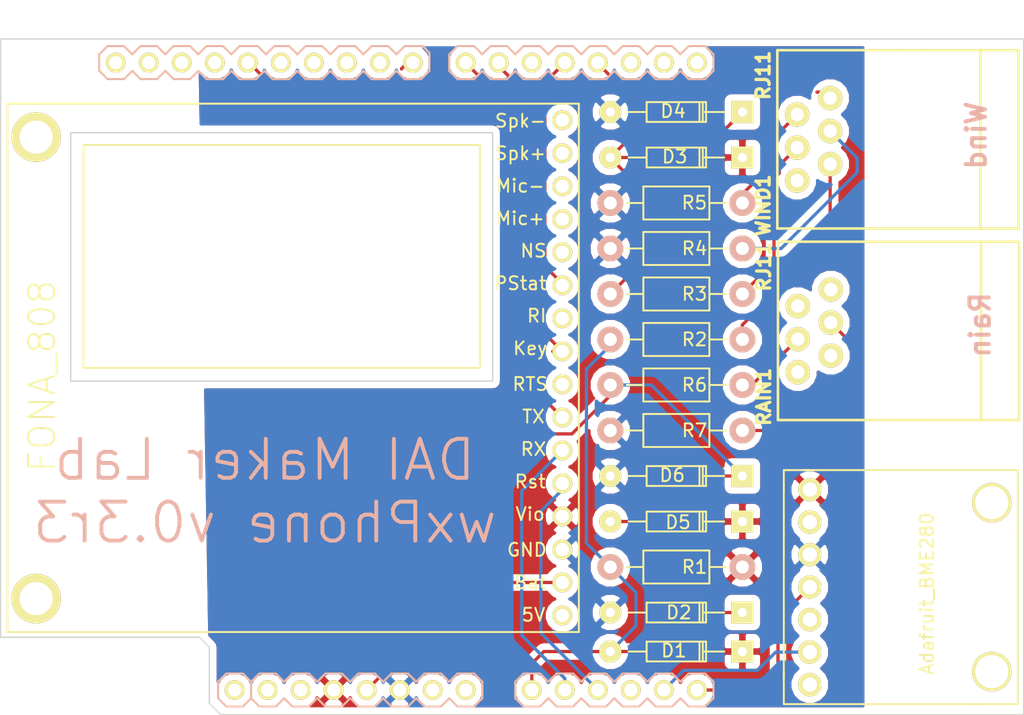
<source format=kicad_pcb>
(kicad_pcb (version 4) (host pcbnew 4.0.2-stable)

  (general
    (links 38)
    (no_connects 0)
    (area 113.894399 74.2796 192.683601 130.402801)
    (thickness 1.6)
    (drawings 18)
    (tracks 100)
    (zones 0)
    (modules 18)
    (nets 56)
  )

  (page A4)
  (layers
    (0 F.Cu signal)
    (31 B.Cu signal)
    (32 B.Adhes user hide)
    (33 F.Adhes user hide)
    (34 B.Paste user hide)
    (35 F.Paste user hide)
    (36 B.SilkS user)
    (37 F.SilkS user)
    (38 B.Mask user hide)
    (39 F.Mask user hide)
    (40 Dwgs.User user hide)
    (41 Cmts.User user hide)
    (42 Eco1.User user hide)
    (43 Eco2.User user hide)
    (44 Edge.Cuts user)
    (45 Margin user hide)
    (46 B.CrtYd user)
    (47 F.CrtYd user)
    (48 B.Fab user hide)
    (49 F.Fab user hide)
  )

  (setup
    (last_trace_width 0.25)
    (trace_clearance 0.2)
    (zone_clearance 0.508)
    (zone_45_only no)
    (trace_min 0.2)
    (segment_width 0.2)
    (edge_width 0.1)
    (via_size 0.6)
    (via_drill 0.4)
    (via_min_size 0.4)
    (via_min_drill 0.3)
    (uvia_size 0.3)
    (uvia_drill 0.1)
    (uvias_allowed no)
    (uvia_min_size 0.2)
    (uvia_min_drill 0.1)
    (pcb_text_width 0.3)
    (pcb_text_size 1.5 1.5)
    (mod_edge_width 0.15)
    (mod_text_size 1 1)
    (mod_text_width 0.15)
    (pad_size 1.5 1.5)
    (pad_drill 0.6)
    (pad_to_mask_clearance 0)
    (aux_axis_origin 0 0)
    (visible_elements FFFFFF7F)
    (pcbplotparams
      (layerselection 0x010f0_80000001)
      (usegerberextensions false)
      (excludeedgelayer true)
      (linewidth 0.100000)
      (plotframeref false)
      (viasonmask false)
      (mode 1)
      (useauxorigin false)
      (hpglpennumber 1)
      (hpglpenspeed 20)
      (hpglpendiameter 15)
      (hpglpenoverlay 2)
      (psnegative false)
      (psa4output false)
      (plotreference true)
      (plotvalue true)
      (plotinvisibletext false)
      (padsonsilk false)
      (subtractmaskfromsilk false)
      (outputformat 1)
      (mirror false)
      (drillshape 0)
      (scaleselection 1)
      (outputdirectory ""))
  )

  (net 0 "")
  (net 1 WDIR)
  (net 2 3V3)
  (net 3 GND)
  (net 4 WSPEED)
  (net 5 RAIN)
  (net 6 "Net-(R2-Pad1)")
  (net 7 "Net-(R3-Pad1)")
  (net 8 "Net-(R4-Pad1)")
  (net 9 "Net-(R5-Pad1)")
  (net 10 "Net-(R6-Pad1)")
  (net 11 "Net-(R7-Pad1)")
  (net 12 "Net-(RAIN1-Pad1)")
  (net 13 "Net-(RAIN1-Pad2)")
  (net 14 "Net-(RAIN1-Pad5)")
  (net 15 "Net-(RAIN1-Pad6)")
  (net 16 "Net-(SHIELD1-PadAD5)")
  (net 17 "Net-(SHIELD1-PadAD4)")
  (net 18 "Net-(SHIELD1-PadAD3)")
  (net 19 RX)
  (net 20 RST)
  (net 21 "Net-(SHIELD1-PadV_IN)")
  (net 22 "Net-(SHIELD1-PadGND2)")
  (net 23 "Net-(SHIELD1-PadRST)")
  (net 24 "Net-(SHIELD1-Pad0)")
  (net 25 "Net-(SHIELD1-Pad1)")
  (net 26 "Net-(SHIELD1-Pad2)")
  (net 27 "Net-(SHIELD1-Pad4)")
  (net 28 "Net-(SHIELD1-Pad5)")
  (net 29 "Net-(SHIELD1-Pad6)")
  (net 30 "Net-(SHIELD1-Pad7)")
  (net 31 "Net-(SHIELD1-Pad8)")
  (net 32 "Net-(SHIELD1-Pad9)")
  (net 33 "Net-(SHIELD1-Pad10)")
  (net 34 "Net-(SHIELD1-Pad11)")
  (net 35 "Net-(SHIELD1-Pad12)")
  (net 36 "Net-(SHIELD1-PadGND3)")
  (net 37 "Net-(SHIELD1-PadAREF)")
  (net 38 VCC+)
  (net 39 "Net-(SHIELD1-PadSDA)")
  (net 40 "Net-(SHIELD1-PadSCL)")
  (net 41 "Net-(SHIELD1-PadIO_R)")
  (net 42 "Net-(SHIELD1-PadNC)")
  (net 43 "Net-(U1-Pad3Vo)")
  (net 44 "Net-(U1-PadSDO)")
  (net 45 "Net-(U1-PadCS)")
  (net 46 "Net-(U2-Pad1)")
  (net 47 "Net-(U2-Pad8)")
  (net 48 "Net-(U2-Pad10)")
  (net 49 "Net-(U2-Pad12)")
  (net 50 "Net-(U2-Pad13)")
  (net 51 "Net-(U2-Pad14)")
  (net 52 "Net-(U2-Pad15)")
  (net 53 "Net-(U2-Pad16)")
  (net 54 "Net-(WIND1-Pad1)")
  (net 55 "Net-(WIND1-Pad6)")

  (net_class Default "This is the default net class."
    (clearance 0.2)
    (trace_width 0.25)
    (via_dia 0.6)
    (via_drill 0.4)
    (uvia_dia 0.3)
    (uvia_drill 0.1)
    (add_net 3V3)
    (add_net GND)
    (add_net "Net-(R2-Pad1)")
    (add_net "Net-(R3-Pad1)")
    (add_net "Net-(R4-Pad1)")
    (add_net "Net-(R5-Pad1)")
    (add_net "Net-(R6-Pad1)")
    (add_net "Net-(R7-Pad1)")
    (add_net "Net-(RAIN1-Pad1)")
    (add_net "Net-(RAIN1-Pad2)")
    (add_net "Net-(RAIN1-Pad5)")
    (add_net "Net-(RAIN1-Pad6)")
    (add_net "Net-(SHIELD1-Pad0)")
    (add_net "Net-(SHIELD1-Pad1)")
    (add_net "Net-(SHIELD1-Pad10)")
    (add_net "Net-(SHIELD1-Pad11)")
    (add_net "Net-(SHIELD1-Pad12)")
    (add_net "Net-(SHIELD1-Pad2)")
    (add_net "Net-(SHIELD1-Pad4)")
    (add_net "Net-(SHIELD1-Pad5)")
    (add_net "Net-(SHIELD1-Pad6)")
    (add_net "Net-(SHIELD1-Pad7)")
    (add_net "Net-(SHIELD1-Pad8)")
    (add_net "Net-(SHIELD1-Pad9)")
    (add_net "Net-(SHIELD1-PadAD3)")
    (add_net "Net-(SHIELD1-PadAD4)")
    (add_net "Net-(SHIELD1-PadAD5)")
    (add_net "Net-(SHIELD1-PadAREF)")
    (add_net "Net-(SHIELD1-PadGND2)")
    (add_net "Net-(SHIELD1-PadGND3)")
    (add_net "Net-(SHIELD1-PadIO_R)")
    (add_net "Net-(SHIELD1-PadNC)")
    (add_net "Net-(SHIELD1-PadRST)")
    (add_net "Net-(SHIELD1-PadSCL)")
    (add_net "Net-(SHIELD1-PadSDA)")
    (add_net "Net-(SHIELD1-PadV_IN)")
    (add_net "Net-(U1-Pad3Vo)")
    (add_net "Net-(U1-PadCS)")
    (add_net "Net-(U1-PadSDO)")
    (add_net "Net-(U2-Pad1)")
    (add_net "Net-(U2-Pad10)")
    (add_net "Net-(U2-Pad12)")
    (add_net "Net-(U2-Pad13)")
    (add_net "Net-(U2-Pad14)")
    (add_net "Net-(U2-Pad15)")
    (add_net "Net-(U2-Pad16)")
    (add_net "Net-(U2-Pad8)")
    (add_net "Net-(WIND1-Pad1)")
    (add_net "Net-(WIND1-Pad6)")
    (add_net RAIN)
    (add_net RST)
    (add_net RX)
    (add_net VCC+)
    (add_net WDIR)
    (add_net WSPEED)
  )

  (module DAI_Maker_Lab_footprints:Diode_DO-35_SOD27_Horizontal_RM10 (layer F.Cu) (tedit 5835FCEB) (tstamp 5835FD30)
    (at 171 125.5 180)
    (descr "Diode, DO-35,  SOD27, Horizontal, RM 10mm")
    (tags "Diode, DO-35, SOD27, Horizontal, RM 10mm, 1N4148,")
    (path /580902A4)
    (fp_text reference D1 (at 5.2705 0.0635 180) (layer F.SilkS)
      (effects (font (size 1 1) (thickness 0.15)))
    )
    (fp_text value DIODE (at 4.41452 -3.55854 180) (layer F.Fab) hide
      (effects (font (size 1 1) (thickness 0.15)))
    )
    (fp_line (start 7.36652 -0.00254) (end 8.76352 -0.00254) (layer F.SilkS) (width 0.15))
    (fp_line (start 2.92152 -0.00254) (end 1.39752 -0.00254) (layer F.SilkS) (width 0.15))
    (fp_line (start 3.30252 -0.76454) (end 3.30252 0.75946) (layer F.SilkS) (width 0.15))
    (fp_line (start 3.04852 -0.76454) (end 3.04852 0.75946) (layer F.SilkS) (width 0.15))
    (fp_line (start 2.79452 -0.00254) (end 2.79452 0.75946) (layer F.SilkS) (width 0.15))
    (fp_line (start 2.79452 0.75946) (end 7.36652 0.75946) (layer F.SilkS) (width 0.15))
    (fp_line (start 7.36652 0.75946) (end 7.36652 -0.76454) (layer F.SilkS) (width 0.15))
    (fp_line (start 7.36652 -0.76454) (end 2.79452 -0.76454) (layer F.SilkS) (width 0.15))
    (fp_line (start 2.79452 -0.76454) (end 2.79452 -0.00254) (layer F.SilkS) (width 0.15))
    (pad A thru_hole circle (at 10.16052 -0.00254) (size 1.69926 1.69926) (drill 0.70104) (layers *.Cu *.Mask F.SilkS)
      (net 1 WDIR))
    (pad K thru_hole rect (at 0.00052 -0.00254) (size 1.69926 1.69926) (drill 0.70104) (layers *.Cu *.Mask F.SilkS)
      (net 2 3V3))
    (model Diodes_ThroughHole.3dshapes/Diode_DO-35_SOD27_Horizontal_RM10.wrl
      (at (xyz 0.2 0 0))
      (scale (xyz 0.4 0.4 0.4))
      (rotate (xyz 0 0 180))
    )
  )

  (module DAI_Maker_Lab_footprints:Diode_DO-35_SOD27_Horizontal_RM10 (layer F.Cu) (tedit 5835FD25) (tstamp 5835FD36)
    (at 171 122.5 180)
    (descr "Diode, DO-35,  SOD27, Horizontal, RM 10mm")
    (tags "Diode, DO-35, SOD27, Horizontal, RM 10mm, 1N4148,")
    (path /5809033F)
    (fp_text reference D2 (at 4.8895 0 180) (layer F.SilkS)
      (effects (font (size 1 1) (thickness 0.15)))
    )
    (fp_text value DIODE (at 4.41452 -3.55854 180) (layer F.Fab) hide
      (effects (font (size 1 1) (thickness 0.15)))
    )
    (fp_line (start 7.36652 -0.00254) (end 8.76352 -0.00254) (layer F.SilkS) (width 0.15))
    (fp_line (start 2.92152 -0.00254) (end 1.39752 -0.00254) (layer F.SilkS) (width 0.15))
    (fp_line (start 3.30252 -0.76454) (end 3.30252 0.75946) (layer F.SilkS) (width 0.15))
    (fp_line (start 3.04852 -0.76454) (end 3.04852 0.75946) (layer F.SilkS) (width 0.15))
    (fp_line (start 2.79452 -0.00254) (end 2.79452 0.75946) (layer F.SilkS) (width 0.15))
    (fp_line (start 2.79452 0.75946) (end 7.36652 0.75946) (layer F.SilkS) (width 0.15))
    (fp_line (start 7.36652 0.75946) (end 7.36652 -0.76454) (layer F.SilkS) (width 0.15))
    (fp_line (start 7.36652 -0.76454) (end 2.79452 -0.76454) (layer F.SilkS) (width 0.15))
    (fp_line (start 2.79452 -0.76454) (end 2.79452 -0.00254) (layer F.SilkS) (width 0.15))
    (pad A thru_hole circle (at 10.16052 -0.00254) (size 1.69926 1.69926) (drill 0.70104) (layers *.Cu *.Mask F.SilkS)
      (net 3 GND))
    (pad K thru_hole rect (at 0.00052 -0.00254) (size 1.69926 1.69926) (drill 0.70104) (layers *.Cu *.Mask F.SilkS)
      (net 1 WDIR))
    (model Diodes_ThroughHole.3dshapes/Diode_DO-35_SOD27_Horizontal_RM10.wrl
      (at (xyz 0.2 0 0))
      (scale (xyz 0.4 0.4 0.4))
      (rotate (xyz 0 0 180))
    )
  )

  (module DAI_Maker_Lab_footprints:Diode_DO-35_SOD27_Horizontal_RM10 (layer F.Cu) (tedit 5835FC51) (tstamp 5835FD3C)
    (at 171 87.5 180)
    (descr "Diode, DO-35,  SOD27, Horizontal, RM 10mm")
    (tags "Diode, DO-35, SOD27, Horizontal, RM 10mm, 1N4148,")
    (path /58090C55)
    (fp_text reference D3 (at 5.207 0.0635 180) (layer F.SilkS)
      (effects (font (size 1 1) (thickness 0.15)))
    )
    (fp_text value DIODE (at 4.41452 -3.55854 180) (layer F.Fab) hide
      (effects (font (size 1 1) (thickness 0.15)))
    )
    (fp_line (start 7.36652 -0.00254) (end 8.76352 -0.00254) (layer F.SilkS) (width 0.15))
    (fp_line (start 2.92152 -0.00254) (end 1.39752 -0.00254) (layer F.SilkS) (width 0.15))
    (fp_line (start 3.30252 -0.76454) (end 3.30252 0.75946) (layer F.SilkS) (width 0.15))
    (fp_line (start 3.04852 -0.76454) (end 3.04852 0.75946) (layer F.SilkS) (width 0.15))
    (fp_line (start 2.79452 -0.00254) (end 2.79452 0.75946) (layer F.SilkS) (width 0.15))
    (fp_line (start 2.79452 0.75946) (end 7.36652 0.75946) (layer F.SilkS) (width 0.15))
    (fp_line (start 7.36652 0.75946) (end 7.36652 -0.76454) (layer F.SilkS) (width 0.15))
    (fp_line (start 7.36652 -0.76454) (end 2.79452 -0.76454) (layer F.SilkS) (width 0.15))
    (fp_line (start 2.79452 -0.76454) (end 2.79452 -0.00254) (layer F.SilkS) (width 0.15))
    (pad A thru_hole circle (at 10.16052 -0.00254) (size 1.69926 1.69926) (drill 0.70104) (layers *.Cu *.Mask F.SilkS)
      (net 4 WSPEED))
    (pad K thru_hole rect (at 0.00052 -0.00254) (size 1.69926 1.69926) (drill 0.70104) (layers *.Cu *.Mask F.SilkS)
      (net 2 3V3))
    (model Diodes_ThroughHole.3dshapes/Diode_DO-35_SOD27_Horizontal_RM10.wrl
      (at (xyz 0.2 0 0))
      (scale (xyz 0.4 0.4 0.4))
      (rotate (xyz 0 0 180))
    )
  )

  (module DAI_Maker_Lab_footprints:Diode_DO-35_SOD27_Horizontal_RM10 (layer F.Cu) (tedit 5835FD59) (tstamp 5835FD42)
    (at 171 84 180)
    (descr "Diode, DO-35,  SOD27, Horizontal, RM 10mm")
    (tags "Diode, DO-35, SOD27, Horizontal, RM 10mm, 1N4148,")
    (path /58090CF6)
    (fp_text reference D4 (at 5.334 0.0635 180) (layer F.SilkS)
      (effects (font (size 1 1) (thickness 0.15)))
    )
    (fp_text value DIODE (at 4.41452 -3.55854 180) (layer F.Fab) hide
      (effects (font (size 1 1) (thickness 0.15)))
    )
    (fp_line (start 7.36652 -0.00254) (end 8.76352 -0.00254) (layer F.SilkS) (width 0.15))
    (fp_line (start 2.92152 -0.00254) (end 1.39752 -0.00254) (layer F.SilkS) (width 0.15))
    (fp_line (start 3.30252 -0.76454) (end 3.30252 0.75946) (layer F.SilkS) (width 0.15))
    (fp_line (start 3.04852 -0.76454) (end 3.04852 0.75946) (layer F.SilkS) (width 0.15))
    (fp_line (start 2.79452 -0.00254) (end 2.79452 0.75946) (layer F.SilkS) (width 0.15))
    (fp_line (start 2.79452 0.75946) (end 7.36652 0.75946) (layer F.SilkS) (width 0.15))
    (fp_line (start 7.36652 0.75946) (end 7.36652 -0.76454) (layer F.SilkS) (width 0.15))
    (fp_line (start 7.36652 -0.76454) (end 2.79452 -0.76454) (layer F.SilkS) (width 0.15))
    (fp_line (start 2.79452 -0.76454) (end 2.79452 -0.00254) (layer F.SilkS) (width 0.15))
    (pad A thru_hole circle (at 10.16052 -0.00254) (size 1.69926 1.69926) (drill 0.70104) (layers *.Cu *.Mask F.SilkS)
      (net 3 GND))
    (pad K thru_hole rect (at 0.00052 -0.00254) (size 1.69926 1.69926) (drill 0.70104) (layers *.Cu *.Mask F.SilkS)
      (net 4 WSPEED))
    (model Diodes_ThroughHole.3dshapes/Diode_DO-35_SOD27_Horizontal_RM10.wrl
      (at (xyz 0.2 0 0))
      (scale (xyz 0.4 0.4 0.4))
      (rotate (xyz 0 0 180))
    )
  )

  (module DAI_Maker_Lab_footprints:Diode_DO-35_SOD27_Horizontal_RM10 (layer F.Cu) (tedit 5835FCBA) (tstamp 5835FD48)
    (at 171 115.5 180)
    (descr "Diode, DO-35,  SOD27, Horizontal, RM 10mm")
    (tags "Diode, DO-35, SOD27, Horizontal, RM 10mm, 1N4148,")
    (path /580914A5)
    (fp_text reference D5 (at 4.953 -0.0635 180) (layer F.SilkS)
      (effects (font (size 1 1) (thickness 0.15)))
    )
    (fp_text value DIODE (at 4.41452 -3.55854 180) (layer F.Fab) hide
      (effects (font (size 1 1) (thickness 0.15)))
    )
    (fp_line (start 7.36652 -0.00254) (end 8.76352 -0.00254) (layer F.SilkS) (width 0.15))
    (fp_line (start 2.92152 -0.00254) (end 1.39752 -0.00254) (layer F.SilkS) (width 0.15))
    (fp_line (start 3.30252 -0.76454) (end 3.30252 0.75946) (layer F.SilkS) (width 0.15))
    (fp_line (start 3.04852 -0.76454) (end 3.04852 0.75946) (layer F.SilkS) (width 0.15))
    (fp_line (start 2.79452 -0.00254) (end 2.79452 0.75946) (layer F.SilkS) (width 0.15))
    (fp_line (start 2.79452 0.75946) (end 7.36652 0.75946) (layer F.SilkS) (width 0.15))
    (fp_line (start 7.36652 0.75946) (end 7.36652 -0.76454) (layer F.SilkS) (width 0.15))
    (fp_line (start 7.36652 -0.76454) (end 2.79452 -0.76454) (layer F.SilkS) (width 0.15))
    (fp_line (start 2.79452 -0.76454) (end 2.79452 -0.00254) (layer F.SilkS) (width 0.15))
    (pad A thru_hole circle (at 10.16052 -0.00254) (size 1.69926 1.69926) (drill 0.70104) (layers *.Cu *.Mask F.SilkS)
      (net 5 RAIN))
    (pad K thru_hole rect (at 0.00052 -0.00254) (size 1.69926 1.69926) (drill 0.70104) (layers *.Cu *.Mask F.SilkS)
      (net 2 3V3))
    (model Diodes_ThroughHole.3dshapes/Diode_DO-35_SOD27_Horizontal_RM10.wrl
      (at (xyz 0.2 0 0))
      (scale (xyz 0.4 0.4 0.4))
      (rotate (xyz 0 0 180))
    )
  )

  (module DAI_Maker_Lab_footprints:Diode_DO-35_SOD27_Horizontal_RM10 (layer F.Cu) (tedit 5835FDAB) (tstamp 5835FD4E)
    (at 171 112 180)
    (descr "Diode, DO-35,  SOD27, Horizontal, RM 10mm")
    (tags "Diode, DO-35, SOD27, Horizontal, RM 10mm, 1N4148,")
    (path /580915D0)
    (fp_text reference D6 (at 5.3975 0.0635 180) (layer F.SilkS)
      (effects (font (size 1 1) (thickness 0.15)))
    )
    (fp_text value DIODE (at 4.41452 -3.55854 180) (layer F.Fab) hide
      (effects (font (size 1 1) (thickness 0.15)))
    )
    (fp_line (start 7.36652 -0.00254) (end 8.76352 -0.00254) (layer F.SilkS) (width 0.15))
    (fp_line (start 2.92152 -0.00254) (end 1.39752 -0.00254) (layer F.SilkS) (width 0.15))
    (fp_line (start 3.30252 -0.76454) (end 3.30252 0.75946) (layer F.SilkS) (width 0.15))
    (fp_line (start 3.04852 -0.76454) (end 3.04852 0.75946) (layer F.SilkS) (width 0.15))
    (fp_line (start 2.79452 -0.00254) (end 2.79452 0.75946) (layer F.SilkS) (width 0.15))
    (fp_line (start 2.79452 0.75946) (end 7.36652 0.75946) (layer F.SilkS) (width 0.15))
    (fp_line (start 7.36652 0.75946) (end 7.36652 -0.76454) (layer F.SilkS) (width 0.15))
    (fp_line (start 7.36652 -0.76454) (end 2.79452 -0.76454) (layer F.SilkS) (width 0.15))
    (fp_line (start 2.79452 -0.76454) (end 2.79452 -0.00254) (layer F.SilkS) (width 0.15))
    (pad A thru_hole circle (at 10.16052 -0.00254) (size 1.69926 1.69926) (drill 0.70104) (layers *.Cu *.Mask F.SilkS)
      (net 3 GND))
    (pad K thru_hole rect (at 0.00052 -0.00254) (size 1.69926 1.69926) (drill 0.70104) (layers *.Cu *.Mask F.SilkS)
      (net 5 RAIN))
    (model Diodes_ThroughHole.3dshapes/Diode_DO-35_SOD27_Horizontal_RM10.wrl
      (at (xyz 0.2 0 0))
      (scale (xyz 0.4 0.4 0.4))
      (rotate (xyz 0 0 180))
    )
  )

  (module Resistors_ThroughHole:Resistor_Horizontal_RM10mm (layer F.Cu) (tedit 5835FEC8) (tstamp 5835FD54)
    (at 171 119 180)
    (descr "Resistor, Axial,  RM 10mm, 1/3W")
    (tags "Resistor Axial RM 10mm 1/3W")
    (path /5809074F)
    (fp_text reference R1 (at 3.683 0 180) (layer F.SilkS)
      (effects (font (size 1 1) (thickness 0.15)))
    )
    (fp_text value 4.7K (at 5.9055 0 180) (layer F.Fab)
      (effects (font (size 1 1) (thickness 0.15)))
    )
    (fp_line (start -1.25 -1.5) (end 11.4 -1.5) (layer F.CrtYd) (width 0.05))
    (fp_line (start -1.25 1.5) (end -1.25 -1.5) (layer F.CrtYd) (width 0.05))
    (fp_line (start 11.4 -1.5) (end 11.4 1.5) (layer F.CrtYd) (width 0.05))
    (fp_line (start -1.25 1.5) (end 11.4 1.5) (layer F.CrtYd) (width 0.05))
    (fp_line (start 2.54 -1.27) (end 7.62 -1.27) (layer F.SilkS) (width 0.15))
    (fp_line (start 7.62 -1.27) (end 7.62 1.27) (layer F.SilkS) (width 0.15))
    (fp_line (start 7.62 1.27) (end 2.54 1.27) (layer F.SilkS) (width 0.15))
    (fp_line (start 2.54 1.27) (end 2.54 -1.27) (layer F.SilkS) (width 0.15))
    (fp_line (start 2.54 0) (end 1.27 0) (layer F.SilkS) (width 0.15))
    (fp_line (start 7.62 0) (end 8.89 0) (layer F.SilkS) (width 0.15))
    (pad 1 thru_hole circle (at 0 0 180) (size 1.99898 1.99898) (drill 1.00076) (layers *.Cu *.SilkS *.Mask)
      (net 2 3V3))
    (pad 2 thru_hole circle (at 10.16 0 180) (size 1.99898 1.99898) (drill 1.00076) (layers *.Cu *.SilkS *.Mask)
      (net 1 WDIR))
    (model Resistors_ThroughHole.3dshapes/Resistor_Horizontal_RM10mm.wrl
      (at (xyz 0.2 0 0))
      (scale (xyz 0.4 0.4 0.4))
      (rotate (xyz 0 0 0))
    )
  )

  (module Resistors_ThroughHole:Resistor_Horizontal_RM10mm (layer F.Cu) (tedit 5835FE5B) (tstamp 5835FD5A)
    (at 171 101.5 180)
    (descr "Resistor, Axial,  RM 10mm, 1/3W")
    (tags "Resistor Axial RM 10mm 1/3W")
    (path /5808FF95)
    (fp_text reference R2 (at 3.683 0 180) (layer F.SilkS)
      (effects (font (size 1 1) (thickness 0.15)))
    )
    (fp_text value 1K (at 6.477 0 180) (layer F.Fab)
      (effects (font (size 1 1) (thickness 0.15)))
    )
    (fp_line (start -1.25 -1.5) (end 11.4 -1.5) (layer F.CrtYd) (width 0.05))
    (fp_line (start -1.25 1.5) (end -1.25 -1.5) (layer F.CrtYd) (width 0.05))
    (fp_line (start 11.4 -1.5) (end 11.4 1.5) (layer F.CrtYd) (width 0.05))
    (fp_line (start -1.25 1.5) (end 11.4 1.5) (layer F.CrtYd) (width 0.05))
    (fp_line (start 2.54 -1.27) (end 7.62 -1.27) (layer F.SilkS) (width 0.15))
    (fp_line (start 7.62 -1.27) (end 7.62 1.27) (layer F.SilkS) (width 0.15))
    (fp_line (start 7.62 1.27) (end 2.54 1.27) (layer F.SilkS) (width 0.15))
    (fp_line (start 2.54 1.27) (end 2.54 -1.27) (layer F.SilkS) (width 0.15))
    (fp_line (start 2.54 0) (end 1.27 0) (layer F.SilkS) (width 0.15))
    (fp_line (start 7.62 0) (end 8.89 0) (layer F.SilkS) (width 0.15))
    (pad 1 thru_hole circle (at 0 0 180) (size 1.99898 1.99898) (drill 1.00076) (layers *.Cu *.SilkS *.Mask)
      (net 6 "Net-(R2-Pad1)"))
    (pad 2 thru_hole circle (at 10.16 0 180) (size 1.99898 1.99898) (drill 1.00076) (layers *.Cu *.SilkS *.Mask)
      (net 1 WDIR))
    (model Resistors_ThroughHole.3dshapes/Resistor_Horizontal_RM10mm.wrl
      (at (xyz 0.2 0 0))
      (scale (xyz 0.4 0.4 0.4))
      (rotate (xyz 0 0 0))
    )
  )

  (module Resistors_ThroughHole:Resistor_Horizontal_RM10mm (layer F.Cu) (tedit 5835FE2C) (tstamp 5835FD60)
    (at 171 98 180)
    (descr "Resistor, Axial,  RM 10mm, 1/3W")
    (tags "Resistor Axial RM 10mm 1/3W")
    (path /5808FFE5)
    (fp_text reference R3 (at 3.683 0 180) (layer F.SilkS)
      (effects (font (size 1 1) (thickness 0.15)))
    )
    (fp_text value 1K (at 6.477 0 180) (layer F.Fab)
      (effects (font (size 1 1) (thickness 0.15)))
    )
    (fp_line (start -1.25 -1.5) (end 11.4 -1.5) (layer F.CrtYd) (width 0.05))
    (fp_line (start -1.25 1.5) (end -1.25 -1.5) (layer F.CrtYd) (width 0.05))
    (fp_line (start 11.4 -1.5) (end 11.4 1.5) (layer F.CrtYd) (width 0.05))
    (fp_line (start -1.25 1.5) (end 11.4 1.5) (layer F.CrtYd) (width 0.05))
    (fp_line (start 2.54 -1.27) (end 7.62 -1.27) (layer F.SilkS) (width 0.15))
    (fp_line (start 7.62 -1.27) (end 7.62 1.27) (layer F.SilkS) (width 0.15))
    (fp_line (start 7.62 1.27) (end 2.54 1.27) (layer F.SilkS) (width 0.15))
    (fp_line (start 2.54 1.27) (end 2.54 -1.27) (layer F.SilkS) (width 0.15))
    (fp_line (start 2.54 0) (end 1.27 0) (layer F.SilkS) (width 0.15))
    (fp_line (start 7.62 0) (end 8.89 0) (layer F.SilkS) (width 0.15))
    (pad 1 thru_hole circle (at 0 0 180) (size 1.99898 1.99898) (drill 1.00076) (layers *.Cu *.SilkS *.Mask)
      (net 7 "Net-(R3-Pad1)"))
    (pad 2 thru_hole circle (at 10.16 0 180) (size 1.99898 1.99898) (drill 1.00076) (layers *.Cu *.SilkS *.Mask)
      (net 4 WSPEED))
    (model Resistors_ThroughHole.3dshapes/Resistor_Horizontal_RM10mm.wrl
      (at (xyz 0.2 0 0))
      (scale (xyz 0.4 0.4 0.4))
      (rotate (xyz 0 0 0))
    )
  )

  (module Resistors_ThroughHole:Resistor_Horizontal_RM10mm (layer F.Cu) (tedit 5835FEF2) (tstamp 5835FD66)
    (at 171 94.5 180)
    (descr "Resistor, Axial,  RM 10mm, 1/3W")
    (tags "Resistor Axial RM 10mm 1/3W")
    (path /5809006F)
    (fp_text reference R4 (at 3.683 0 180) (layer F.SilkS)
      (effects (font (size 1 1) (thickness 0.15)))
    )
    (fp_text value 1K (at 6.477 0 180) (layer F.Fab)
      (effects (font (size 1 1) (thickness 0.15)))
    )
    (fp_line (start -1.25 -1.5) (end 11.4 -1.5) (layer F.CrtYd) (width 0.05))
    (fp_line (start -1.25 1.5) (end -1.25 -1.5) (layer F.CrtYd) (width 0.05))
    (fp_line (start 11.4 -1.5) (end 11.4 1.5) (layer F.CrtYd) (width 0.05))
    (fp_line (start -1.25 1.5) (end 11.4 1.5) (layer F.CrtYd) (width 0.05))
    (fp_line (start 2.54 -1.27) (end 7.62 -1.27) (layer F.SilkS) (width 0.15))
    (fp_line (start 7.62 -1.27) (end 7.62 1.27) (layer F.SilkS) (width 0.15))
    (fp_line (start 7.62 1.27) (end 2.54 1.27) (layer F.SilkS) (width 0.15))
    (fp_line (start 2.54 1.27) (end 2.54 -1.27) (layer F.SilkS) (width 0.15))
    (fp_line (start 2.54 0) (end 1.27 0) (layer F.SilkS) (width 0.15))
    (fp_line (start 7.62 0) (end 8.89 0) (layer F.SilkS) (width 0.15))
    (pad 1 thru_hole circle (at 0 0 180) (size 1.99898 1.99898) (drill 1.00076) (layers *.Cu *.SilkS *.Mask)
      (net 8 "Net-(R4-Pad1)"))
    (pad 2 thru_hole circle (at 10.16 0 180) (size 1.99898 1.99898) (drill 1.00076) (layers *.Cu *.SilkS *.Mask)
      (net 3 GND))
    (model Resistors_ThroughHole.3dshapes/Resistor_Horizontal_RM10mm.wrl
      (at (xyz 0.2 0 0))
      (scale (xyz 0.4 0.4 0.4))
      (rotate (xyz 0 0 0))
    )
  )

  (module Resistors_ThroughHole:Resistor_Horizontal_RM10mm (layer F.Cu) (tedit 5835FF15) (tstamp 5835FD6C)
    (at 171 91 180)
    (descr "Resistor, Axial,  RM 10mm, 1/3W")
    (tags "Resistor Axial RM 10mm 1/3W")
    (path /5809009F)
    (fp_text reference R5 (at 3.6957 0.0127 180) (layer F.SilkS)
      (effects (font (size 1 1) (thickness 0.15)))
    )
    (fp_text value 1K (at 6.4897 0.0127 180) (layer F.Fab)
      (effects (font (size 1 1) (thickness 0.15)))
    )
    (fp_line (start -1.25 -1.5) (end 11.4 -1.5) (layer F.CrtYd) (width 0.05))
    (fp_line (start -1.25 1.5) (end -1.25 -1.5) (layer F.CrtYd) (width 0.05))
    (fp_line (start 11.4 -1.5) (end 11.4 1.5) (layer F.CrtYd) (width 0.05))
    (fp_line (start -1.25 1.5) (end 11.4 1.5) (layer F.CrtYd) (width 0.05))
    (fp_line (start 2.54 -1.27) (end 7.62 -1.27) (layer F.SilkS) (width 0.15))
    (fp_line (start 7.62 -1.27) (end 7.62 1.27) (layer F.SilkS) (width 0.15))
    (fp_line (start 7.62 1.27) (end 2.54 1.27) (layer F.SilkS) (width 0.15))
    (fp_line (start 2.54 1.27) (end 2.54 -1.27) (layer F.SilkS) (width 0.15))
    (fp_line (start 2.54 0) (end 1.27 0) (layer F.SilkS) (width 0.15))
    (fp_line (start 7.62 0) (end 8.89 0) (layer F.SilkS) (width 0.15))
    (pad 1 thru_hole circle (at 0 0 180) (size 1.99898 1.99898) (drill 1.00076) (layers *.Cu *.SilkS *.Mask)
      (net 9 "Net-(R5-Pad1)"))
    (pad 2 thru_hole circle (at 10.16 0 180) (size 1.99898 1.99898) (drill 1.00076) (layers *.Cu *.SilkS *.Mask)
      (net 3 GND))
    (model Resistors_ThroughHole.3dshapes/Resistor_Horizontal_RM10mm.wrl
      (at (xyz 0.2 0 0))
      (scale (xyz 0.4 0.4 0.4))
      (rotate (xyz 0 0 0))
    )
  )

  (module Resistors_ThroughHole:Resistor_Horizontal_RM10mm (layer F.Cu) (tedit 5835FE86) (tstamp 5835FD72)
    (at 171 105 180)
    (descr "Resistor, Axial,  RM 10mm, 1/3W")
    (tags "Resistor Axial RM 10mm 1/3W")
    (path /580913F9)
    (fp_text reference R6 (at 3.683 0 180) (layer F.SilkS)
      (effects (font (size 1 1) (thickness 0.15)))
    )
    (fp_text value 1K (at 6.477 0 180) (layer F.Fab)
      (effects (font (size 1 1) (thickness 0.15)))
    )
    (fp_line (start -1.25 -1.5) (end 11.4 -1.5) (layer F.CrtYd) (width 0.05))
    (fp_line (start -1.25 1.5) (end -1.25 -1.5) (layer F.CrtYd) (width 0.05))
    (fp_line (start 11.4 -1.5) (end 11.4 1.5) (layer F.CrtYd) (width 0.05))
    (fp_line (start -1.25 1.5) (end 11.4 1.5) (layer F.CrtYd) (width 0.05))
    (fp_line (start 2.54 -1.27) (end 7.62 -1.27) (layer F.SilkS) (width 0.15))
    (fp_line (start 7.62 -1.27) (end 7.62 1.27) (layer F.SilkS) (width 0.15))
    (fp_line (start 7.62 1.27) (end 2.54 1.27) (layer F.SilkS) (width 0.15))
    (fp_line (start 2.54 1.27) (end 2.54 -1.27) (layer F.SilkS) (width 0.15))
    (fp_line (start 2.54 0) (end 1.27 0) (layer F.SilkS) (width 0.15))
    (fp_line (start 7.62 0) (end 8.89 0) (layer F.SilkS) (width 0.15))
    (pad 1 thru_hole circle (at 0 0 180) (size 1.99898 1.99898) (drill 1.00076) (layers *.Cu *.SilkS *.Mask)
      (net 10 "Net-(R6-Pad1)"))
    (pad 2 thru_hole circle (at 10.16 0 180) (size 1.99898 1.99898) (drill 1.00076) (layers *.Cu *.SilkS *.Mask)
      (net 5 RAIN))
    (model Resistors_ThroughHole.3dshapes/Resistor_Horizontal_RM10mm.wrl
      (at (xyz 0.2 0 0))
      (scale (xyz 0.4 0.4 0.4))
      (rotate (xyz 0 0 0))
    )
  )

  (module Resistors_ThroughHole:Resistor_Horizontal_RM10mm (layer F.Cu) (tedit 5835FDF7) (tstamp 5835FD78)
    (at 171 108.5 180)
    (descr "Resistor, Axial,  RM 10mm, 1/3W")
    (tags "Resistor Axial RM 10mm 1/3W")
    (path /58091277)
    (fp_text reference R7 (at 3.683 0 180) (layer F.SilkS)
      (effects (font (size 1 1) (thickness 0.15)))
    )
    (fp_text value 1K (at 6.477 0 180) (layer F.Fab)
      (effects (font (size 1 1) (thickness 0.15)))
    )
    (fp_line (start -1.25 -1.5) (end 11.4 -1.5) (layer F.CrtYd) (width 0.05))
    (fp_line (start -1.25 1.5) (end -1.25 -1.5) (layer F.CrtYd) (width 0.05))
    (fp_line (start 11.4 -1.5) (end 11.4 1.5) (layer F.CrtYd) (width 0.05))
    (fp_line (start -1.25 1.5) (end 11.4 1.5) (layer F.CrtYd) (width 0.05))
    (fp_line (start 2.54 -1.27) (end 7.62 -1.27) (layer F.SilkS) (width 0.15))
    (fp_line (start 7.62 -1.27) (end 7.62 1.27) (layer F.SilkS) (width 0.15))
    (fp_line (start 7.62 1.27) (end 2.54 1.27) (layer F.SilkS) (width 0.15))
    (fp_line (start 2.54 1.27) (end 2.54 -1.27) (layer F.SilkS) (width 0.15))
    (fp_line (start 2.54 0) (end 1.27 0) (layer F.SilkS) (width 0.15))
    (fp_line (start 7.62 0) (end 8.89 0) (layer F.SilkS) (width 0.15))
    (pad 1 thru_hole circle (at 0 0 180) (size 1.99898 1.99898) (drill 1.00076) (layers *.Cu *.SilkS *.Mask)
      (net 11 "Net-(R7-Pad1)"))
    (pad 2 thru_hole circle (at 10.16 0 180) (size 1.99898 1.99898) (drill 1.00076) (layers *.Cu *.SilkS *.Mask)
      (net 3 GND))
    (model Resistors_ThroughHole.3dshapes/Resistor_Horizontal_RM10mm.wrl
      (at (xyz 0.2 0 0))
      (scale (xyz 0.4 0.4 0.4))
      (rotate (xyz 0 0 0))
    )
  )

  (module DAI_Maker_Lab_footprints:RJ11-6 (layer F.Cu) (tedit 58222C6E) (tstamp 5835FD84)
    (at 184.15 105.918 90)
    (path /5808FBCD)
    (attr virtual)
    (fp_text reference RAIN1 (at 0 -11.50112 90) (layer F.SilkS)
      (effects (font (size 1.016 1.016) (thickness 0.3048)))
    )
    (fp_text value RJ11 (at 9.99998 -11.50112 90) (layer F.SilkS)
      (effects (font (size 1.016 1.016) (thickness 0.3048)))
    )
    (fp_line (start 11.938 5.207) (end 11.938 -10.414) (layer F.SilkS) (width 0.2032))
    (fp_line (start 11.938 -10.414) (end -1.778 -10.414) (layer F.SilkS) (width 0.2032))
    (fp_line (start -1.778 -10.414) (end -1.778 5.207) (layer F.SilkS) (width 0.2032))
    (fp_line (start 11.938 5.207) (end -1.778 5.207) (layer F.SilkS) (width 0.2032))
    (fp_line (start -1.778 5.207) (end -1.778 8.128) (layer F.SilkS) (width 0.2032))
    (fp_line (start -1.778 8.128) (end 11.938 8.128) (layer F.SilkS) (width 0.2032))
    (fp_line (start 11.938 8.128) (end 11.938 5.207) (layer F.SilkS) (width 0.2032))
    (pad 1 thru_hole circle (at 1.905 -8.89 90) (size 1.8796 1.8796) (drill 1.016) (layers *.Cu *.Mask F.Paste F.SilkS)
      (net 12 "Net-(RAIN1-Pad1)"))
    (pad 2 thru_hole circle (at 3.175 -6.35 90) (size 1.8796 1.8796) (drill 1.016) (layers *.Cu *.Mask F.Paste F.SilkS)
      (net 13 "Net-(RAIN1-Pad2)"))
    (pad 3 thru_hole circle (at 4.445 -8.89 90) (size 1.8796 1.8796) (drill 1.016) (layers *.Cu *.Mask F.Paste F.SilkS)
      (net 10 "Net-(R6-Pad1)"))
    (pad 4 thru_hole circle (at 5.715 -6.35 90) (size 1.8796 1.8796) (drill 1.016) (layers *.Cu *.Mask F.Paste F.SilkS)
      (net 11 "Net-(R7-Pad1)"))
    (pad 5 thru_hole circle (at 6.985 -8.89 90) (size 1.8796 1.8796) (drill 1.016) (layers *.Cu *.Mask F.Paste F.SilkS)
      (net 14 "Net-(RAIN1-Pad5)"))
    (pad 6 thru_hole circle (at 8.255 -6.35 90) (size 1.8796 1.8796) (drill 1.016) (layers *.Cu *.Mask F.Paste F.SilkS)
      (net 15 "Net-(RAIN1-Pad6)"))
    (pad "" np_thru_hole circle (at 0 0 90) (size 3.2512 3.2512) (drill 3.2512) (layers *.Cu *.Mask))
    (pad "" np_thru_hole circle (at 10.16 0 90) (size 3.2512 3.2512) (drill 3.2512) (layers *.Cu *.Mask))
  )

  (module DAI_Maker_Lab_footprints:ARDUINO locked (layer F.Cu) (tedit 573C8890) (tstamp 5835FDA8)
    (at 148.5011 105.0036)
    (descr test)
    (path /5808FAB6)
    (fp_text reference SHIELD1 (at -3.5 20 180) (layer F.SilkS) hide
      (effects (font (thickness 0.3048)))
    )
    (fp_text value ARDUINO_SHIELD (at -1.5 -29) (layer F.SilkS) hide
      (effects (font (thickness 0.3048)))
    )
    (fp_line (start -4.749 -23.53) (end -6.019 -23.53) (layer F.SilkS) (width 0.15))
    (fp_line (start -6.019 -23.53) (end -6.654 -24.165) (layer F.SilkS) (width 0.15))
    (fp_line (start -6.654 -24.165) (end -7.289 -23.53) (layer F.SilkS) (width 0.15))
    (fp_line (start -7.289 -23.53) (end -8.559 -23.53) (layer F.SilkS) (width 0.15))
    (fp_line (start -8.559 -23.53) (end -9.194 -24.165) (layer F.SilkS) (width 0.15))
    (fp_line (start -9.194 -24.165) (end -9.829 -23.53) (layer F.SilkS) (width 0.15))
    (fp_line (start -9.829 -23.53) (end -11.099 -23.53) (layer F.SilkS) (width 0.15))
    (fp_line (start -11.099 -23.53) (end -11.734 -24.165) (layer F.SilkS) (width 0.15))
    (fp_line (start -11.734 -24.165) (end -12.369 -23.53) (layer F.SilkS) (width 0.15))
    (fp_line (start -12.369 -23.53) (end -13.639 -23.53) (layer F.SilkS) (width 0.15))
    (fp_line (start -13.639 -23.53) (end -14.274 -24.165) (layer F.SilkS) (width 0.15))
    (fp_line (start -14.274 -24.165) (end -14.909 -23.53) (layer F.SilkS) (width 0.15))
    (fp_line (start -14.909 -23.53) (end -16.052 -23.53) (layer F.SilkS) (width 0.15))
    (fp_line (start -16.052 -23.53) (end -16.179 -23.53) (layer F.SilkS) (width 0.15))
    (fp_line (start -16.179 -23.53) (end -16.814 -24.165) (layer F.SilkS) (width 0.15))
    (fp_line (start -16.814 -24.165) (end -17.449 -23.53) (layer F.SilkS) (width 0.15))
    (fp_line (start -17.449 -23.53) (end -18.719 -23.53) (layer F.SilkS) (width 0.15))
    (fp_line (start -18.719 -23.53) (end -19.354 -24.165) (layer F.SilkS) (width 0.15))
    (fp_line (start -19.354 -24.165) (end -19.989 -23.53) (layer F.SilkS) (width 0.15))
    (fp_line (start -19.989 -23.53) (end -21.259 -23.53) (layer F.SilkS) (width 0.15))
    (fp_line (start -21.259 -23.53) (end -21.894 -24.165) (layer F.SilkS) (width 0.15))
    (fp_line (start -21.894 -24.165) (end -22.529 -23.53) (layer F.SilkS) (width 0.15))
    (fp_line (start -22.529 -23.53) (end -23.799 -23.53) (layer F.SilkS) (width 0.15))
    (fp_line (start -23.799 -23.53) (end -24.434 -24.165) (layer F.SilkS) (width 0.15))
    (fp_line (start -24.434 -24.165) (end -25.069 -23.53) (layer F.SilkS) (width 0.15))
    (fp_line (start -25.069 -23.53) (end -26.339 -23.53) (layer F.SilkS) (width 0.15))
    (fp_line (start -26.339 -23.53) (end -26.974 -24.165) (layer F.SilkS) (width 0.15))
    (fp_line (start -26.974 -25.435) (end -26.974 -24.165) (layer F.SilkS) (width 0.15))
    (fp_line (start -19.989 -26.07) (end -21.259 -26.07) (layer F.SilkS) (width 0.15))
    (fp_line (start -21.259 -26.07) (end -21.894 -25.435) (layer F.SilkS) (width 0.15))
    (fp_line (start -21.894 -25.435) (end -22.529 -26.07) (layer F.SilkS) (width 0.15))
    (fp_line (start -22.529 -26.07) (end -23.799 -26.07) (layer F.SilkS) (width 0.15))
    (fp_line (start -23.799 -26.07) (end -24.434 -25.435) (layer F.SilkS) (width 0.15))
    (fp_line (start -24.434 -25.435) (end -25.069 -26.07) (layer F.SilkS) (width 0.15))
    (fp_line (start -25.069 -26.07) (end -26.339 -26.07) (layer F.SilkS) (width 0.15))
    (fp_line (start -26.339 -26.07) (end -26.974 -25.435) (layer F.SilkS) (width 0.15))
    (fp_line (start -4.749 -26.07) (end -6.019 -26.07) (layer F.SilkS) (width 0.15))
    (fp_line (start -6.019 -26.07) (end -6.654 -25.435) (layer F.SilkS) (width 0.15))
    (fp_line (start -6.654 -25.435) (end -7.289 -26.07) (layer F.SilkS) (width 0.15))
    (fp_line (start -7.289 -26.07) (end -8.559 -26.07) (layer F.SilkS) (width 0.15))
    (fp_line (start -8.559 -26.07) (end -9.194 -25.435) (layer F.SilkS) (width 0.15))
    (fp_line (start -9.194 -25.435) (end -9.829 -26.07) (layer F.SilkS) (width 0.15))
    (fp_line (start -9.829 -26.07) (end -11.099 -26.07) (layer F.SilkS) (width 0.15))
    (fp_line (start -11.099 -26.07) (end -11.734 -25.435) (layer F.SilkS) (width 0.15))
    (fp_line (start -11.734 -25.435) (end -12.369 -26.07) (layer F.SilkS) (width 0.15))
    (fp_line (start -12.369 -26.07) (end -13.512 -26.07) (layer F.SilkS) (width 0.15))
    (fp_line (start -13.512 -26.07) (end -14.147 -25.435) (layer F.SilkS) (width 0.15))
    (fp_line (start -14.147 -25.435) (end -14.782 -26.07) (layer F.SilkS) (width 0.15))
    (fp_line (start -14.782 -26.07) (end -16.179 -26.07) (layer F.SilkS) (width 0.15))
    (fp_line (start -16.179 -26.07) (end -16.814 -25.435) (layer F.SilkS) (width 0.15))
    (fp_line (start -16.814 -25.435) (end -17.449 -26.07) (layer F.SilkS) (width 0.15))
    (fp_line (start -17.449 -26.07) (end -18.719 -26.07) (layer F.SilkS) (width 0.15))
    (fp_line (start -18.719 -26.07) (end -19.354 -25.435) (layer F.SilkS) (width 0.15))
    (fp_line (start -19.354 -25.435) (end -19.989 -26.07) (layer F.SilkS) (width 0.15))
    (fp_line (start -3.479 -26.07) (end -2.336 -26.07) (layer F.SilkS) (width 0.15))
    (fp_line (start -2.209 -23.53) (end -3.479 -23.53) (layer F.SilkS) (width 0.15))
    (fp_line (start -1.574 -24.165) (end -1.574 -25.562) (layer F.SilkS) (width 0.15))
    (fp_line (start -1.574 -24.165) (end -2.209 -23.53) (layer F.SilkS) (width 0.15))
    (fp_line (start -3.479 -23.53) (end -4.114 -24.165) (layer F.SilkS) (width 0.15))
    (fp_line (start -4.114 -24.165) (end -4.749 -23.53) (layer F.SilkS) (width 0.15))
    (fp_line (start -4.114 -25.435) (end -4.749 -26.07) (layer F.SilkS) (width 0.15))
    (fp_line (start -3.479 -26.07) (end -4.114 -25.435) (layer F.SilkS) (width 0.15))
    (fp_line (start -1.574 -25.562) (end -2.082 -26.07) (layer F.SilkS) (width 0.15))
    (fp_line (start -2.082 -26.07) (end -2.336 -26.07) (layer F.SilkS) (width 0.15))
    (fp_line (start 17.095 -23.53) (end 15.825 -23.53) (layer F.SilkS) (width 0.15))
    (fp_line (start 15.825 -23.53) (end 15.19 -24.165) (layer F.SilkS) (width 0.15))
    (fp_line (start 15.19 -24.165) (end 14.555 -23.53) (layer F.SilkS) (width 0.15))
    (fp_line (start 14.555 -23.53) (end 13.285 -23.53) (layer F.SilkS) (width 0.15))
    (fp_line (start 13.285 -23.53) (end 12.65 -24.165) (layer F.SilkS) (width 0.15))
    (fp_line (start 12.65 -24.165) (end 12.015 -23.53) (layer F.SilkS) (width 0.15))
    (fp_line (start 12.015 -23.53) (end 10.745 -23.53) (layer F.SilkS) (width 0.15))
    (fp_line (start 10.745 -23.53) (end 10.11 -24.165) (layer F.SilkS) (width 0.15))
    (fp_line (start 10.11 -24.165) (end 9.475 -23.53) (layer F.SilkS) (width 0.15))
    (fp_line (start 9.475 -23.53) (end 8.205 -23.53) (layer F.SilkS) (width 0.15))
    (fp_line (start 8.205 -23.53) (end 7.57 -24.165) (layer F.SilkS) (width 0.15))
    (fp_line (start 7.57 -24.165) (end 6.935 -23.53) (layer F.SilkS) (width 0.15))
    (fp_line (start 6.935 -23.53) (end 5.665 -23.53) (layer F.SilkS) (width 0.15))
    (fp_line (start 5.665 -23.53) (end 5.03 -24.165) (layer F.SilkS) (width 0.15))
    (fp_line (start 5.03 -24.165) (end 4.395 -23.53) (layer F.SilkS) (width 0.15))
    (fp_line (start 4.395 -23.53) (end 3.125 -23.53) (layer F.SilkS) (width 0.15))
    (fp_line (start 3.125 -23.53) (end 2.49 -24.165) (layer F.SilkS) (width 0.15))
    (fp_line (start 2.49 -24.165) (end 1.855 -23.53) (layer F.SilkS) (width 0.15))
    (fp_line (start 1.855 -23.53) (end 0.585 -23.53) (layer F.SilkS) (width 0.15))
    (fp_line (start 0.585 -23.53) (end -0.05 -24.165) (layer F.SilkS) (width 0.15))
    (fp_line (start -0.05 -24.165) (end -0.05 -25.435) (layer F.SilkS) (width 0.15))
    (fp_line (start -0.05 -25.435) (end 0.585 -26.07) (layer F.SilkS) (width 0.15))
    (fp_line (start 0.585 -26.07) (end 1.855 -26.07) (layer F.SilkS) (width 0.15))
    (fp_line (start 1.855 -26.07) (end 2.49 -25.435) (layer F.SilkS) (width 0.15))
    (fp_line (start 2.49 -25.435) (end 3.125 -26.07) (layer F.SilkS) (width 0.15))
    (fp_line (start 3.125 -26.07) (end 4.395 -26.07) (layer F.SilkS) (width 0.15))
    (fp_line (start 4.395 -26.07) (end 5.03 -25.435) (layer F.SilkS) (width 0.15))
    (fp_line (start 5.03 -25.435) (end 5.665 -26.07) (layer F.SilkS) (width 0.15))
    (fp_line (start 5.665 -26.07) (end 6.935 -26.07) (layer F.SilkS) (width 0.15))
    (fp_line (start 6.935 -26.07) (end 7.57 -25.435) (layer F.SilkS) (width 0.15))
    (fp_line (start 7.57 -25.435) (end 8.205 -26.07) (layer F.SilkS) (width 0.15))
    (fp_line (start 8.205 -26.07) (end 9.475 -26.07) (layer F.SilkS) (width 0.15))
    (fp_line (start 9.475 -26.07) (end 10.11 -25.435) (layer F.SilkS) (width 0.15))
    (fp_line (start 10.11 -25.435) (end 10.745 -26.07) (layer F.SilkS) (width 0.15))
    (fp_line (start 10.745 -26.07) (end 12.015 -26.07) (layer F.SilkS) (width 0.15))
    (fp_line (start 12.015 -26.07) (end 12.65 -25.435) (layer F.SilkS) (width 0.15))
    (fp_line (start 12.65 -25.435) (end 13.285 -26.07) (layer F.SilkS) (width 0.15))
    (fp_line (start 13.285 -26.07) (end 14.555 -26.07) (layer F.SilkS) (width 0.15))
    (fp_line (start 14.555 -26.07) (end 15.19 -25.435) (layer F.SilkS) (width 0.15))
    (fp_line (start 15.19 -25.435) (end 15.825 -26.07) (layer F.SilkS) (width 0.15))
    (fp_line (start 15.825 -26.07) (end 17.095 -26.07) (layer F.SilkS) (width 0.15))
    (fp_line (start 17.095 -26.07) (end 17.73 -25.435) (layer F.SilkS) (width 0.15))
    (fp_line (start 17.73 -25.435) (end 18.365 -26.07) (layer F.SilkS) (width 0.15))
    (fp_line (start 18.365 -26.07) (end 19.635 -26.07) (layer F.SilkS) (width 0.15))
    (fp_line (start 19.635 -26.07) (end 20.27 -25.435) (layer F.SilkS) (width 0.15))
    (fp_line (start 17.095 -23.53) (end 17.73 -24.165) (layer F.SilkS) (width 0.15))
    (fp_line (start 17.73 -24.165) (end 17.095 -23.53) (layer F.SilkS) (width 0.15))
    (fp_line (start 18.365 -23.53) (end 19.635 -23.53) (layer F.SilkS) (width 0.15))
    (fp_line (start 20.27 -25.435) (end 20.27 -24.165) (layer F.SilkS) (width 0.15))
    (fp_line (start 20.27 -24.165) (end 19.635 -23.53) (layer F.SilkS) (width 0.15))
    (fp_line (start 18.365 -23.53) (end 17.73 -24.165) (layer F.SilkS) (width 0.15))
    (fp_line (start -4.749 -23.53) (end -6.019 -23.53) (layer B.SilkS) (width 0.15))
    (fp_line (start -6.019 -23.53) (end -6.654 -24.165) (layer B.SilkS) (width 0.15))
    (fp_line (start -6.654 -24.165) (end -7.289 -23.53) (layer B.SilkS) (width 0.15))
    (fp_line (start -7.289 -23.53) (end -8.559 -23.53) (layer B.SilkS) (width 0.15))
    (fp_line (start -8.559 -23.53) (end -9.194 -24.165) (layer B.SilkS) (width 0.15))
    (fp_line (start -9.194 -24.165) (end -9.829 -23.53) (layer B.SilkS) (width 0.15))
    (fp_line (start -9.829 -23.53) (end -11.099 -23.53) (layer B.SilkS) (width 0.15))
    (fp_line (start -11.099 -23.53) (end -11.734 -24.165) (layer B.SilkS) (width 0.15))
    (fp_line (start -11.734 -24.165) (end -12.369 -23.53) (layer B.SilkS) (width 0.15))
    (fp_line (start -12.369 -23.53) (end -13.639 -23.53) (layer B.SilkS) (width 0.15))
    (fp_line (start -13.639 -23.53) (end -14.274 -24.165) (layer B.SilkS) (width 0.15))
    (fp_line (start -14.274 -24.165) (end -14.909 -23.53) (layer B.SilkS) (width 0.15))
    (fp_line (start -14.909 -23.53) (end -16.052 -23.53) (layer B.SilkS) (width 0.15))
    (fp_line (start -16.052 -23.53) (end -16.179 -23.53) (layer B.SilkS) (width 0.15))
    (fp_line (start -16.179 -23.53) (end -16.814 -24.165) (layer B.SilkS) (width 0.15))
    (fp_line (start -16.814 -24.165) (end -17.449 -23.53) (layer B.SilkS) (width 0.15))
    (fp_line (start -17.449 -23.53) (end -18.719 -23.53) (layer B.SilkS) (width 0.15))
    (fp_line (start -18.719 -23.53) (end -19.354 -24.165) (layer B.SilkS) (width 0.15))
    (fp_line (start -19.354 -24.165) (end -19.989 -23.53) (layer B.SilkS) (width 0.15))
    (fp_line (start -19.989 -23.53) (end -21.259 -23.53) (layer B.SilkS) (width 0.15))
    (fp_line (start -21.259 -23.53) (end -21.894 -24.165) (layer B.SilkS) (width 0.15))
    (fp_line (start -21.894 -24.165) (end -22.529 -23.53) (layer B.SilkS) (width 0.15))
    (fp_line (start -22.529 -23.53) (end -23.799 -23.53) (layer B.SilkS) (width 0.15))
    (fp_line (start -23.799 -23.53) (end -24.434 -24.165) (layer B.SilkS) (width 0.15))
    (fp_line (start -24.434 -24.165) (end -25.069 -23.53) (layer B.SilkS) (width 0.15))
    (fp_line (start -25.069 -23.53) (end -26.339 -23.53) (layer B.SilkS) (width 0.15))
    (fp_line (start -26.339 -23.53) (end -26.974 -24.165) (layer B.SilkS) (width 0.15))
    (fp_line (start -26.974 -25.435) (end -26.974 -24.165) (layer B.SilkS) (width 0.15))
    (fp_line (start -19.989 -26.07) (end -21.259 -26.07) (layer B.SilkS) (width 0.15))
    (fp_line (start -21.259 -26.07) (end -21.894 -25.435) (layer B.SilkS) (width 0.15))
    (fp_line (start -21.894 -25.435) (end -22.529 -26.07) (layer B.SilkS) (width 0.15))
    (fp_line (start -22.529 -26.07) (end -23.799 -26.07) (layer B.SilkS) (width 0.15))
    (fp_line (start -23.799 -26.07) (end -24.434 -25.435) (layer B.SilkS) (width 0.15))
    (fp_line (start -24.434 -25.435) (end -25.069 -26.07) (layer B.SilkS) (width 0.15))
    (fp_line (start -25.069 -26.07) (end -26.339 -26.07) (layer B.SilkS) (width 0.15))
    (fp_line (start -26.339 -26.07) (end -26.974 -25.435) (layer B.SilkS) (width 0.15))
    (fp_line (start -4.749 -26.07) (end -6.019 -26.07) (layer B.SilkS) (width 0.15))
    (fp_line (start -6.019 -26.07) (end -6.654 -25.435) (layer B.SilkS) (width 0.15))
    (fp_line (start -6.654 -25.435) (end -7.289 -26.07) (layer B.SilkS) (width 0.15))
    (fp_line (start -7.289 -26.07) (end -8.559 -26.07) (layer B.SilkS) (width 0.15))
    (fp_line (start -8.559 -26.07) (end -9.194 -25.435) (layer B.SilkS) (width 0.15))
    (fp_line (start -9.194 -25.435) (end -9.829 -26.07) (layer B.SilkS) (width 0.15))
    (fp_line (start -9.829 -26.07) (end -11.099 -26.07) (layer B.SilkS) (width 0.15))
    (fp_line (start -11.099 -26.07) (end -11.734 -25.435) (layer B.SilkS) (width 0.15))
    (fp_line (start -11.734 -25.435) (end -12.369 -26.07) (layer B.SilkS) (width 0.15))
    (fp_line (start -12.369 -26.07) (end -13.512 -26.07) (layer B.SilkS) (width 0.15))
    (fp_line (start -13.512 -26.07) (end -14.147 -25.435) (layer B.SilkS) (width 0.15))
    (fp_line (start -14.147 -25.435) (end -14.782 -26.07) (layer B.SilkS) (width 0.15))
    (fp_line (start -14.782 -26.07) (end -16.179 -26.07) (layer B.SilkS) (width 0.15))
    (fp_line (start -16.179 -26.07) (end -16.814 -25.435) (layer B.SilkS) (width 0.15))
    (fp_line (start -16.814 -25.435) (end -17.449 -26.07) (layer B.SilkS) (width 0.15))
    (fp_line (start -17.449 -26.07) (end -18.719 -26.07) (layer B.SilkS) (width 0.15))
    (fp_line (start -18.719 -26.07) (end -19.354 -25.435) (layer B.SilkS) (width 0.15))
    (fp_line (start -19.354 -25.435) (end -19.989 -26.07) (layer B.SilkS) (width 0.15))
    (fp_line (start -3.479 -26.07) (end -2.336 -26.07) (layer B.SilkS) (width 0.15))
    (fp_line (start -2.209 -23.53) (end -3.479 -23.53) (layer B.SilkS) (width 0.15))
    (fp_line (start -1.574 -24.165) (end -1.574 -25.562) (layer B.SilkS) (width 0.15))
    (fp_line (start -1.574 -24.165) (end -2.209 -23.53) (layer B.SilkS) (width 0.15))
    (fp_line (start -3.479 -23.53) (end -4.114 -24.165) (layer B.SilkS) (width 0.15))
    (fp_line (start -4.114 -24.165) (end -4.749 -23.53) (layer B.SilkS) (width 0.15))
    (fp_line (start -4.114 -25.435) (end -4.749 -26.07) (layer B.SilkS) (width 0.15))
    (fp_line (start -3.479 -26.07) (end -4.114 -25.435) (layer B.SilkS) (width 0.15))
    (fp_line (start -1.574 -25.562) (end -2.082 -26.07) (layer B.SilkS) (width 0.15))
    (fp_line (start -2.082 -26.07) (end -2.336 -26.07) (layer B.SilkS) (width 0.15))
    (fp_line (start 17.095 -23.53) (end 15.825 -23.53) (layer B.SilkS) (width 0.15))
    (fp_line (start 15.825 -23.53) (end 15.19 -24.165) (layer B.SilkS) (width 0.15))
    (fp_line (start 15.19 -24.165) (end 14.555 -23.53) (layer B.SilkS) (width 0.15))
    (fp_line (start 14.555 -23.53) (end 13.285 -23.53) (layer B.SilkS) (width 0.15))
    (fp_line (start 13.285 -23.53) (end 12.65 -24.165) (layer B.SilkS) (width 0.15))
    (fp_line (start 12.65 -24.165) (end 12.015 -23.53) (layer B.SilkS) (width 0.15))
    (fp_line (start 12.015 -23.53) (end 10.745 -23.53) (layer B.SilkS) (width 0.15))
    (fp_line (start 10.745 -23.53) (end 10.11 -24.165) (layer B.SilkS) (width 0.15))
    (fp_line (start 10.11 -24.165) (end 9.475 -23.53) (layer B.SilkS) (width 0.15))
    (fp_line (start 9.475 -23.53) (end 8.205 -23.53) (layer B.SilkS) (width 0.15))
    (fp_line (start 8.205 -23.53) (end 7.57 -24.165) (layer B.SilkS) (width 0.15))
    (fp_line (start 7.57 -24.165) (end 6.935 -23.53) (layer B.SilkS) (width 0.15))
    (fp_line (start 6.935 -23.53) (end 5.665 -23.53) (layer B.SilkS) (width 0.15))
    (fp_line (start 5.665 -23.53) (end 5.03 -24.165) (layer B.SilkS) (width 0.15))
    (fp_line (start 5.03 -24.165) (end 4.395 -23.53) (layer B.SilkS) (width 0.15))
    (fp_line (start 4.395 -23.53) (end 3.125 -23.53) (layer B.SilkS) (width 0.15))
    (fp_line (start 3.125 -23.53) (end 2.49 -24.165) (layer B.SilkS) (width 0.15))
    (fp_line (start 2.49 -24.165) (end 1.855 -23.53) (layer B.SilkS) (width 0.15))
    (fp_line (start 1.855 -23.53) (end 0.585 -23.53) (layer B.SilkS) (width 0.15))
    (fp_line (start 0.585 -23.53) (end -0.05 -24.165) (layer B.SilkS) (width 0.15))
    (fp_line (start -0.05 -24.165) (end -0.05 -25.435) (layer B.SilkS) (width 0.15))
    (fp_line (start -0.05 -25.435) (end 0.585 -26.07) (layer B.SilkS) (width 0.15))
    (fp_line (start 0.585 -26.07) (end 1.855 -26.07) (layer B.SilkS) (width 0.15))
    (fp_line (start 1.855 -26.07) (end 2.49 -25.435) (layer B.SilkS) (width 0.15))
    (fp_line (start 2.49 -25.435) (end 3.125 -26.07) (layer B.SilkS) (width 0.15))
    (fp_line (start 3.125 -26.07) (end 4.395 -26.07) (layer B.SilkS) (width 0.15))
    (fp_line (start 4.395 -26.07) (end 5.03 -25.435) (layer B.SilkS) (width 0.15))
    (fp_line (start 5.03 -25.435) (end 5.665 -26.07) (layer B.SilkS) (width 0.15))
    (fp_line (start 5.665 -26.07) (end 6.935 -26.07) (layer B.SilkS) (width 0.15))
    (fp_line (start 6.935 -26.07) (end 7.57 -25.435) (layer B.SilkS) (width 0.15))
    (fp_line (start 7.57 -25.435) (end 8.205 -26.07) (layer B.SilkS) (width 0.15))
    (fp_line (start 8.205 -26.07) (end 9.475 -26.07) (layer B.SilkS) (width 0.15))
    (fp_line (start 9.475 -26.07) (end 10.11 -25.435) (layer B.SilkS) (width 0.15))
    (fp_line (start 10.11 -25.435) (end 10.745 -26.07) (layer B.SilkS) (width 0.15))
    (fp_line (start 10.745 -26.07) (end 12.015 -26.07) (layer B.SilkS) (width 0.15))
    (fp_line (start 12.015 -26.07) (end 12.65 -25.435) (layer B.SilkS) (width 0.15))
    (fp_line (start 12.65 -25.435) (end 13.285 -26.07) (layer B.SilkS) (width 0.15))
    (fp_line (start 13.285 -26.07) (end 14.555 -26.07) (layer B.SilkS) (width 0.15))
    (fp_line (start 14.555 -26.07) (end 15.19 -25.435) (layer B.SilkS) (width 0.15))
    (fp_line (start 15.19 -25.435) (end 15.825 -26.07) (layer B.SilkS) (width 0.15))
    (fp_line (start 15.825 -26.07) (end 17.095 -26.07) (layer B.SilkS) (width 0.15))
    (fp_line (start 17.095 -26.07) (end 17.73 -25.435) (layer B.SilkS) (width 0.15))
    (fp_line (start 17.73 -25.435) (end 18.365 -26.07) (layer B.SilkS) (width 0.15))
    (fp_line (start 18.365 -26.07) (end 19.635 -26.07) (layer B.SilkS) (width 0.15))
    (fp_line (start 19.635 -26.07) (end 20.27 -25.435) (layer B.SilkS) (width 0.15))
    (fp_line (start 17.095 -23.53) (end 17.73 -24.165) (layer B.SilkS) (width 0.15))
    (fp_line (start 17.73 -24.165) (end 17.095 -23.53) (layer B.SilkS) (width 0.15))
    (fp_line (start 18.365 -23.53) (end 19.635 -23.53) (layer B.SilkS) (width 0.15))
    (fp_line (start 20.27 -25.435) (end 20.27 -24.165) (layer B.SilkS) (width 0.15))
    (fp_line (start 20.27 -24.165) (end 19.635 -23.53) (layer B.SilkS) (width 0.15))
    (fp_line (start 18.365 -23.53) (end 17.73 -24.165) (layer B.SilkS) (width 0.15))
    (fp_line (start 12.015 22.19) (end 10.745 22.19) (layer F.SilkS) (width 0.15))
    (fp_line (start 10.745 22.19) (end 10.11 22.825) (layer F.SilkS) (width 0.15))
    (fp_line (start 10.11 22.825) (end 9.475 22.19) (layer F.SilkS) (width 0.15))
    (fp_line (start 9.475 22.19) (end 8.205 22.19) (layer F.SilkS) (width 0.15))
    (fp_line (start 8.205 22.19) (end 7.57 22.825) (layer F.SilkS) (width 0.15))
    (fp_line (start 7.57 22.825) (end 6.935 22.19) (layer F.SilkS) (width 0.15))
    (fp_line (start 6.935 22.19) (end 5.665 22.19) (layer F.SilkS) (width 0.15))
    (fp_line (start 5.665 22.19) (end 5.03 22.825) (layer F.SilkS) (width 0.15))
    (fp_line (start 13.285 22.19) (end 14.555 22.19) (layer F.SilkS) (width 0.15))
    (fp_line (start 12.65 24.095) (end 13.285 24.73) (layer F.SilkS) (width 0.15))
    (fp_line (start 13.285 24.73) (end 14.555 24.73) (layer F.SilkS) (width 0.15))
    (fp_line (start 14.555 24.73) (end 15.19 24.095) (layer F.SilkS) (width 0.15))
    (fp_line (start 15.19 24.095) (end 15.825 24.73) (layer F.SilkS) (width 0.15))
    (fp_line (start 15.825 24.73) (end 17.095 24.73) (layer F.SilkS) (width 0.15))
    (fp_line (start 17.095 24.73) (end 17.73 24.095) (layer F.SilkS) (width 0.15))
    (fp_line (start 17.73 24.095) (end 18.365 24.73) (layer F.SilkS) (width 0.15))
    (fp_line (start 18.365 24.73) (end 19.635 24.73) (layer F.SilkS) (width 0.15))
    (fp_line (start 19.635 24.73) (end 20.27 24.095) (layer F.SilkS) (width 0.15))
    (fp_line (start 20.27 24.095) (end 20.27 22.825) (layer F.SilkS) (width 0.15))
    (fp_line (start 20.27 22.825) (end 19.635 22.19) (layer F.SilkS) (width 0.15))
    (fp_line (start 19.635 22.19) (end 18.365 22.19) (layer F.SilkS) (width 0.15))
    (fp_line (start 18.365 22.19) (end 17.73 22.825) (layer F.SilkS) (width 0.15))
    (fp_line (start 17.73 22.825) (end 17.095 22.19) (layer F.SilkS) (width 0.15))
    (fp_line (start 17.095 22.19) (end 15.825 22.19) (layer F.SilkS) (width 0.15))
    (fp_line (start 15.825 22.19) (end 15.19 22.825) (layer F.SilkS) (width 0.15))
    (fp_line (start 15.19 22.825) (end 14.555 22.19) (layer F.SilkS) (width 0.15))
    (fp_line (start 13.285 22.19) (end 12.65 22.825) (layer F.SilkS) (width 0.15))
    (fp_line (start 12.65 22.825) (end 12.015 22.19) (layer F.SilkS) (width 0.15))
    (fp_line (start 8.205 24.73) (end 9.475 24.73) (layer F.SilkS) (width 0.15))
    (fp_line (start 9.475 24.73) (end 10.11 24.095) (layer F.SilkS) (width 0.15))
    (fp_line (start 10.11 24.095) (end 10.745 24.73) (layer F.SilkS) (width 0.15))
    (fp_line (start 10.745 24.73) (end 12.015 24.73) (layer F.SilkS) (width 0.15))
    (fp_line (start 12.015 24.73) (end 12.65 24.095) (layer F.SilkS) (width 0.15))
    (fp_line (start 5.03 22.825) (end 5.03 24.095) (layer F.SilkS) (width 0.15))
    (fp_line (start 5.03 24.095) (end 5.665 24.73) (layer F.SilkS) (width 0.15))
    (fp_line (start 5.665 24.73) (end 6.935 24.73) (layer F.SilkS) (width 0.15))
    (fp_line (start 6.935 24.73) (end 7.57 24.095) (layer F.SilkS) (width 0.15))
    (fp_line (start 7.57 24.095) (end 8.205 24.73) (layer F.SilkS) (width 0.15))
    (fp_line (start -12.75 24.095) (end -13.385 24.73) (layer F.SilkS) (width 0.15))
    (fp_line (start -13.385 24.73) (end -14.655 24.73) (layer F.SilkS) (width 0.15))
    (fp_line (start -14.655 24.73) (end -15.29 24.095) (layer F.SilkS) (width 0.15))
    (fp_line (start -12.115 24.73) (end -10.845 24.73) (layer F.SilkS) (width 0.15))
    (fp_line (start -5.765 24.73) (end -7.035 24.73) (layer F.SilkS) (width 0.15))
    (fp_line (start -7.035 24.73) (end -7.67 24.095) (layer F.SilkS) (width 0.15))
    (fp_line (start -7.67 24.095) (end -8.305 24.73) (layer F.SilkS) (width 0.15))
    (fp_line (start -8.305 24.73) (end -9.575 24.73) (layer F.SilkS) (width 0.15))
    (fp_line (start -9.575 24.73) (end -10.21 24.095) (layer F.SilkS) (width 0.15))
    (fp_line (start -10.21 24.095) (end -10.845 24.73) (layer F.SilkS) (width 0.15))
    (fp_line (start -12.115 24.73) (end -12.75 24.095) (layer F.SilkS) (width 0.15))
    (fp_line (start -3.225 22.19) (end -2.59 22.825) (layer F.SilkS) (width 0.15))
    (fp_line (start -2.59 22.825) (end -1.955 22.19) (layer F.SilkS) (width 0.15))
    (fp_line (start -1.955 22.19) (end -0.685 22.19) (layer F.SilkS) (width 0.15))
    (fp_line (start -0.685 22.19) (end -0.05 22.825) (layer F.SilkS) (width 0.15))
    (fp_line (start -0.05 22.825) (end 0.585 22.19) (layer F.SilkS) (width 0.15))
    (fp_line (start 0.585 22.19) (end 1.855 22.19) (layer F.SilkS) (width 0.15))
    (fp_line (start 1.855 22.19) (end 2.49 22.825) (layer F.SilkS) (width 0.15))
    (fp_line (start 2.49 22.825) (end 2.49 24.095) (layer F.SilkS) (width 0.15))
    (fp_line (start 2.49 24.095) (end 1.855 24.73) (layer F.SilkS) (width 0.15))
    (fp_line (start 1.855 24.73) (end 0.585 24.73) (layer F.SilkS) (width 0.15))
    (fp_line (start 0.585 24.73) (end -0.05 24.095) (layer F.SilkS) (width 0.15))
    (fp_line (start -0.05 24.095) (end -0.685 24.73) (layer F.SilkS) (width 0.15))
    (fp_line (start -0.685 24.73) (end -1.955 24.73) (layer F.SilkS) (width 0.15))
    (fp_line (start -1.955 24.73) (end -2.59 24.095) (layer F.SilkS) (width 0.15))
    (fp_line (start -2.59 24.095) (end -3.225 24.73) (layer F.SilkS) (width 0.15))
    (fp_line (start -3.225 24.73) (end -4.495 24.73) (layer F.SilkS) (width 0.15))
    (fp_line (start -4.495 24.73) (end -5.13 24.095) (layer F.SilkS) (width 0.15))
    (fp_line (start -5.13 24.095) (end -5.765 24.73) (layer F.SilkS) (width 0.15))
    (fp_line (start -15.29 22.825) (end -14.655 22.19) (layer F.SilkS) (width 0.15))
    (fp_line (start -14.655 22.19) (end -13.385 22.19) (layer F.SilkS) (width 0.15))
    (fp_line (start -13.385 22.19) (end -12.75 22.825) (layer F.SilkS) (width 0.15))
    (fp_line (start -12.75 22.825) (end -12.115 22.19) (layer F.SilkS) (width 0.15))
    (fp_line (start -12.115 22.19) (end -10.845 22.19) (layer F.SilkS) (width 0.15))
    (fp_line (start -10.845 22.19) (end -10.21 22.825) (layer F.SilkS) (width 0.15))
    (fp_line (start -10.21 22.825) (end -9.575 22.19) (layer F.SilkS) (width 0.15))
    (fp_line (start -9.575 22.19) (end -8.305 22.19) (layer F.SilkS) (width 0.15))
    (fp_line (start -8.305 22.19) (end -7.67 22.825) (layer F.SilkS) (width 0.15))
    (fp_line (start -7.67 22.825) (end -7.035 22.19) (layer F.SilkS) (width 0.15))
    (fp_line (start -7.035 22.19) (end -5.765 22.19) (layer F.SilkS) (width 0.15))
    (fp_line (start -5.765 22.19) (end -5.13 22.825) (layer F.SilkS) (width 0.15))
    (fp_line (start -5.13 22.825) (end -4.495 22.19) (layer F.SilkS) (width 0.15))
    (fp_line (start -4.495 22.19) (end -3.225 22.19) (layer F.SilkS) (width 0.15))
    (fp_line (start -15.925 24.73) (end -17.195 24.73) (layer F.SilkS) (width 0.15))
    (fp_line (start -17.195 24.73) (end -17.83 24.095) (layer F.SilkS) (width 0.15))
    (fp_line (start -17.83 24.095) (end -17.83 22.825) (layer F.SilkS) (width 0.15))
    (fp_line (start -17.83 22.825) (end -17.195 22.19) (layer F.SilkS) (width 0.15))
    (fp_line (start -17.195 22.19) (end -15.925 22.19) (layer F.SilkS) (width 0.15))
    (fp_line (start -15.925 22.19) (end -15.29 22.825) (layer F.SilkS) (width 0.15))
    (fp_line (start -15.29 22.825) (end -15.29 24.095) (layer F.SilkS) (width 0.15))
    (fp_line (start -15.29 24.095) (end -15.925 24.73) (layer F.SilkS) (width 0.15))
    (fp_line (start 12.015 22.19) (end 10.745 22.19) (layer B.SilkS) (width 0.15))
    (fp_line (start 10.745 22.19) (end 10.11 22.825) (layer B.SilkS) (width 0.15))
    (fp_line (start 10.11 22.825) (end 9.475 22.19) (layer B.SilkS) (width 0.15))
    (fp_line (start 9.475 22.19) (end 8.205 22.19) (layer B.SilkS) (width 0.15))
    (fp_line (start 8.205 22.19) (end 7.57 22.825) (layer B.SilkS) (width 0.15))
    (fp_line (start 7.57 22.825) (end 6.935 22.19) (layer B.SilkS) (width 0.15))
    (fp_line (start 6.935 22.19) (end 5.665 22.19) (layer B.SilkS) (width 0.15))
    (fp_line (start 5.665 22.19) (end 5.03 22.825) (layer B.SilkS) (width 0.15))
    (fp_line (start 13.285 22.19) (end 14.555 22.19) (layer B.SilkS) (width 0.15))
    (fp_line (start 12.65 24.095) (end 13.285 24.73) (layer B.SilkS) (width 0.15))
    (fp_line (start 13.285 24.73) (end 14.555 24.73) (layer B.SilkS) (width 0.15))
    (fp_line (start 14.555 24.73) (end 15.19 24.095) (layer B.SilkS) (width 0.15))
    (fp_line (start 15.19 24.095) (end 15.825 24.73) (layer B.SilkS) (width 0.15))
    (fp_line (start 15.825 24.73) (end 17.095 24.73) (layer B.SilkS) (width 0.15))
    (fp_line (start 17.095 24.73) (end 17.73 24.095) (layer B.SilkS) (width 0.15))
    (fp_line (start 17.73 24.095) (end 18.365 24.73) (layer B.SilkS) (width 0.15))
    (fp_line (start 18.365 24.73) (end 19.635 24.73) (layer B.SilkS) (width 0.15))
    (fp_line (start 19.635 24.73) (end 20.27 24.095) (layer B.SilkS) (width 0.15))
    (fp_line (start 20.27 24.095) (end 20.27 22.825) (layer B.SilkS) (width 0.15))
    (fp_line (start 20.27 22.825) (end 19.635 22.19) (layer B.SilkS) (width 0.15))
    (fp_line (start 19.635 22.19) (end 18.365 22.19) (layer B.SilkS) (width 0.15))
    (fp_line (start 18.365 22.19) (end 17.73 22.825) (layer B.SilkS) (width 0.15))
    (fp_line (start 17.73 22.825) (end 17.095 22.19) (layer B.SilkS) (width 0.15))
    (fp_line (start 17.095 22.19) (end 15.825 22.19) (layer B.SilkS) (width 0.15))
    (fp_line (start 15.825 22.19) (end 15.19 22.825) (layer B.SilkS) (width 0.15))
    (fp_line (start 15.19 22.825) (end 14.555 22.19) (layer B.SilkS) (width 0.15))
    (fp_line (start 13.285 22.19) (end 12.65 22.825) (layer B.SilkS) (width 0.15))
    (fp_line (start 12.65 22.825) (end 12.015 22.19) (layer B.SilkS) (width 0.15))
    (fp_line (start 8.205 24.73) (end 9.475 24.73) (layer B.SilkS) (width 0.15))
    (fp_line (start 9.475 24.73) (end 10.11 24.095) (layer B.SilkS) (width 0.15))
    (fp_line (start 10.11 24.095) (end 10.745 24.73) (layer B.SilkS) (width 0.15))
    (fp_line (start 10.745 24.73) (end 12.015 24.73) (layer B.SilkS) (width 0.15))
    (fp_line (start 12.015 24.73) (end 12.65 24.095) (layer B.SilkS) (width 0.15))
    (fp_line (start 5.03 22.825) (end 5.03 24.095) (layer B.SilkS) (width 0.15))
    (fp_line (start 5.03 24.095) (end 5.665 24.73) (layer B.SilkS) (width 0.15))
    (fp_line (start 5.665 24.73) (end 6.935 24.73) (layer B.SilkS) (width 0.15))
    (fp_line (start 6.935 24.73) (end 7.57 24.095) (layer B.SilkS) (width 0.15))
    (fp_line (start 7.57 24.095) (end 8.205 24.73) (layer B.SilkS) (width 0.15))
    (fp_line (start -12.75 24.095) (end -13.385 24.73) (layer B.SilkS) (width 0.15))
    (fp_line (start -13.385 24.73) (end -14.655 24.73) (layer B.SilkS) (width 0.15))
    (fp_line (start -14.655 24.73) (end -15.29 24.095) (layer B.SilkS) (width 0.15))
    (fp_line (start -12.115 24.73) (end -10.845 24.73) (layer B.SilkS) (width 0.15))
    (fp_line (start -5.765 24.73) (end -7.035 24.73) (layer B.SilkS) (width 0.15))
    (fp_line (start -7.035 24.73) (end -7.67 24.095) (layer B.SilkS) (width 0.15))
    (fp_line (start -7.67 24.095) (end -8.305 24.73) (layer B.SilkS) (width 0.15))
    (fp_line (start -8.305 24.73) (end -9.575 24.73) (layer B.SilkS) (width 0.15))
    (fp_line (start -9.575 24.73) (end -10.21 24.095) (layer B.SilkS) (width 0.15))
    (fp_line (start -10.21 24.095) (end -10.845 24.73) (layer B.SilkS) (width 0.15))
    (fp_line (start -12.115 24.73) (end -12.75 24.095) (layer B.SilkS) (width 0.15))
    (fp_line (start -3.225 22.19) (end -2.59 22.825) (layer B.SilkS) (width 0.15))
    (fp_line (start -2.59 22.825) (end -1.955 22.19) (layer B.SilkS) (width 0.15))
    (fp_line (start -1.955 22.19) (end -0.685 22.19) (layer B.SilkS) (width 0.15))
    (fp_line (start -0.685 22.19) (end -0.05 22.825) (layer B.SilkS) (width 0.15))
    (fp_line (start -0.05 22.825) (end 0.585 22.19) (layer B.SilkS) (width 0.15))
    (fp_line (start 0.585 22.19) (end 1.855 22.19) (layer B.SilkS) (width 0.15))
    (fp_line (start 1.855 22.19) (end 2.49 22.825) (layer B.SilkS) (width 0.15))
    (fp_line (start 2.49 22.825) (end 2.49 24.095) (layer B.SilkS) (width 0.15))
    (fp_line (start 2.49 24.095) (end 1.855 24.73) (layer B.SilkS) (width 0.15))
    (fp_line (start 1.855 24.73) (end 0.585 24.73) (layer B.SilkS) (width 0.15))
    (fp_line (start 0.585 24.73) (end -0.05 24.095) (layer B.SilkS) (width 0.15))
    (fp_line (start -0.05 24.095) (end -0.685 24.73) (layer B.SilkS) (width 0.15))
    (fp_line (start -0.685 24.73) (end -1.955 24.73) (layer B.SilkS) (width 0.15))
    (fp_line (start -1.955 24.73) (end -2.59 24.095) (layer B.SilkS) (width 0.15))
    (fp_line (start -2.59 24.095) (end -3.225 24.73) (layer B.SilkS) (width 0.15))
    (fp_line (start -3.225 24.73) (end -4.495 24.73) (layer B.SilkS) (width 0.15))
    (fp_line (start -4.495 24.73) (end -5.13 24.095) (layer B.SilkS) (width 0.15))
    (fp_line (start -5.13 24.095) (end -5.765 24.73) (layer B.SilkS) (width 0.15))
    (fp_line (start -15.29 22.825) (end -14.655 22.19) (layer B.SilkS) (width 0.15))
    (fp_line (start -14.655 22.19) (end -13.385 22.19) (layer B.SilkS) (width 0.15))
    (fp_line (start -13.385 22.19) (end -12.75 22.825) (layer B.SilkS) (width 0.15))
    (fp_line (start -12.75 22.825) (end -12.115 22.19) (layer B.SilkS) (width 0.15))
    (fp_line (start -12.115 22.19) (end -10.845 22.19) (layer B.SilkS) (width 0.15))
    (fp_line (start -10.845 22.19) (end -10.21 22.825) (layer B.SilkS) (width 0.15))
    (fp_line (start -10.21 22.825) (end -9.575 22.19) (layer B.SilkS) (width 0.15))
    (fp_line (start -9.575 22.19) (end -8.305 22.19) (layer B.SilkS) (width 0.15))
    (fp_line (start -8.305 22.19) (end -7.67 22.825) (layer B.SilkS) (width 0.15))
    (fp_line (start -7.67 22.825) (end -7.035 22.19) (layer B.SilkS) (width 0.15))
    (fp_line (start -7.035 22.19) (end -5.765 22.19) (layer B.SilkS) (width 0.15))
    (fp_line (start -5.765 22.19) (end -5.13 22.825) (layer B.SilkS) (width 0.15))
    (fp_line (start -5.13 22.825) (end -4.495 22.19) (layer B.SilkS) (width 0.15))
    (fp_line (start -4.495 22.19) (end -3.225 22.19) (layer B.SilkS) (width 0.15))
    (fp_line (start -15.925 24.73) (end -17.195 24.73) (layer B.SilkS) (width 0.15))
    (fp_line (start -17.195 24.73) (end -17.83 24.095) (layer B.SilkS) (width 0.15))
    (fp_line (start -17.83 24.095) (end -17.83 22.825) (layer B.SilkS) (width 0.15))
    (fp_line (start -17.83 22.825) (end -17.195 22.19) (layer B.SilkS) (width 0.15))
    (fp_line (start -17.195 22.19) (end -15.925 22.19) (layer B.SilkS) (width 0.15))
    (fp_line (start -15.925 22.19) (end -15.29 22.825) (layer B.SilkS) (width 0.15))
    (fp_line (start -15.29 22.825) (end -15.29 24.095) (layer B.SilkS) (width 0.15))
    (fp_line (start -15.29 24.095) (end -15.925 24.73) (layer B.SilkS) (width 0.15))
    (pad AD5 thru_hole circle (at 19 23.46 90) (size 1.524 1.524) (drill 1.016) (layers *.Cu *.Mask F.SilkS)
      (net 16 "Net-(SHIELD1-PadAD5)"))
    (pad AD4 thru_hole circle (at 16.46 23.46 90) (size 1.524 1.524) (drill 1.016) (layers *.Cu *.Mask F.SilkS)
      (net 17 "Net-(SHIELD1-PadAD4)"))
    (pad AD3 thru_hole circle (at 13.92 23.46 90) (size 1.524 1.524) (drill 1.016) (layers *.Cu *.Mask F.SilkS)
      (net 18 "Net-(SHIELD1-PadAD3)"))
    (pad AD0 thru_hole circle (at 6.3 23.46 90) (size 1.524 1.524) (drill 1.016) (layers *.Cu *.Mask F.SilkS)
      (net 1 WDIR))
    (pad AD1 thru_hole circle (at 8.84 23.46 90) (size 1.524 1.524) (drill 1.016) (layers *.Cu *.Mask F.SilkS)
      (net 19 RX))
    (pad AD2 thru_hole circle (at 11.38 23.46 90) (size 1.524 1.524) (drill 1.016) (layers *.Cu *.Mask F.SilkS)
      (net 20 RST))
    (pad V_IN thru_hole circle (at 1.22 23.46 90) (size 1.524 1.524) (drill 1.016) (layers *.Cu *.Mask F.SilkS)
      (net 21 "Net-(SHIELD1-PadV_IN)"))
    (pad GND2 thru_hole circle (at -1.32 23.46 90) (size 1.524 1.524) (drill 1.016) (layers *.Cu *.Mask F.SilkS)
      (net 22 "Net-(SHIELD1-PadGND2)"))
    (pad GND1 thru_hole circle (at -3.86 23.46 90) (size 1.524 1.524) (drill 1.016) (layers *.Cu *.Mask F.SilkS)
      (net 3 GND))
    (pad 3V3 thru_hole circle (at -8.94 23.46 90) (size 1.524 1.524) (drill 1.016) (layers *.Cu *.Mask F.SilkS)
      (net 2 3V3))
    (pad RST thru_hole circle (at -11.48 23.46 90) (size 1.524 1.524) (drill 1.016) (layers *.Cu *.Mask F.SilkS)
      (net 23 "Net-(SHIELD1-PadRST)"))
    (pad 0 thru_hole circle (at 19 -24.8 90) (size 1.524 1.524) (drill 1.016) (layers *.Cu *.Mask F.SilkS)
      (net 24 "Net-(SHIELD1-Pad0)"))
    (pad 1 thru_hole circle (at 16.46 -24.8 90) (size 1.524 1.524) (drill 1.016) (layers *.Cu *.Mask F.SilkS)
      (net 25 "Net-(SHIELD1-Pad1)"))
    (pad 2 thru_hole circle (at 13.92 -24.8 90) (size 1.524 1.524) (drill 1.016) (layers *.Cu *.Mask F.SilkS)
      (net 26 "Net-(SHIELD1-Pad2)"))
    (pad 3 thru_hole circle (at 11.38 -24.8 90) (size 1.524 1.524) (drill 1.016) (layers *.Cu *.Mask F.SilkS)
      (net 4 WSPEED))
    (pad 4 thru_hole circle (at 8.84 -24.8 90) (size 1.524 1.524) (drill 1.016) (layers *.Cu *.Mask F.SilkS)
      (net 27 "Net-(SHIELD1-Pad4)"))
    (pad 5 thru_hole circle (at 6.3 -24.8 90) (size 1.524 1.524) (drill 1.016) (layers *.Cu *.Mask F.SilkS)
      (net 28 "Net-(SHIELD1-Pad5)"))
    (pad 6 thru_hole circle (at 3.76 -24.8 90) (size 1.524 1.524) (drill 1.016) (layers *.Cu *.Mask F.SilkS)
      (net 29 "Net-(SHIELD1-Pad6)"))
    (pad 7 thru_hole circle (at 1.22 -24.8 90) (size 1.524 1.524) (drill 1.016) (layers *.Cu *.Mask F.SilkS)
      (net 30 "Net-(SHIELD1-Pad7)"))
    (pad 8 thru_hole circle (at -2.844 -24.8 90) (size 1.524 1.524) (drill 1.016) (layers *.Cu *.Mask F.SilkS)
      (net 31 "Net-(SHIELD1-Pad8)"))
    (pad 9 thru_hole circle (at -5.384 -24.8 90) (size 1.524 1.524) (drill 1.016) (layers *.Cu *.Mask F.SilkS)
      (net 32 "Net-(SHIELD1-Pad9)"))
    (pad 10 thru_hole circle (at -7.924 -24.8 90) (size 1.524 1.524) (drill 1.016) (layers *.Cu *.Mask F.SilkS)
      (net 33 "Net-(SHIELD1-Pad10)"))
    (pad 11 thru_hole circle (at -10.464 -24.8 90) (size 1.524 1.524) (drill 1.016) (layers *.Cu *.Mask F.SilkS)
      (net 34 "Net-(SHIELD1-Pad11)"))
    (pad 12 thru_hole circle (at -13.004 -24.8 90) (size 1.524 1.524) (drill 1.016) (layers *.Cu *.Mask F.SilkS)
      (net 35 "Net-(SHIELD1-Pad12)"))
    (pad 13 thru_hole circle (at -15.544 -24.8 90) (size 1.524 1.524) (drill 1.016) (layers *.Cu *.Mask F.SilkS)
      (net 5 RAIN))
    (pad GND3 thru_hole circle (at -18.084 -24.8 90) (size 1.524 1.524) (drill 1.016) (layers *.Cu *.Mask F.SilkS)
      (net 36 "Net-(SHIELD1-PadGND3)"))
    (pad AREF thru_hole circle (at -20.624 -24.8 90) (size 1.524 1.524) (drill 1.016) (layers *.Cu *.Mask F.SilkS)
      (net 37 "Net-(SHIELD1-PadAREF)"))
    (pad 5V thru_hole circle (at -6.4 23.46 90) (size 1.524 1.524) (drill 1.016) (layers *.Cu *.Mask F.SilkS)
      (net 38 VCC+))
    (pad SDA thru_hole circle (at -23.164 -24.8 90) (size 1.524 1.524) (drill 1.016) (layers *.Cu *.Mask F.SilkS)
      (net 39 "Net-(SHIELD1-PadSDA)"))
    (pad SCL thru_hole circle (at -25.704 -24.8 90) (size 1.524 1.524) (drill 1.016) (layers *.Cu *.Mask F.SilkS)
      (net 40 "Net-(SHIELD1-PadSCL)"))
    (pad IO_R thru_hole circle (at -14.02 23.46 90) (size 1.524 1.524) (drill 1.016) (layers *.Cu *.Mask F.SilkS)
      (net 41 "Net-(SHIELD1-PadIO_R)"))
    (pad NC thru_hole circle (at -16.56 23.46 90) (size 1.524 1.524) (drill 1.016) (layers *.Cu *.Mask F.SilkS)
      (net 42 "Net-(SHIELD1-PadNC)"))
  )

  (module DAI_Maker_Lab_footprints:Adafruit_BME280 (layer F.Cu) (tedit 5846FB90) (tstamp 5835FDB5)
    (at 183.1848 120.5484 270)
    (path /58095FE1)
    (fp_text reference U1 (at 0 1 270) (layer F.SilkS) hide
      (effects (font (size 1 1) (thickness 0.15)))
    )
    (fp_text value Adafruit_BME280 (at 0.5 -2 270) (layer F.SilkS)
      (effects (font (size 1 1) (thickness 0.15)))
    )
    (fp_line (start -7.5 9) (end -9 9) (layer F.SilkS) (width 0.15))
    (fp_line (start -9 9) (end -9 7) (layer F.SilkS) (width 0.15))
    (fp_line (start 9 6.5) (end 9 9) (layer F.SilkS) (width 0.15))
    (fp_line (start 9 9) (end 6.5 9) (layer F.SilkS) (width 0.15))
    (fp_line (start 7 -9) (end 9 -9) (layer F.SilkS) (width 0.15))
    (fp_line (start 9 -9) (end 9 -5.5) (layer F.SilkS) (width 0.15))
    (fp_line (start -9 -6.5) (end -9 -9) (layer F.SilkS) (width 0.15))
    (fp_line (start -9 -9) (end -6.5 -9) (layer F.SilkS) (width 0.15))
    (fp_line (start -9 7.5) (end -9 7) (layer F.SilkS) (width 0.15))
    (fp_line (start -6.5 -9) (end -4 -9) (layer F.SilkS) (width 0.15))
    (fp_line (start -4 9) (end -7.5 9) (layer F.SilkS) (width 0.15))
    (fp_line (start -9 7) (end -9 -6.5) (layer F.SilkS) (width 0.15))
    (fp_line (start -4 9) (end 7 9) (layer F.SilkS) (width 0.15))
    (fp_line (start 9 -6) (end 9 7) (layer F.SilkS) (width 0.15))
    (fp_line (start -4 -9) (end 7 -9) (layer F.SilkS) (width 0.15))
    (pad CS1 thru_hole circle (at 6.5 -7 270) (size 3.048 3.048) (drill 2.54) (layers *.Cu *.Mask F.SilkS))
    (pad SCK thru_hole circle (at 0 7 270) (size 1.8 1.8) (drill 1.1) (layers *.Cu *.Mask F.SilkS)
      (net 16 "Net-(SHIELD1-PadAD5)"))
    (pad GND thru_hole circle (at -2.5 7 270) (size 1.8 1.8) (drill 1.1) (layers *.Cu *.Mask F.SilkS)
      (net 3 GND))
    (pad 3Vo thru_hole circle (at -5 7 270) (size 1.8 1.8) (drill 1.1) (layers *.Cu *.Mask F.SilkS)
      (net 43 "Net-(U1-Pad3Vo)"))
    (pad VIN thru_hole circle (at -7.5 7 270) (size 1.8 1.8) (drill 1.1) (layers *.Cu *.Mask F.SilkS)
      (net 2 3V3))
    (pad SDO thru_hole circle (at 2.5 7 270) (size 1.8 1.8) (drill 1.1) (layers *.Cu *.Mask F.SilkS)
      (net 44 "Net-(U1-PadSDO)"))
    (pad SDI thru_hole circle (at 5 7 270) (size 1.8 1.8) (drill 1.1) (layers *.Cu *.Mask F.SilkS)
      (net 17 "Net-(SHIELD1-PadAD4)"))
    (pad CS thru_hole circle (at 7.5 7 270) (size 1.8 1.8) (drill 1.1) (layers *.Cu *.Mask F.SilkS)
      (net 45 "Net-(U1-PadCS)"))
    (pad CS1 thru_hole circle (at -6.5 -7 270) (size 3.048 3.048) (drill 2.54) (layers *.Cu *.Mask F.SilkS))
  )

  (module DAI_Maker_Lab_footprints:FONA_808 (layer F.Cu) (tedit 5846FBA9) (tstamp 5835FDCB)
    (at 134.9248 103.6828 90)
    (path /5808F80A)
    (fp_text reference U2 (at -5.715 -13.335 90) (layer F.SilkS) hide
      (effects (font (size 1 1) (thickness 0.15)))
    )
    (fp_text value FONA_808 (at -0.635 -17.78 90) (layer F.SilkS)
      (effects (font (size 2 2) (thickness 0.15)))
    )
    (fp_line (start -20.32 -20.3) (end -20.32 -20.5) (layer F.SilkS) (width 0.15))
    (fp_text user SIM (at 8.89 0 180) (layer F.SilkS) hide
      (effects (font (size 2 2) (thickness 0.15)))
    )
    (fp_line (start 17.145 -14.605) (end 17.145 15.875) (layer F.SilkS) (width 0.15))
    (fp_line (start 17.145 15.875) (end 0 15.875) (layer F.SilkS) (width 0.15))
    (fp_line (start 0 15.875) (end 0 -14.605) (layer F.SilkS) (width 0.15))
    (fp_line (start 0 -14.605) (end 17.145 -14.605) (layer F.SilkS) (width 0.15))
    (fp_text user Spk- (at 19 19 180) (layer F.SilkS)
      (effects (font (size 1 1) (thickness 0.15)))
    )
    (fp_text user Spk+ (at 16.5 19 180) (layer F.SilkS)
      (effects (font (size 1 1) (thickness 0.15)))
    )
    (fp_text user Mic- (at 14 19 180) (layer F.SilkS)
      (effects (font (size 1 1) (thickness 0.15)))
    )
    (fp_text user Mic+ (at 11.5 19 180) (layer F.SilkS)
      (effects (font (size 1 1) (thickness 0.15)))
    )
    (fp_text user NS (at 9 20 180) (layer F.SilkS)
      (effects (font (size 1 1) (thickness 0.15)))
    )
    (fp_text user PStat (at 6.5 19 180) (layer F.SilkS)
      (effects (font (size 1 1) (thickness 0.15)))
    )
    (fp_text user RI (at 4 20.25 180) (layer F.SilkS)
      (effects (font (size 1 1) (thickness 0.15)))
    )
    (fp_text user Key (at 1.5 19.75 180) (layer F.SilkS)
      (effects (font (size 1 1) (thickness 0.15)))
    )
    (fp_text user RTS (at -1.25 19.75 180) (layer F.SilkS)
      (effects (font (size 1 1) (thickness 0.15)))
    )
    (fp_text user TX (at -3.75 20 180) (layer F.SilkS)
      (effects (font (size 1 1) (thickness 0.15)))
    )
    (fp_text user RX (at -6.25 20 180) (layer F.SilkS)
      (effects (font (size 1 1) (thickness 0.15)))
    )
    (fp_text user Rst (at -8.75 19.75 180) (layer F.SilkS)
      (effects (font (size 1 1) (thickness 0.15)))
    )
    (fp_text user Vio (at -11.25 19.75 180) (layer F.SilkS)
      (effects (font (size 1 1) (thickness 0.15)))
    )
    (fp_text user GND (at -14 19.5 180) (layer F.SilkS)
      (effects (font (size 1 1) (thickness 0.15)))
    )
    (fp_text user Bat (at -16.5 19.75 180) (layer F.SilkS)
      (effects (font (size 1 1) (thickness 0.15)))
    )
    (fp_text user 5V (at -19 20 180) (layer F.SilkS)
      (effects (font (size 1 1) (thickness 0.15)))
    )
    (fp_line (start -20.32 -20.455) (end 20.32 -20.455) (layer F.SilkS) (width 0.15))
    (fp_line (start 20.32 -20.4) (end 20.32 23.495) (layer F.SilkS) (width 0.15))
    (fp_line (start 20.32 23.495) (end -20.32 23.495) (layer F.SilkS) (width 0.15))
    (fp_line (start -20.32 23.495) (end -20.32 -20.4) (layer F.SilkS) (width 0.15))
    (pad 18 thru_hole circle (at 17.75 -18.25 90) (size 3.81 3.81) (drill 2.54) (layers *.Cu *.Mask F.SilkS))
    (pad 1 thru_hole circle (at -19.05 22.225 90) (size 1.524 1.524) (drill 1.016) (layers *.Cu *.Mask F.SilkS)
      (net 46 "Net-(U2-Pad1)"))
    (pad 2 thru_hole circle (at -16.51 22.225 90) (size 1.524 1.524) (drill 1.016) (layers *.Cu *.Mask F.SilkS)
      (net 38 VCC+))
    (pad 3 thru_hole circle (at -13.97 22.225 90) (size 1.524 1.524) (drill 1.016) (layers *.Cu *.Mask F.SilkS)
      (net 3 GND))
    (pad 4 thru_hole circle (at -11.43 22.225 90) (size 1.524 1.524) (drill 1.016) (layers *.Cu *.Mask F.SilkS)
      (net 2 3V3))
    (pad 5 thru_hole circle (at -8.89 22.225 90) (size 1.524 1.524) (drill 1.016) (layers *.Cu *.Mask F.SilkS)
      (net 20 RST))
    (pad 6 thru_hole circle (at -6.35 22.225 90) (size 1.524 1.524) (drill 1.016) (layers *.Cu *.Mask F.SilkS)
      (net 19 RX))
    (pad 7 thru_hole circle (at -3.81 22.225 90) (size 1.524 1.524) (drill 1.016) (layers *.Cu *.Mask F.SilkS)
      (net 30 "Net-(SHIELD1-Pad7)"))
    (pad 8 thru_hole circle (at -1.27 22.225 90) (size 1.524 1.524) (drill 1.016) (layers *.Cu *.Mask F.SilkS)
      (net 47 "Net-(U2-Pad8)"))
    (pad 9 thru_hole circle (at 1.27 22.225 90) (size 1.524 1.524) (drill 1.016) (layers *.Cu *.Mask F.SilkS)
      (net 29 "Net-(SHIELD1-Pad6)"))
    (pad 10 thru_hole circle (at 3.81 22.225 90) (size 1.524 1.524) (drill 1.016) (layers *.Cu *.Mask F.SilkS)
      (net 48 "Net-(U2-Pad10)"))
    (pad 11 thru_hole circle (at 6.35 22.225 90) (size 1.524 1.524) (drill 1.016) (layers *.Cu *.Mask F.SilkS)
      (net 27 "Net-(SHIELD1-Pad4)"))
    (pad 12 thru_hole circle (at 8.89 22.225 90) (size 1.524 1.524) (drill 1.016) (layers *.Cu *.Mask F.SilkS)
      (net 49 "Net-(U2-Pad12)"))
    (pad 13 thru_hole circle (at 11.43 22.225 90) (size 1.524 1.524) (drill 1.016) (layers *.Cu *.Mask F.SilkS)
      (net 50 "Net-(U2-Pad13)"))
    (pad 14 thru_hole circle (at 13.97 22.225 90) (size 1.524 1.524) (drill 1.016) (layers *.Cu *.Mask F.SilkS)
      (net 51 "Net-(U2-Pad14)"))
    (pad 15 thru_hole circle (at 16.51 22.225 90) (size 1.524 1.524) (drill 1.016) (layers *.Cu *.Mask F.SilkS)
      (net 52 "Net-(U2-Pad15)"))
    (pad 16 thru_hole circle (at 19.05 22.225 90) (size 1.524 1.524) (drill 1.016) (layers *.Cu *.Mask F.SilkS)
      (net 53 "Net-(U2-Pad16)"))
    (pad 17 thru_hole circle (at -17.75 -18.25 90) (size 3.81 3.81) (drill 2.54) (layers *.Cu *.Mask F.SilkS))
  )

  (module DAI_Maker_Lab_footprints:RJ11-6 (layer F.Cu) (tedit 58222C6E) (tstamp 5835FDD7)
    (at 184.0992 91.186 90)
    (path /5808FB69)
    (attr virtual)
    (fp_text reference WIND1 (at 0 -11.50112 90) (layer F.SilkS)
      (effects (font (size 1.016 1.016) (thickness 0.3048)))
    )
    (fp_text value RJ11 (at 9.99998 -11.50112 90) (layer F.SilkS)
      (effects (font (size 1.016 1.016) (thickness 0.3048)))
    )
    (fp_line (start 11.938 5.207) (end 11.938 -10.414) (layer F.SilkS) (width 0.2032))
    (fp_line (start 11.938 -10.414) (end -1.778 -10.414) (layer F.SilkS) (width 0.2032))
    (fp_line (start -1.778 -10.414) (end -1.778 5.207) (layer F.SilkS) (width 0.2032))
    (fp_line (start 11.938 5.207) (end -1.778 5.207) (layer F.SilkS) (width 0.2032))
    (fp_line (start -1.778 5.207) (end -1.778 8.128) (layer F.SilkS) (width 0.2032))
    (fp_line (start -1.778 8.128) (end 11.938 8.128) (layer F.SilkS) (width 0.2032))
    (fp_line (start 11.938 8.128) (end 11.938 5.207) (layer F.SilkS) (width 0.2032))
    (pad 1 thru_hole circle (at 1.905 -8.89 90) (size 1.8796 1.8796) (drill 1.016) (layers *.Cu *.Mask F.Paste F.SilkS)
      (net 54 "Net-(WIND1-Pad1)"))
    (pad 2 thru_hole circle (at 3.175 -6.35 90) (size 1.8796 1.8796) (drill 1.016) (layers *.Cu *.Mask F.Paste F.SilkS)
      (net 6 "Net-(R2-Pad1)"))
    (pad 3 thru_hole circle (at 4.445 -8.89 90) (size 1.8796 1.8796) (drill 1.016) (layers *.Cu *.Mask F.Paste F.SilkS)
      (net 7 "Net-(R3-Pad1)"))
    (pad 4 thru_hole circle (at 5.715 -6.35 90) (size 1.8796 1.8796) (drill 1.016) (layers *.Cu *.Mask F.Paste F.SilkS)
      (net 8 "Net-(R4-Pad1)"))
    (pad 5 thru_hole circle (at 6.985 -8.89 90) (size 1.8796 1.8796) (drill 1.016) (layers *.Cu *.Mask F.Paste F.SilkS)
      (net 9 "Net-(R5-Pad1)"))
    (pad 6 thru_hole circle (at 8.255 -6.35 90) (size 1.8796 1.8796) (drill 1.016) (layers *.Cu *.Mask F.Paste F.SilkS)
      (net 55 "Net-(WIND1-Pad6)"))
    (pad "" np_thru_hole circle (at 0 0 90) (size 3.2512 3.2512) (drill 3.2512) (layers *.Cu *.Mask))
    (pad "" np_thru_hole circle (at 10.16 0 90) (size 3.2512 3.2512) (drill 3.2512) (layers *.Cu *.Mask))
  )

  (gr_text Rain (at 189.2808 100.3808 90) (layer B.SilkS)
    (effects (font (size 1.5 1.5) (thickness 0.3)) (justify mirror))
  )
  (gr_text "Wind\n" (at 188.976 85.8012 90) (layer B.SilkS)
    (effects (font (size 1.5 1.5) (thickness 0.3)) (justify mirror))
  )
  (gr_line (start 113.9444 78.3844) (end 192.6336 78.3844) (angle 90) (layer Edge.Cuts) (width 0.1))
  (gr_line (start 119.3292 85.598) (end 151.7904 85.598) (angle 90) (layer Edge.Cuts) (width 0.1))
  (gr_line (start 119.3292 104.6988) (end 119.3292 85.598) (angle 90) (layer Edge.Cuts) (width 0.1))
  (gr_line (start 151.7904 104.6988) (end 119.3292 104.6988) (angle 90) (layer Edge.Cuts) (width 0.1))
  (gr_line (start 151.7904 85.598) (end 151.7904 104.6988) (angle 90) (layer Edge.Cuts) (width 0.1))
  (gr_line (start 113.9444 78.5368) (end 113.9444 78.3844) (angle 90) (layer Edge.Cuts) (width 0.1))
  (gr_line (start 113.9444 124.4092) (end 113.9444 78.5368) (angle 90) (layer Edge.Cuts) (width 0.1))
  (gr_line (start 129.2352 124.4092) (end 113.9444 124.4092) (angle 90) (layer Edge.Cuts) (width 0.1))
  (gr_line (start 129.9972 125.1712) (end 129.2352 124.4092) (angle 90) (layer Edge.Cuts) (width 0.1))
  (gr_line (start 129.9972 126.746) (end 129.9972 125.1712) (angle 90) (layer Edge.Cuts) (width 0.1))
  (gr_text "DAI Maker Lab\nwxPhone v0.3r3" (at 134.2644 113.1824) (layer B.SilkS)
    (effects (font (size 3 3) (thickness 0.3)) (justify mirror))
  )
  (gr_line (start 129.9972 129.4892) (end 129.9972 126.746) (angle 90) (layer Edge.Cuts) (width 0.1))
  (gr_line (start 130.8608 130.3528) (end 129.9972 129.4892) (angle 90) (layer Edge.Cuts) (width 0.1))
  (gr_line (start 192.6336 130.3528) (end 130.8608 130.3528) (angle 90) (layer Edge.Cuts) (width 0.1))
  (gr_line (start 192.6336 129.9464) (end 192.6336 130.3528) (angle 90) (layer Edge.Cuts) (width 0.1))
  (gr_line (start 192.6336 78.3844) (end 192.6336 129.9464) (angle 90) (layer Edge.Cuts) (width 0.1))

  (segment (start 160.84 101.5) (end 160.84 101.9484) (width 0.25) (layer B.Cu) (net 1))
  (segment (start 160.84 101.9484) (end 159.004 103.7844) (width 0.25) (layer B.Cu) (net 1) (tstamp 5846F9DE))
  (segment (start 159.004 117.164) (end 160.84 119) (width 0.25) (layer B.Cu) (net 1) (tstamp 5846F9E5))
  (segment (start 159.004 103.7844) (end 159.004 117.164) (width 0.25) (layer B.Cu) (net 1) (tstamp 5846F9E0))
  (segment (start 160.84 119) (end 160.8592 119) (width 0.25) (layer B.Cu) (net 1))
  (segment (start 160.8592 119) (end 162.814 120.9548) (width 0.25) (layer B.Cu) (net 1) (tstamp 5846F89F))
  (segment (start 162.814 123.52802) (end 160.83948 125.50254) (width 0.25) (layer B.Cu) (net 1) (tstamp 5846F8A5))
  (segment (start 162.814 120.9548) (end 162.814 123.52802) (width 0.25) (layer B.Cu) (net 1) (tstamp 5846F8A2))
  (segment (start 160.84 101.5) (end 160.84 101.5056) (width 0.25) (layer F.Cu) (net 1))
  (segment (start 154.8011 128.4636) (end 154.8011 126.4277) (width 0.25) (layer F.Cu) (net 1))
  (segment (start 155.72626 125.50254) (end 160.83948 125.50254) (width 0.25) (layer F.Cu) (net 1) (tstamp 5846F026))
  (segment (start 154.8011 126.4277) (end 155.72626 125.50254) (width 0.25) (layer F.Cu) (net 1) (tstamp 5846F025))
  (segment (start 170.99948 122.50254) (end 165.83826 122.50254) (width 0.25) (layer F.Cu) (net 1))
  (segment (start 162.83826 125.50254) (end 160.83948 125.50254) (width 0.25) (layer F.Cu) (net 1) (tstamp 5846F021))
  (segment (start 165.83826 122.50254) (end 162.83826 125.50254) (width 0.25) (layer F.Cu) (net 1) (tstamp 5846F01E))
  (segment (start 160.83948 87.50254) (end 160.83948 87.53508) (width 0.25) (layer F.Cu) (net 4))
  (segment (start 160.83948 87.53508) (end 163.4744 90.17) (width 0.25) (layer F.Cu) (net 4) (tstamp 5846F85E))
  (segment (start 163.4744 95.3656) (end 160.84 98) (width 0.25) (layer F.Cu) (net 4) (tstamp 5846F864))
  (segment (start 163.4744 90.17) (end 163.4744 95.3656) (width 0.25) (layer F.Cu) (net 4) (tstamp 5846F861))
  (segment (start 159.8811 80.2036) (end 159.8811 80.2775) (width 0.25) (layer F.Cu) (net 4))
  (segment (start 159.8811 80.2775) (end 162.6616 83.058) (width 0.25) (layer F.Cu) (net 4) (tstamp 5846F0E6))
  (segment (start 162.6616 83.058) (end 162.6616 85.68042) (width 0.25) (layer F.Cu) (net 4) (tstamp 5846F0EA))
  (segment (start 162.6616 85.68042) (end 160.83948 87.50254) (width 0.25) (layer F.Cu) (net 4) (tstamp 5846F0ED))
  (segment (start 160.83948 87.50254) (end 167.49948 87.50254) (width 0.25) (layer F.Cu) (net 4))
  (segment (start 167.49948 87.50254) (end 170.99948 84.00254) (width 0.25) (layer F.Cu) (net 4) (tstamp 5846F0DA))
  (segment (start 132.9571 80.2036) (end 133.0356 80.2036) (width 0.25) (layer F.Cu) (net 5))
  (segment (start 133.0356 80.2036) (end 135.4836 82.6516) (width 0.25) (layer F.Cu) (net 5) (tstamp 5846F698))
  (segment (start 135.4836 82.6516) (end 151.1808 82.6516) (width 0.25) (layer F.Cu) (net 5) (tstamp 5846F69A))
  (segment (start 151.1808 82.6516) (end 153.924 85.3948) (width 0.25) (layer F.Cu) (net 5) (tstamp 5846F69F))
  (segment (start 153.924 85.3948) (end 153.924 106.6292) (width 0.25) (layer F.Cu) (net 5) (tstamp 5846F6A8))
  (segment (start 153.924 106.6292) (end 156.0576 108.7628) (width 0.25) (layer F.Cu) (net 5) (tstamp 5846F6AD))
  (segment (start 156.0576 108.7628) (end 157.8864 108.7628) (width 0.25) (layer F.Cu) (net 5) (tstamp 5846F6B4))
  (segment (start 157.8864 108.7628) (end 160.84 105.8092) (width 0.25) (layer F.Cu) (net 5) (tstamp 5846F6B6))
  (segment (start 160.84 105.8092) (end 160.84 105) (width 0.25) (layer F.Cu) (net 5) (tstamp 5846F6B8))
  (segment (start 160.84 105) (end 163.99694 105) (width 0.25) (layer B.Cu) (net 5))
  (segment (start 163.99694 105) (end 170.99948 112.00254) (width 0.25) (layer B.Cu) (net 5) (tstamp 5846F087))
  (segment (start 160.83948 115.50254) (end 163.18626 115.50254) (width 0.25) (layer F.Cu) (net 5))
  (segment (start 163.18626 115.50254) (end 166.68626 112.00254) (width 0.25) (layer F.Cu) (net 5) (tstamp 5846F07C))
  (segment (start 166.68626 112.00254) (end 170.99948 112.00254) (width 0.25) (layer F.Cu) (net 5) (tstamp 5846F07F))
  (segment (start 160.84 105.86) (end 160.84 105) (width 0.25) (layer F.Cu) (net 5) (tstamp 5846EF69))
  (segment (start 171 101.5) (end 171 100.3736) (width 0.25) (layer F.Cu) (net 6))
  (segment (start 177.7492 93.6244) (end 177.7492 88.011) (width 0.25) (layer F.Cu) (net 6) (tstamp 5846EF79))
  (segment (start 171 100.3736) (end 177.7492 93.6244) (width 0.25) (layer F.Cu) (net 6) (tstamp 5846EF75))
  (segment (start 171 98) (end 171 97.986) (width 0.25) (layer F.Cu) (net 7))
  (segment (start 171 97.986) (end 173.4312 95.5548) (width 0.25) (layer F.Cu) (net 7) (tstamp 5846EF92))
  (segment (start 173.4312 95.5548) (end 173.4312 89.1032) (width 0.25) (layer F.Cu) (net 7) (tstamp 5846EF96))
  (segment (start 173.4312 89.1032) (end 173.8376 88.6968) (width 0.25) (layer F.Cu) (net 7) (tstamp 5846EF98))
  (segment (start 173.8376 88.6968) (end 173.8376 88.1126) (width 0.25) (layer F.Cu) (net 7) (tstamp 5846EF9B))
  (segment (start 173.8376 88.1126) (end 175.2092 86.741) (width 0.25) (layer F.Cu) (net 7) (tstamp 5846EF9F))
  (segment (start 171 94.5) (end 173.978 94.5) (width 0.25) (layer B.Cu) (net 8))
  (segment (start 179.832 87.5538) (end 177.7492 85.471) (width 0.25) (layer B.Cu) (net 8) (tstamp 5846EFB9))
  (segment (start 179.832 88.646) (end 179.832 87.5538) (width 0.25) (layer B.Cu) (net 8) (tstamp 5846EFAD))
  (segment (start 173.978 94.5) (end 179.832 88.646) (width 0.25) (layer B.Cu) (net 8) (tstamp 5846EFA9))
  (segment (start 171 91) (end 171 90.3152) (width 0.25) (layer F.Cu) (net 9))
  (segment (start 171 90.3152) (end 173.0248 88.2904) (width 0.25) (layer F.Cu) (net 9) (tstamp 5846EF6C))
  (segment (start 173.0248 88.2904) (end 173.0248 86.3854) (width 0.25) (layer F.Cu) (net 9) (tstamp 5846EF6D))
  (segment (start 173.0248 86.3854) (end 175.2092 84.201) (width 0.25) (layer F.Cu) (net 9) (tstamp 5846EF6F))
  (segment (start 171 105) (end 171.733 105) (width 0.25) (layer F.Cu) (net 10))
  (segment (start 171.733 105) (end 175.26 101.473) (width 0.25) (layer F.Cu) (net 10) (tstamp 5846F0AB))
  (segment (start 171 108.5) (end 174.6084 108.5) (width 0.25) (layer F.Cu) (net 11))
  (segment (start 179.832 102.235) (end 177.8 100.203) (width 0.25) (layer F.Cu) (net 11) (tstamp 5846F0B3))
  (segment (start 179.832 103.2764) (end 179.832 102.235) (width 0.25) (layer F.Cu) (net 11) (tstamp 5846F0B1))
  (segment (start 174.6084 108.5) (end 179.832 103.2764) (width 0.25) (layer F.Cu) (net 11) (tstamp 5846F0AF))
  (segment (start 167.5011 128.4636) (end 172.5772 128.4636) (width 0.25) (layer F.Cu) (net 16))
  (segment (start 173.736 122.9972) (end 176.1848 120.5484) (width 0.25) (layer F.Cu) (net 16) (tstamp 5846F009))
  (segment (start 173.736 127.3048) (end 173.736 122.9972) (width 0.25) (layer F.Cu) (net 16) (tstamp 5846F007))
  (segment (start 172.5772 128.4636) (end 173.736 127.3048) (width 0.25) (layer F.Cu) (net 16) (tstamp 5846F003))
  (segment (start 176.1848 125.5484) (end 173.562 125.5484) (width 0.25) (layer B.Cu) (net 17))
  (segment (start 166.4755 126.9492) (end 164.9611 128.4636) (width 0.25) (layer B.Cu) (net 17) (tstamp 5846EFFE))
  (segment (start 172.1612 126.9492) (end 166.4755 126.9492) (width 0.25) (layer B.Cu) (net 17) (tstamp 5846EFFB))
  (segment (start 173.562 125.5484) (end 172.1612 126.9492) (width 0.25) (layer B.Cu) (net 17) (tstamp 5846EFF0))
  (segment (start 157.3411 128.4636) (end 157.3411 127.5723) (width 0.25) (layer B.Cu) (net 19))
  (segment (start 154.0256 113.157) (end 157.1498 110.0328) (width 0.25) (layer B.Cu) (net 19) (tstamp 5846F05A))
  (segment (start 154.0256 124.2568) (end 154.0256 113.157) (width 0.25) (layer B.Cu) (net 19) (tstamp 5846F04E))
  (segment (start 157.3411 127.5723) (end 154.0256 124.2568) (width 0.25) (layer B.Cu) (net 19) (tstamp 5846F04B))
  (segment (start 157.1498 112.5728) (end 157.6324 112.5728) (width 0.25) (layer B.Cu) (net 20))
  (segment (start 157.6324 112.5728) (end 155.4988 114.7064) (width 0.25) (layer B.Cu) (net 20) (tstamp 5846F05E))
  (segment (start 155.4988 114.7064) (end 155.4988 124.0813) (width 0.25) (layer B.Cu) (net 20) (tstamp 5846F05F))
  (segment (start 155.4988 124.0813) (end 159.8811 128.4636) (width 0.25) (layer B.Cu) (net 20) (tstamp 5846F069))
  (segment (start 157.1498 97.3328) (end 157.1498 97.2058) (width 0.25) (layer F.Cu) (net 27))
  (segment (start 157.1498 97.2058) (end 155.8036 95.8596) (width 0.25) (layer F.Cu) (net 27) (tstamp 5846F607))
  (segment (start 155.8036 81.7411) (end 157.3411 80.2036) (width 0.25) (layer F.Cu) (net 27) (tstamp 5846F612))
  (segment (start 155.8036 95.8596) (end 155.8036 81.7411) (width 0.25) (layer F.Cu) (net 27) (tstamp 5846F60A))
  (segment (start 157.1498 97.3328) (end 156.7688 97.3328) (width 0.25) (layer F.Cu) (net 27))
  (segment (start 157.48 80.6958) (end 157.48 80.772) (width 0.25) (layer F.Cu) (net 27))
  (segment (start 152.2611 80.2036) (end 152.2611 80.4807) (width 0.25) (layer F.Cu) (net 29))
  (segment (start 152.2611 80.4807) (end 155.2448 83.4644) (width 0.25) (layer F.Cu) (net 29) (tstamp 5846F63F))
  (segment (start 155.2448 83.4644) (end 155.2448 100.5078) (width 0.25) (layer F.Cu) (net 29) (tstamp 5846F644))
  (segment (start 155.2448 100.5078) (end 157.1498 102.4128) (width 0.25) (layer F.Cu) (net 29) (tstamp 5846F64C))
  (segment (start 157.1498 102.4128) (end 156.4132 102.4128) (width 0.25) (layer F.Cu) (net 29))
  (segment (start 152.4 80.6958) (end 152.4 80.4164) (width 0.25) (layer B.Cu) (net 29))
  (segment (start 149.7211 80.2036) (end 149.7211 80.2267) (width 0.25) (layer F.Cu) (net 30))
  (segment (start 149.7211 80.2267) (end 154.6352 85.1408) (width 0.25) (layer F.Cu) (net 30) (tstamp 5846F664))
  (segment (start 154.6352 85.1408) (end 154.6352 104.9782) (width 0.25) (layer F.Cu) (net 30) (tstamp 5846F671))
  (segment (start 154.6352 104.9782) (end 157.1498 107.4928) (width 0.25) (layer F.Cu) (net 30) (tstamp 5846F67D))
  (segment (start 144.78 80.6958) (end 144.78 80.6704) (width 0.25) (layer F.Cu) (net 31))
  (segment (start 144.78 80.6704) (end 145.8468 79.6036) (width 0.25) (layer F.Cu) (net 31) (tstamp 5836007C))
  (segment (start 150.3719 120.1928) (end 142.1011 128.4636) (width 0.25) (layer F.Cu) (net 38) (tstamp 5846F305))
  (segment (start 157.1498 120.1928) (end 150.3719 120.1928) (width 0.25) (layer F.Cu) (net 38))
  (segment (start 176.7332 82.4738) (end 177.3174 82.4738) (width 0.25) (layer F.Cu) (net 55))

  (zone (net 3) (net_name GND) (layer B.Cu) (tstamp 583604A5) (hatch edge 0.508)
    (connect_pads (clearance 0.508))
    (min_thickness 0.254)
    (fill yes (arc_segments 16) (thermal_gap 0.508) (thermal_bridge_width 0.508))
    (polygon
      (pts
        (xy 120.2436 75.437949) (xy 120.1928 75.438) (xy 120.2436 75.3872) (xy 120.2436 75.437949)
      )
    )
  )
  (zone (net 3) (net_name GND) (layer B.Cu) (tstamp 5846F351) (hatch edge 0.508)
    (connect_pads (clearance 0.508))
    (min_thickness 0.254)
    (fill yes (arc_segments 16) (thermal_gap 0.508) (thermal_bridge_width 0.508))
    (polygon
      (pts
        (xy 180.3908 130.3528) (xy 130.9116 130.3528) (xy 129.9972 129.4892) (xy 129.1336 78.3844) (xy 180.3908 78.3844)
        (xy 180.3908 130.3528)
      )
    )
    (filled_polygon
      (pts
        (xy 148.537471 79.41123) (xy 148.324343 79.9245) (xy 148.323858 80.480261) (xy 148.53609 80.993903) (xy 148.92873 81.387229)
        (xy 149.442 81.600357) (xy 149.997761 81.600842) (xy 150.511403 81.38861) (xy 150.904729 80.99597) (xy 150.991049 80.788088)
        (xy 151.07609 80.993903) (xy 151.46873 81.387229) (xy 151.982 81.600357) (xy 152.537761 81.600842) (xy 153.051403 81.38861)
        (xy 153.444729 80.99597) (xy 153.531049 80.788088) (xy 153.61609 80.993903) (xy 154.00873 81.387229) (xy 154.522 81.600357)
        (xy 155.077761 81.600842) (xy 155.591403 81.38861) (xy 155.984729 80.99597) (xy 156.071049 80.788088) (xy 156.15609 80.993903)
        (xy 156.54873 81.387229) (xy 157.062 81.600357) (xy 157.617761 81.600842) (xy 158.131403 81.38861) (xy 158.524729 80.99597)
        (xy 158.611049 80.788088) (xy 158.69609 80.993903) (xy 159.08873 81.387229) (xy 159.602 81.600357) (xy 160.157761 81.600842)
        (xy 160.671403 81.38861) (xy 161.064729 80.99597) (xy 161.151049 80.788088) (xy 161.23609 80.993903) (xy 161.62873 81.387229)
        (xy 162.142 81.600357) (xy 162.697761 81.600842) (xy 163.211403 81.38861) (xy 163.604729 80.99597) (xy 163.691049 80.788088)
        (xy 163.77609 80.993903) (xy 164.16873 81.387229) (xy 164.682 81.600357) (xy 165.237761 81.600842) (xy 165.751403 81.38861)
        (xy 166.144729 80.99597) (xy 166.231049 80.788088) (xy 166.31609 80.993903) (xy 166.70873 81.387229) (xy 167.222 81.600357)
        (xy 167.777761 81.600842) (xy 168.291403 81.38861) (xy 168.684729 80.99597) (xy 168.897857 80.4827) (xy 168.898342 79.926939)
        (xy 168.68611 79.413297) (xy 168.342813 79.0694) (xy 180.2638 79.0694) (xy 180.2638 86.910798) (xy 179.269416 85.916414)
        (xy 179.323726 85.785621) (xy 179.324273 85.159127) (xy 179.085029 84.580113) (xy 178.706304 84.200727) (xy 179.083472 83.824217)
        (xy 179.323726 83.245621) (xy 179.324273 82.619127) (xy 179.085029 82.040113) (xy 178.642417 81.596728) (xy 178.063821 81.356474)
        (xy 177.437327 81.355927) (xy 176.858313 81.595171) (xy 176.414928 82.037783) (xy 176.174674 82.616379) (xy 176.174392 82.938829)
        (xy 176.102417 82.866728) (xy 175.523821 82.626474) (xy 174.897327 82.625927) (xy 174.318313 82.865171) (xy 173.874928 83.307783)
        (xy 173.634674 83.886379) (xy 173.634127 84.512873) (xy 173.873371 85.091887) (xy 174.252096 85.471273) (xy 173.874928 85.847783)
        (xy 173.634674 86.426379) (xy 173.634127 87.052873) (xy 173.873371 87.631887) (xy 174.252096 88.011273) (xy 173.874928 88.387783)
        (xy 173.634674 88.966379) (xy 173.634127 89.592873) (xy 173.873371 90.171887) (xy 174.315983 90.615272) (xy 174.894579 90.855526)
        (xy 175.521073 90.856073) (xy 176.100087 90.616829) (xy 176.543472 90.174217) (xy 176.783726 89.595621) (xy 176.784008 89.273171)
        (xy 176.855983 89.345272) (xy 177.434579 89.585526) (xy 177.817338 89.58586) (xy 173.663198 93.74) (xy 172.454496 93.74)
        (xy 172.386462 93.575345) (xy 171.927073 93.115154) (xy 171.326547 92.865794) (xy 170.676306 92.865226) (xy 170.075345 93.113538)
        (xy 169.615154 93.572927) (xy 169.365794 94.173453) (xy 169.365226 94.823694) (xy 169.613538 95.424655) (xy 170.072927 95.884846)
        (xy 170.673453 96.134206) (xy 171.323694 96.134774) (xy 171.924655 95.886462) (xy 172.384846 95.427073) (xy 172.454221 95.26)
        (xy 173.978 95.26) (xy 174.268839 95.202148) (xy 174.515401 95.037401) (xy 180.2638 89.289002) (xy 180.2638 129.6678)
        (xy 168.24496 129.6678) (xy 168.291403 129.64861) (xy 168.684729 129.25597) (xy 168.897857 128.7427) (xy 168.898342 128.186939)
        (xy 168.700945 127.7092) (xy 172.1612 127.7092) (xy 172.452039 127.651348) (xy 172.698601 127.486601) (xy 173.876802 126.3084)
        (xy 174.837954 126.3084) (xy 174.882732 126.416771) (xy 175.263982 126.798688) (xy 174.884249 127.177757) (xy 174.650067 127.74173)
        (xy 174.649535 128.352391) (xy 174.882732 128.916771) (xy 175.314157 129.348951) (xy 175.87813 129.583133) (xy 176.488791 129.583665)
        (xy 177.053171 129.350468) (xy 177.485351 128.919043) (xy 177.719533 128.35507) (xy 177.720065 127.744409) (xy 177.486868 127.180029)
        (xy 177.105618 126.798112) (xy 177.485351 126.419043) (xy 177.719533 125.85507) (xy 177.720065 125.244409) (xy 177.486868 124.680029)
        (xy 177.105618 124.298112) (xy 177.485351 123.919043) (xy 177.719533 123.35507) (xy 177.720065 122.744409) (xy 177.486868 122.180029)
        (xy 177.105618 121.798112) (xy 177.485351 121.419043) (xy 177.719533 120.85507) (xy 177.720065 120.244409) (xy 177.486868 119.680029)
        (xy 177.055443 119.247849) (xy 177.046428 119.244106) (xy 177.085354 119.128559) (xy 176.1848 118.228005) (xy 175.284246 119.128559)
        (xy 175.323007 119.243614) (xy 175.316429 119.246332) (xy 174.884249 119.677757) (xy 174.650067 120.24173) (xy 174.649535 120.852391)
        (xy 174.882732 121.416771) (xy 175.263982 121.798688) (xy 174.884249 122.177757) (xy 174.650067 122.74173) (xy 174.649535 123.352391)
        (xy 174.882732 123.916771) (xy 175.263982 124.298688) (xy 174.884249 124.677757) (xy 174.838306 124.7884) (xy 173.562 124.7884)
        (xy 173.27116 124.846252) (xy 173.024599 125.010999) (xy 172.49655 125.539048) (xy 172.49655 124.65291) (xy 172.452272 124.417593)
        (xy 172.3132 124.201469) (xy 172.101 124.056479) (xy 171.84911 124.00547) (xy 170.14985 124.00547) (xy 169.914533 124.049748)
        (xy 169.698409 124.18882) (xy 169.553419 124.40102) (xy 169.50241 124.65291) (xy 169.50241 126.1892) (xy 166.4755 126.1892)
        (xy 166.184661 126.247052) (xy 165.938099 126.411799) (xy 165.270481 127.079417) (xy 165.2402 127.066843) (xy 164.684439 127.066358)
        (xy 164.170797 127.27859) (xy 163.777471 127.67123) (xy 163.691151 127.879112) (xy 163.60611 127.673297) (xy 163.21347 127.279971)
        (xy 162.7002 127.066843) (xy 162.144439 127.066358) (xy 161.630797 127.27859) (xy 161.237471 127.67123) (xy 161.151151 127.879112)
        (xy 161.06611 127.673297) (xy 160.67347 127.279971) (xy 160.1602 127.066843) (xy 159.604439 127.066358) (xy 159.572045 127.079743)
        (xy 156.445159 123.952857) (xy 156.8707 124.129557) (xy 157.426461 124.130042) (xy 157.940103 123.91781) (xy 158.333429 123.52517)
        (xy 158.546557 123.0119) (xy 158.547042 122.456139) (xy 158.471746 122.273907) (xy 159.34313 122.273907) (xy 159.369539 122.863939)
        (xy 159.544527 123.286398) (xy 159.79579 123.366625) (xy 160.659875 122.50254) (xy 159.79579 121.638455) (xy 159.544527 121.718682)
        (xy 159.34313 122.273907) (xy 158.471746 122.273907) (xy 158.33481 121.942497) (xy 157.94217 121.549171) (xy 157.734288 121.462851)
        (xy 157.743971 121.45885) (xy 159.975395 121.45885) (xy 160.83948 122.322935) (xy 161.703565 121.45885) (xy 161.623338 121.207587)
        (xy 161.068113 121.00619) (xy 160.478081 121.032599) (xy 160.055622 121.207587) (xy 159.975395 121.45885) (xy 157.743971 121.45885)
        (xy 157.940103 121.37781) (xy 158.333429 120.98517) (xy 158.546557 120.4719) (xy 158.547042 119.916139) (xy 158.33481 119.402497)
        (xy 157.94217 119.009171) (xy 157.750073 118.929405) (xy 157.880943 118.875197) (xy 157.950408 118.633013) (xy 157.1498 117.832405)
        (xy 157.135658 117.846548) (xy 156.956053 117.666943) (xy 156.970195 117.6528) (xy 156.956053 117.638658) (xy 157.135658 117.459053)
        (xy 157.1498 117.473195) (xy 157.950408 116.672587) (xy 157.880943 116.430403) (xy 157.740482 116.380291) (xy 157.940103 116.29781)
        (xy 158.244 115.994443) (xy 158.244 116.884887) (xy 158.130013 116.852192) (xy 157.329405 117.6528) (xy 158.130013 118.453408)
        (xy 158.372197 118.383943) (xy 158.558944 117.860498) (xy 158.555427 117.790229) (xy 159.274115 118.508917) (xy 159.205794 118.673453)
        (xy 159.205226 119.323694) (xy 159.453538 119.924655) (xy 159.912927 120.384846) (xy 160.513453 120.634206) (xy 161.163694 120.634774)
        (xy 161.344475 120.560077) (xy 162.054 121.269602) (xy 162.054 121.693) (xy 161.88317 121.638455) (xy 161.019085 122.50254)
        (xy 161.033228 122.516683) (xy 160.853623 122.696288) (xy 160.83948 122.682145) (xy 159.975395 123.54623) (xy 160.055622 123.797493)
        (xy 160.610847 123.99889) (xy 161.200879 123.972481) (xy 161.361104 123.906114) (xy 161.215906 124.051312) (xy 161.136087 124.018168)
        (xy 160.545464 124.017652) (xy 159.999603 124.243198) (xy 159.581606 124.660466) (xy 159.355108 125.205933) (xy 159.354592 125.796556)
        (xy 159.580138 126.342417) (xy 159.997406 126.760414) (xy 160.542873 126.986912) (xy 161.133496 126.987428) (xy 161.679357 126.761882)
        (xy 162.097354 126.344614) (xy 162.323852 125.799147) (xy 162.324368 125.208524) (xy 162.290431 125.126391) (xy 163.351401 124.065421)
        (xy 163.516148 123.818859) (xy 163.574 123.52802) (xy 163.574 121.65291) (xy 169.50241 121.65291) (xy 169.50241 123.35217)
        (xy 169.546688 123.587487) (xy 169.68576 123.803611) (xy 169.89796 123.948601) (xy 170.14985 123.99961) (xy 171.84911 123.99961)
        (xy 172.084427 123.955332) (xy 172.300551 123.81626) (xy 172.445541 123.60406) (xy 172.49655 123.35217) (xy 172.49655 121.65291)
        (xy 172.452272 121.417593) (xy 172.3132 121.201469) (xy 172.101 121.056479) (xy 171.84911 121.00547) (xy 170.14985 121.00547)
        (xy 169.914533 121.049748) (xy 169.698409 121.18882) (xy 169.553419 121.40102) (xy 169.50241 121.65291) (xy 163.574 121.65291)
        (xy 163.574 120.9548) (xy 163.516148 120.663961) (xy 163.351401 120.417399) (xy 162.411518 119.477516) (xy 162.474206 119.326547)
        (xy 162.474208 119.323694) (xy 169.365226 119.323694) (xy 169.613538 119.924655) (xy 170.072927 120.384846) (xy 170.673453 120.634206)
        (xy 171.323694 120.634774) (xy 171.924655 120.386462) (xy 172.384846 119.927073) (xy 172.634206 119.326547) (xy 172.634774 118.676306)
        (xy 172.386462 118.075345) (xy 172.11932 117.807736) (xy 174.638342 117.807736) (xy 174.663961 118.41786) (xy 174.848157 118.862548)
        (xy 175.104641 118.948954) (xy 176.005195 118.0484) (xy 176.364405 118.0484) (xy 177.264959 118.948954) (xy 177.521443 118.862548)
        (xy 177.731258 118.289064) (xy 177.705639 117.67894) (xy 177.521443 117.234252) (xy 177.264959 117.147846) (xy 176.364405 118.0484)
        (xy 176.005195 118.0484) (xy 175.104641 117.147846) (xy 174.848157 117.234252) (xy 174.638342 117.807736) (xy 172.11932 117.807736)
        (xy 171.927073 117.615154) (xy 171.326547 117.365794) (xy 170.676306 117.365226) (xy 170.075345 117.613538) (xy 169.615154 118.072927)
        (xy 169.365794 118.673453) (xy 169.365226 119.323694) (xy 162.474208 119.323694) (xy 162.474774 118.676306) (xy 162.226462 118.075345)
        (xy 161.767073 117.615154) (xy 161.166547 117.365794) (xy 160.516306 117.365226) (xy 160.349111 117.434309) (xy 159.764 116.849198)
        (xy 159.764 116.5266) (xy 159.997406 116.760414) (xy 160.542873 116.986912) (xy 161.133496 116.987428) (xy 161.679357 116.761882)
        (xy 162.097354 116.344614) (xy 162.323852 115.799147) (xy 162.324368 115.208524) (xy 162.098822 114.662663) (xy 162.089087 114.65291)
        (xy 169.50241 114.65291) (xy 169.50241 116.35217) (xy 169.546688 116.587487) (xy 169.68576 116.803611) (xy 169.89796 116.948601)
        (xy 170.14985 116.99961) (xy 171.84911 116.99961) (xy 172.084427 116.955332) (xy 172.300551 116.81626) (xy 172.445541 116.60406)
        (xy 172.49655 116.35217) (xy 172.49655 114.65291) (xy 172.452272 114.417593) (xy 172.3132 114.201469) (xy 172.101 114.056479)
        (xy 171.84911 114.00547) (xy 170.14985 114.00547) (xy 169.914533 114.049748) (xy 169.698409 114.18882) (xy 169.553419 114.40102)
        (xy 169.50241 114.65291) (xy 162.089087 114.65291) (xy 161.681554 114.244666) (xy 161.136087 114.018168) (xy 160.545464 114.017652)
        (xy 159.999603 114.243198) (xy 159.764 114.47839) (xy 159.764 113.04623) (xy 159.975395 113.04623) (xy 160.055622 113.297493)
        (xy 160.610847 113.49889) (xy 161.200879 113.472481) (xy 161.623338 113.297493) (xy 161.703565 113.04623) (xy 160.83948 112.182145)
        (xy 159.975395 113.04623) (xy 159.764 113.04623) (xy 159.764 112.856475) (xy 159.79579 112.866625) (xy 160.659875 112.00254)
        (xy 161.019085 112.00254) (xy 161.88317 112.866625) (xy 162.134433 112.786398) (xy 162.33583 112.231173) (xy 162.309421 111.641141)
        (xy 162.134433 111.218682) (xy 161.88317 111.138455) (xy 161.019085 112.00254) (xy 160.659875 112.00254) (xy 159.79579 111.138455)
        (xy 159.764 111.148605) (xy 159.764 110.95885) (xy 159.975395 110.95885) (xy 160.83948 111.822935) (xy 161.703565 110.95885)
        (xy 161.623338 110.707587) (xy 161.068113 110.50619) (xy 160.478081 110.532599) (xy 160.055622 110.707587) (xy 159.975395 110.95885)
        (xy 159.764 110.95885) (xy 159.764 109.755608) (xy 159.867444 109.652164) (xy 159.966042 109.918965) (xy 160.575582 110.145401)
        (xy 161.225377 110.121341) (xy 161.713958 109.918965) (xy 161.812557 109.652163) (xy 160.84 108.679605) (xy 160.825858 108.693748)
        (xy 160.646252 108.514142) (xy 160.660395 108.5) (xy 161.019605 108.5) (xy 161.992163 109.472557) (xy 162.258965 109.373958)
        (xy 162.485401 108.764418) (xy 162.461341 108.114623) (xy 162.258965 107.626042) (xy 161.992163 107.527443) (xy 161.019605 108.5)
        (xy 160.660395 108.5) (xy 160.646252 108.485858) (xy 160.825858 108.306252) (xy 160.84 108.320395) (xy 161.812557 107.347837)
        (xy 161.713958 107.081035) (xy 161.104418 106.854599) (xy 160.454623 106.878659) (xy 159.966042 107.081035) (xy 159.867444 107.347836)
        (xy 159.764 107.244392) (xy 159.764 106.235659) (xy 159.912927 106.384846) (xy 160.513453 106.634206) (xy 161.163694 106.634774)
        (xy 161.764655 106.386462) (xy 162.224846 105.927073) (xy 162.294221 105.76) (xy 163.682138 105.76) (xy 169.50241 111.580272)
        (xy 169.50241 112.85217) (xy 169.546688 113.087487) (xy 169.68576 113.303611) (xy 169.89796 113.448601) (xy 170.14985 113.49961)
        (xy 171.84911 113.49961) (xy 172.084427 113.455332) (xy 172.244401 113.352391) (xy 174.649535 113.352391) (xy 174.882732 113.916771)
        (xy 175.263982 114.298688) (xy 174.884249 114.677757) (xy 174.650067 115.24173) (xy 174.649535 115.852391) (xy 174.882732 116.416771)
        (xy 175.314157 116.848951) (xy 175.323172 116.852694) (xy 175.284246 116.968241) (xy 176.1848 117.868795) (xy 177.085354 116.968241)
        (xy 177.046593 116.853186) (xy 177.053171 116.850468) (xy 177.485351 116.419043) (xy 177.719533 115.85507) (xy 177.720065 115.244409)
        (xy 177.486868 114.680029) (xy 177.105618 114.298112) (xy 177.485351 113.919043) (xy 177.719533 113.35507) (xy 177.720065 112.744409)
        (xy 177.486868 112.180029) (xy 177.055443 111.747849) (xy 176.49147 111.513667) (xy 175.880809 111.513135) (xy 175.316429 111.746332)
        (xy 174.884249 112.177757) (xy 174.650067 112.74173) (xy 174.649535 113.352391) (xy 172.244401 113.352391) (xy 172.300551 113.31626)
        (xy 172.445541 113.10406) (xy 172.49655 112.85217) (xy 172.49655 111.15291) (xy 172.452272 110.917593) (xy 172.3132 110.701469)
        (xy 172.101 110.556479) (xy 171.84911 110.50547) (xy 170.577212 110.50547) (xy 168.895436 108.823694) (xy 169.365226 108.823694)
        (xy 169.613538 109.424655) (xy 170.072927 109.884846) (xy 170.673453 110.134206) (xy 171.323694 110.134774) (xy 171.924655 109.886462)
        (xy 172.384846 109.427073) (xy 172.634206 108.826547) (xy 172.634774 108.176306) (xy 172.386462 107.575345) (xy 171.927073 107.115154)
        (xy 171.326547 106.865794) (xy 170.676306 106.865226) (xy 170.075345 107.113538) (xy 169.615154 107.572927) (xy 169.365794 108.173453)
        (xy 169.365226 108.823694) (xy 168.895436 108.823694) (xy 165.395436 105.323694) (xy 169.365226 105.323694) (xy 169.613538 105.924655)
        (xy 170.072927 106.384846) (xy 170.673453 106.634206) (xy 171.323694 106.634774) (xy 171.924655 106.386462) (xy 172.384846 105.927073)
        (xy 172.634206 105.326547) (xy 172.634774 104.676306) (xy 172.386462 104.075345) (xy 171.927073 103.615154) (xy 171.326547 103.365794)
        (xy 170.676306 103.365226) (xy 170.075345 103.613538) (xy 169.615154 104.072927) (xy 169.365794 104.673453) (xy 169.365226 105.323694)
        (xy 165.395436 105.323694) (xy 164.534341 104.462599) (xy 164.287779 104.297852) (xy 163.99694 104.24) (xy 162.294496 104.24)
        (xy 162.226462 104.075345) (xy 161.767073 103.615154) (xy 161.166547 103.365794) (xy 160.516306 103.365226) (xy 160.485069 103.378133)
        (xy 160.728808 103.134394) (xy 161.163694 103.134774) (xy 161.764655 102.886462) (xy 162.224846 102.427073) (xy 162.474206 101.826547)
        (xy 162.474208 101.823694) (xy 169.365226 101.823694) (xy 169.613538 102.424655) (xy 170.072927 102.884846) (xy 170.673453 103.134206)
        (xy 171.323694 103.134774) (xy 171.924655 102.886462) (xy 172.384846 102.427073) (xy 172.634206 101.826547) (xy 172.634774 101.176306)
        (xy 172.386462 100.575345) (xy 171.927073 100.115154) (xy 171.326547 99.865794) (xy 170.676306 99.865226) (xy 170.075345 100.113538)
        (xy 169.615154 100.572927) (xy 169.365794 101.173453) (xy 169.365226 101.823694) (xy 162.474208 101.823694) (xy 162.474774 101.176306)
        (xy 162.226462 100.575345) (xy 161.767073 100.115154) (xy 161.166547 99.865794) (xy 160.516306 99.865226) (xy 159.915345 100.113538)
        (xy 159.455154 100.572927) (xy 159.205794 101.173453) (xy 159.205226 101.823694) (xy 159.405413 102.308185) (xy 158.466599 103.246999)
        (xy 158.301852 103.493561) (xy 158.244 103.7844) (xy 158.244 104.071528) (xy 157.94217 103.769171) (xy 157.734288 103.682851)
        (xy 157.940103 103.59781) (xy 158.333429 103.20517) (xy 158.546557 102.6919) (xy 158.547042 102.136139) (xy 158.33481 101.622497)
        (xy 157.94217 101.229171) (xy 157.734288 101.142851) (xy 157.940103 101.05781) (xy 158.333429 100.66517) (xy 158.546557 100.1519)
        (xy 158.547042 99.596139) (xy 158.33481 99.082497) (xy 157.94217 98.689171) (xy 157.734288 98.602851) (xy 157.940103 98.51781)
        (xy 158.134558 98.323694) (xy 159.205226 98.323694) (xy 159.453538 98.924655) (xy 159.912927 99.384846) (xy 160.513453 99.634206)
        (xy 161.163694 99.634774) (xy 161.764655 99.386462) (xy 162.224846 98.927073) (xy 162.474206 98.326547) (xy 162.474208 98.323694)
        (xy 169.365226 98.323694) (xy 169.613538 98.924655) (xy 170.072927 99.384846) (xy 170.673453 99.634206) (xy 171.323694 99.634774)
        (xy 171.924655 99.386462) (xy 172.066491 99.244873) (xy 173.684927 99.244873) (xy 173.924171 99.823887) (xy 174.302896 100.203273)
        (xy 173.925728 100.579783) (xy 173.685474 101.158379) (xy 173.684927 101.784873) (xy 173.924171 102.363887) (xy 174.302896 102.743273)
        (xy 173.925728 103.119783) (xy 173.685474 103.698379) (xy 173.684927 104.324873) (xy 173.924171 104.903887) (xy 174.366783 105.347272)
        (xy 174.945379 105.587526) (xy 175.571873 105.588073) (xy 176.150887 105.348829) (xy 176.594272 104.906217) (xy 176.834526 104.327621)
        (xy 176.834808 104.005171) (xy 176.906783 104.077272) (xy 177.485379 104.317526) (xy 178.111873 104.318073) (xy 178.690887 104.078829)
        (xy 179.134272 103.636217) (xy 179.374526 103.057621) (xy 179.375073 102.431127) (xy 179.135829 101.852113) (xy 178.757104 101.472727)
        (xy 179.134272 101.096217) (xy 179.374526 100.517621) (xy 179.375073 99.891127) (xy 179.135829 99.312113) (xy 178.757104 98.932727)
        (xy 179.134272 98.556217) (xy 179.374526 97.977621) (xy 179.375073 97.351127) (xy 179.135829 96.772113) (xy 178.693217 96.328728)
        (xy 178.114621 96.088474) (xy 177.488127 96.087927) (xy 176.909113 96.327171) (xy 176.465728 96.769783) (xy 176.225474 97.348379)
        (xy 176.225192 97.670829) (xy 176.153217 97.598728) (xy 175.574621 97.358474) (xy 174.948127 97.357927) (xy 174.369113 97.597171)
        (xy 173.925728 98.039783) (xy 173.685474 98.618379) (xy 173.684927 99.244873) (xy 172.066491 99.244873) (xy 172.384846 98.927073)
        (xy 172.634206 98.326547) (xy 172.634774 97.676306) (xy 172.386462 97.075345) (xy 171.927073 96.615154) (xy 171.326547 96.365794)
        (xy 170.676306 96.365226) (xy 170.075345 96.613538) (xy 169.615154 97.072927) (xy 169.365794 97.673453) (xy 169.365226 98.323694)
        (xy 162.474208 98.323694) (xy 162.474774 97.676306) (xy 162.226462 97.075345) (xy 161.767073 96.615154) (xy 161.166547 96.365794)
        (xy 160.516306 96.365226) (xy 159.915345 96.613538) (xy 159.455154 97.072927) (xy 159.205794 97.673453) (xy 159.205226 98.323694)
        (xy 158.134558 98.323694) (xy 158.333429 98.12517) (xy 158.546557 97.6119) (xy 158.547042 97.056139) (xy 158.33481 96.542497)
        (xy 157.94217 96.149171) (xy 157.734288 96.062851) (xy 157.940103 95.97781) (xy 158.266318 95.652163) (xy 159.867443 95.652163)
        (xy 159.966042 95.918965) (xy 160.575582 96.145401) (xy 161.225377 96.121341) (xy 161.713958 95.918965) (xy 161.812557 95.652163)
        (xy 160.84 94.679605) (xy 159.867443 95.652163) (xy 158.266318 95.652163) (xy 158.333429 95.58517) (xy 158.546557 95.0719)
        (xy 158.547042 94.516139) (xy 158.431119 94.235582) (xy 159.194599 94.235582) (xy 159.218659 94.885377) (xy 159.421035 95.373958)
        (xy 159.687837 95.472557) (xy 160.660395 94.5) (xy 161.019605 94.5) (xy 161.992163 95.472557) (xy 162.258965 95.373958)
        (xy 162.485401 94.764418) (xy 162.461341 94.114623) (xy 162.258965 93.626042) (xy 161.992163 93.527443) (xy 161.019605 94.5)
        (xy 160.660395 94.5) (xy 159.687837 93.527443) (xy 159.421035 93.626042) (xy 159.194599 94.235582) (xy 158.431119 94.235582)
        (xy 158.33481 94.002497) (xy 157.94217 93.609171) (xy 157.734288 93.522851) (xy 157.940103 93.43781) (xy 158.030233 93.347837)
        (xy 159.867443 93.347837) (xy 160.84 94.320395) (xy 161.812557 93.347837) (xy 161.713958 93.081035) (xy 161.104418 92.854599)
        (xy 160.454623 92.878659) (xy 159.966042 93.081035) (xy 159.867443 93.347837) (xy 158.030233 93.347837) (xy 158.333429 93.04517)
        (xy 158.546557 92.5319) (xy 158.546888 92.152163) (xy 159.867443 92.152163) (xy 159.966042 92.418965) (xy 160.575582 92.645401)
        (xy 161.225377 92.621341) (xy 161.713958 92.418965) (xy 161.812557 92.152163) (xy 160.84 91.179605) (xy 159.867443 92.152163)
        (xy 158.546888 92.152163) (xy 158.547042 91.976139) (xy 158.33481 91.462497) (xy 157.94217 91.069171) (xy 157.734288 90.982851)
        (xy 157.940103 90.89781) (xy 158.102614 90.735582) (xy 159.194599 90.735582) (xy 159.218659 91.385377) (xy 159.421035 91.873958)
        (xy 159.687837 91.972557) (xy 160.660395 91) (xy 161.019605 91) (xy 161.992163 91.972557) (xy 162.258965 91.873958)
        (xy 162.46338 91.323694) (xy 169.365226 91.323694) (xy 169.613538 91.924655) (xy 170.072927 92.384846) (xy 170.673453 92.634206)
        (xy 171.323694 92.634774) (xy 171.924655 92.386462) (xy 172.384846 91.927073) (xy 172.634206 91.326547) (xy 172.634774 90.676306)
        (xy 172.386462 90.075345) (xy 171.927073 89.615154) (xy 171.326547 89.365794) (xy 170.676306 89.365226) (xy 170.075345 89.613538)
        (xy 169.615154 90.072927) (xy 169.365794 90.673453) (xy 169.365226 91.323694) (xy 162.46338 91.323694) (xy 162.485401 91.264418)
        (xy 162.461341 90.614623) (xy 162.258965 90.126042) (xy 161.992163 90.027443) (xy 161.019605 91) (xy 160.660395 91)
        (xy 159.687837 90.027443) (xy 159.421035 90.126042) (xy 159.194599 90.735582) (xy 158.102614 90.735582) (xy 158.333429 90.50517)
        (xy 158.546557 89.9919) (xy 158.546682 89.847837) (xy 159.867443 89.847837) (xy 160.84 90.820395) (xy 161.812557 89.847837)
        (xy 161.713958 89.581035) (xy 161.104418 89.354599) (xy 160.454623 89.378659) (xy 159.966042 89.581035) (xy 159.867443 89.847837)
        (xy 158.546682 89.847837) (xy 158.547042 89.436139) (xy 158.33481 88.922497) (xy 157.94217 88.529171) (xy 157.734288 88.442851)
        (xy 157.940103 88.35781) (xy 158.333429 87.96517) (xy 158.403443 87.796556) (xy 159.354592 87.796556) (xy 159.580138 88.342417)
        (xy 159.997406 88.760414) (xy 160.542873 88.986912) (xy 161.133496 88.987428) (xy 161.679357 88.761882) (xy 162.097354 88.344614)
        (xy 162.323852 87.799147) (xy 162.324368 87.208524) (xy 162.098822 86.662663) (xy 162.089087 86.65291) (xy 169.50241 86.65291)
        (xy 169.50241 88.35217) (xy 169.546688 88.587487) (xy 169.68576 88.803611) (xy 169.89796 88.948601) (xy 170.14985 88.99961)
        (xy 171.84911 88.99961) (xy 172.084427 88.955332) (xy 172.300551 88.81626) (xy 172.445541 88.60406) (xy 172.49655 88.35217)
        (xy 172.49655 86.65291) (xy 172.452272 86.417593) (xy 172.3132 86.201469) (xy 172.101 86.056479) (xy 171.84911 86.00547)
        (xy 170.14985 86.00547) (xy 169.914533 86.049748) (xy 169.698409 86.18882) (xy 169.553419 86.40102) (xy 169.50241 86.65291)
        (xy 162.089087 86.65291) (xy 161.681554 86.244666) (xy 161.136087 86.018168) (xy 160.545464 86.017652) (xy 159.999603 86.243198)
        (xy 159.581606 86.660466) (xy 159.355108 87.205933) (xy 159.354592 87.796556) (xy 158.403443 87.796556) (xy 158.546557 87.4519)
        (xy 158.547042 86.896139) (xy 158.33481 86.382497) (xy 157.94217 85.989171) (xy 157.734288 85.902851) (xy 157.940103 85.81781)
        (xy 158.333429 85.42517) (xy 158.490778 85.04623) (xy 159.975395 85.04623) (xy 160.055622 85.297493) (xy 160.610847 85.49889)
        (xy 161.200879 85.472481) (xy 161.623338 85.297493) (xy 161.703565 85.04623) (xy 160.83948 84.182145) (xy 159.975395 85.04623)
        (xy 158.490778 85.04623) (xy 158.546557 84.9119) (xy 158.547042 84.356139) (xy 158.33481 83.842497) (xy 158.26634 83.773907)
        (xy 159.34313 83.773907) (xy 159.369539 84.363939) (xy 159.544527 84.786398) (xy 159.79579 84.866625) (xy 160.659875 84.00254)
        (xy 161.019085 84.00254) (xy 161.88317 84.866625) (xy 162.134433 84.786398) (xy 162.33583 84.231173) (xy 162.309421 83.641141)
        (xy 162.134433 83.218682) (xy 161.928442 83.15291) (xy 169.50241 83.15291) (xy 169.50241 84.85217) (xy 169.546688 85.087487)
        (xy 169.68576 85.303611) (xy 169.89796 85.448601) (xy 170.14985 85.49961) (xy 171.84911 85.49961) (xy 172.084427 85.455332)
        (xy 172.300551 85.31626) (xy 172.445541 85.10406) (xy 172.49655 84.85217) (xy 172.49655 83.15291) (xy 172.452272 82.917593)
        (xy 172.3132 82.701469) (xy 172.101 82.556479) (xy 171.84911 82.50547) (xy 170.14985 82.50547) (xy 169.914533 82.549748)
        (xy 169.698409 82.68882) (xy 169.553419 82.90102) (xy 169.50241 83.15291) (xy 161.928442 83.15291) (xy 161.88317 83.138455)
        (xy 161.019085 84.00254) (xy 160.659875 84.00254) (xy 159.79579 83.138455) (xy 159.544527 83.218682) (xy 159.34313 83.773907)
        (xy 158.26634 83.773907) (xy 157.94217 83.449171) (xy 157.4289 83.236043) (xy 156.873139 83.235558) (xy 156.359497 83.44779)
        (xy 155.966171 83.84043) (xy 155.753043 84.3537) (xy 155.752558 84.909461) (xy 155.96479 85.423103) (xy 156.35743 85.816429)
        (xy 156.565312 85.902749) (xy 156.359497 85.98779) (xy 155.966171 86.38043) (xy 155.753043 86.8937) (xy 155.752558 87.449461)
        (xy 155.96479 87.963103) (xy 156.35743 88.356429) (xy 156.565312 88.442749) (xy 156.359497 88.52779) (xy 155.966171 88.92043)
        (xy 155.753043 89.4337) (xy 155.752558 89.989461) (xy 155.96479 90.503103) (xy 156.35743 90.896429) (xy 156.565312 90.982749)
        (xy 156.359497 91.06779) (xy 155.966171 91.46043) (xy 155.753043 91.9737) (xy 155.752558 92.529461) (xy 155.96479 93.043103)
        (xy 156.35743 93.436429) (xy 156.565312 93.522749) (xy 156.359497 93.60779) (xy 155.966171 94.00043) (xy 155.753043 94.5137)
        (xy 155.752558 95.069461) (xy 155.96479 95.583103) (xy 156.35743 95.976429) (xy 156.565312 96.062749) (xy 156.359497 96.14779)
        (xy 155.966171 96.54043) (xy 155.753043 97.0537) (xy 155.752558 97.609461) (xy 155.96479 98.123103) (xy 156.35743 98.516429)
        (xy 156.565312 98.602749) (xy 156.359497 98.68779) (xy 155.966171 99.08043) (xy 155.753043 99.5937) (xy 155.752558 100.149461)
        (xy 155.96479 100.663103) (xy 156.35743 101.056429) (xy 156.565312 101.142749) (xy 156.359497 101.22779) (xy 155.966171 101.62043)
        (xy 155.753043 102.1337) (xy 155.752558 102.689461) (xy 155.96479 103.203103) (xy 156.35743 103.596429) (xy 156.565312 103.682749)
        (xy 156.359497 103.76779) (xy 155.966171 104.16043) (xy 155.753043 104.6737) (xy 155.752558 105.229461) (xy 155.96479 105.743103)
        (xy 156.35743 106.136429) (xy 156.565312 106.222749) (xy 156.359497 106.30779) (xy 155.966171 106.70043) (xy 155.753043 107.2137)
        (xy 155.752558 107.769461) (xy 155.96479 108.283103) (xy 156.35743 108.676429) (xy 156.565312 108.762749) (xy 156.359497 108.84779)
        (xy 155.966171 109.24043) (xy 155.753043 109.7537) (xy 155.752558 110.309461) (xy 155.765943 110.341855) (xy 153.488199 112.619599)
        (xy 153.323452 112.866161) (xy 153.2656 113.157) (xy 153.2656 124.2568) (xy 153.323452 124.547639) (xy 153.488199 124.794201)
        (xy 156.26144 127.567442) (xy 156.157471 127.67123) (xy 156.071151 127.879112) (xy 155.98611 127.673297) (xy 155.59347 127.279971)
        (xy 155.0802 127.066843) (xy 154.524439 127.066358) (xy 154.010797 127.27859) (xy 153.617471 127.67123) (xy 153.404343 128.1845)
        (xy 153.403858 128.740261) (xy 153.61609 129.253903) (xy 154.00873 129.647229) (xy 154.058271 129.6678) (xy 150.46496 129.6678)
        (xy 150.511403 129.64861) (xy 150.904729 129.25597) (xy 151.117857 128.7427) (xy 151.118342 128.186939) (xy 150.90611 127.673297)
        (xy 150.51347 127.279971) (xy 150.0002 127.066843) (xy 149.444439 127.066358) (xy 148.930797 127.27859) (xy 148.537471 127.67123)
        (xy 148.451151 127.879112) (xy 148.36611 127.673297) (xy 147.97347 127.279971) (xy 147.4602 127.066843) (xy 146.904439 127.066358)
        (xy 146.390797 127.27859) (xy 145.997471 127.67123) (xy 145.917705 127.863327) (xy 145.863497 127.732457) (xy 145.621313 127.662992)
        (xy 144.820705 128.4636) (xy 145.621313 129.264208) (xy 145.863497 129.194743) (xy 145.913609 129.054282) (xy 145.99609 129.253903)
        (xy 146.38873 129.647229) (xy 146.438271 129.6678) (xy 145.377462 129.6678) (xy 145.441708 129.443813) (xy 144.6411 128.643205)
        (xy 143.840492 129.443813) (xy 143.904738 129.6678) (xy 142.84496 129.6678) (xy 142.891403 129.64861) (xy 143.284729 129.25597)
        (xy 143.364495 129.063873) (xy 143.418703 129.194743) (xy 143.660887 129.264208) (xy 144.461495 128.4636) (xy 143.660887 127.662992)
        (xy 143.418703 127.732457) (xy 143.368591 127.872918) (xy 143.28611 127.673297) (xy 143.096532 127.483387) (xy 143.840492 127.483387)
        (xy 144.6411 128.283995) (xy 145.441708 127.483387) (xy 145.372243 127.241203) (xy 144.848798 127.054456) (xy 144.293732 127.082238)
        (xy 143.909957 127.241203) (xy 143.840492 127.483387) (xy 143.096532 127.483387) (xy 142.89347 127.279971) (xy 142.3802 127.066843)
        (xy 141.824439 127.066358) (xy 141.310797 127.27859) (xy 140.917471 127.67123) (xy 140.831151 127.879112) (xy 140.74611 127.673297)
        (xy 140.35347 127.279971) (xy 139.8402 127.066843) (xy 139.284439 127.066358) (xy 138.770797 127.27859) (xy 138.377471 127.67123)
        (xy 138.291151 127.879112) (xy 138.20611 127.673297) (xy 137.81347 127.279971) (xy 137.3002 127.066843) (xy 136.744439 127.066358)
        (xy 136.230797 127.27859) (xy 135.837471 127.67123) (xy 135.751151 127.879112) (xy 135.66611 127.673297) (xy 135.27347 127.279971)
        (xy 134.7602 127.066843) (xy 134.204439 127.066358) (xy 133.690797 127.27859) (xy 133.297471 127.67123) (xy 133.211151 127.879112)
        (xy 133.12611 127.673297) (xy 132.73347 127.279971) (xy 132.2202 127.066843) (xy 131.664439 127.066358) (xy 131.150797 127.27859)
        (xy 130.757471 127.67123) (xy 130.6822 127.852503) (xy 130.6822 125.1712) (xy 130.630057 124.909062) (xy 130.481568 124.686832)
        (xy 130.035527 124.240791) (xy 129.71687 105.3838) (xy 151.7904 105.3838) (xy 152.052538 105.331657) (xy 152.274768 105.183168)
        (xy 152.423257 104.960938) (xy 152.4754 104.6988) (xy 152.4754 85.598) (xy 152.423257 85.335862) (xy 152.274768 85.113632)
        (xy 152.052538 84.965143) (xy 151.7904 84.913) (xy 129.370942 84.913) (xy 129.33792 82.95885) (xy 159.975395 82.95885)
        (xy 160.83948 83.822935) (xy 161.703565 82.95885) (xy 161.623338 82.707587) (xy 161.068113 82.50619) (xy 160.478081 82.532599)
        (xy 160.055622 82.707587) (xy 159.975395 82.95885) (xy 129.33792 82.95885) (xy 129.305965 81.067907) (xy 129.62473 81.387229)
        (xy 130.138 81.600357) (xy 130.693761 81.600842) (xy 131.207403 81.38861) (xy 131.600729 80.99597) (xy 131.687049 80.788088)
        (xy 131.77209 80.993903) (xy 132.16473 81.387229) (xy 132.678 81.600357) (xy 133.233761 81.600842) (xy 133.747403 81.38861)
        (xy 134.140729 80.99597) (xy 134.227049 80.788088) (xy 134.31209 80.993903) (xy 134.70473 81.387229) (xy 135.218 81.600357)
        (xy 135.773761 81.600842) (xy 136.287403 81.38861) (xy 136.680729 80.99597) (xy 136.767049 80.788088) (xy 136.85209 80.993903)
        (xy 137.24473 81.387229) (xy 137.758 81.600357) (xy 138.313761 81.600842) (xy 138.827403 81.38861) (xy 139.220729 80.99597)
        (xy 139.307049 80.788088) (xy 139.39209 80.993903) (xy 139.78473 81.387229) (xy 140.298 81.600357) (xy 140.853761 81.600842)
        (xy 141.367403 81.38861) (xy 141.760729 80.99597) (xy 141.847049 80.788088) (xy 141.93209 80.993903) (xy 142.32473 81.387229)
        (xy 142.838 81.600357) (xy 143.393761 81.600842) (xy 143.907403 81.38861) (xy 144.300729 80.99597) (xy 144.387049 80.788088)
        (xy 144.47209 80.993903) (xy 144.86473 81.387229) (xy 145.378 81.600357) (xy 145.933761 81.600842) (xy 146.447403 81.38861)
        (xy 146.840729 80.99597) (xy 147.053857 80.4827) (xy 147.054342 79.926939) (xy 146.84211 79.413297) (xy 146.498813 79.0694)
        (xy 148.879898 79.0694)
      )
    )
  )
  (zone (net 2) (net_name 3V3) (layer F.Cu) (tstamp 5846F351) (hatch edge 0.508)
    (connect_pads (clearance 0.508))
    (min_thickness 0.254)
    (fill yes (arc_segments 16) (thermal_gap 0.508) (thermal_bridge_width 0.508))
    (polygon
      (pts
        (xy 180.3908 130.3528) (xy 130.9116 130.3528) (xy 129.9972 129.4892) (xy 129.1336 78.3844) (xy 180.3908 78.3844)
        (xy 180.3908 130.3528)
      )
    )
    (filled_polygon
      (pts
        (xy 180.2638 101.591998) (xy 179.320216 100.648414) (xy 179.374526 100.517621) (xy 179.375073 99.891127) (xy 179.135829 99.312113)
        (xy 178.757104 98.932727) (xy 179.134272 98.556217) (xy 179.374526 97.977621) (xy 179.375073 97.351127) (xy 179.135829 96.772113)
        (xy 178.693217 96.328728) (xy 178.114621 96.088474) (xy 177.488127 96.087927) (xy 176.909113 96.327171) (xy 176.465728 96.769783)
        (xy 176.225474 97.348379) (xy 176.225192 97.670829) (xy 176.153217 97.598728) (xy 175.574621 97.358474) (xy 175.090351 97.358051)
        (xy 178.286601 94.161801) (xy 178.451348 93.91524) (xy 178.5092 93.6244) (xy 178.5092 89.40091) (xy 178.640087 89.346829)
        (xy 179.083472 88.904217) (xy 179.323726 88.325621) (xy 179.324273 87.699127) (xy 179.085029 87.120113) (xy 178.706304 86.740727)
        (xy 179.083472 86.364217) (xy 179.323726 85.785621) (xy 179.324273 85.159127) (xy 179.085029 84.580113) (xy 178.706304 84.200727)
        (xy 179.083472 83.824217) (xy 179.323726 83.245621) (xy 179.324273 82.619127) (xy 179.085029 82.040113) (xy 178.642417 81.596728)
        (xy 178.063821 81.356474) (xy 177.437327 81.355927) (xy 176.858313 81.595171) (xy 176.739477 81.7138) (xy 176.7332 81.7138)
        (xy 176.442361 81.771652) (xy 176.195799 81.936399) (xy 176.031052 82.182961) (xy 175.9732 82.4738) (xy 176.031052 82.764639)
        (xy 176.098055 82.864917) (xy 175.523821 82.626474) (xy 174.897327 82.625927) (xy 174.318313 82.865171) (xy 173.874928 83.307783)
        (xy 173.634674 83.886379) (xy 173.634127 84.512873) (xy 173.689211 84.646187) (xy 172.487399 85.847999) (xy 172.322652 86.094561)
        (xy 172.300442 86.206217) (xy 172.208808 86.114583) (xy 171.975419 86.01791) (xy 171.28523 86.01791) (xy 171.12648 86.17666)
        (xy 171.12648 87.37554) (xy 171.14648 87.37554) (xy 171.14648 87.62954) (xy 171.12648 87.62954) (xy 171.12648 88.82842)
        (xy 171.269229 88.971169) (xy 170.874998 89.3654) (xy 170.676306 89.365226) (xy 170.075345 89.613538) (xy 169.615154 90.072927)
        (xy 169.365794 90.673453) (xy 169.365226 91.323694) (xy 169.613538 91.924655) (xy 170.072927 92.384846) (xy 170.673453 92.634206)
        (xy 171.323694 92.634774) (xy 171.924655 92.386462) (xy 172.384846 91.927073) (xy 172.634206 91.326547) (xy 172.634774 90.676306)
        (xy 172.386462 90.075345) (xy 172.350591 90.039411) (xy 172.6712 89.718802) (xy 172.6712 95.239998) (xy 171.48119 96.430008)
        (xy 171.326547 96.365794) (xy 170.676306 96.365226) (xy 170.075345 96.613538) (xy 169.615154 97.072927) (xy 169.365794 97.673453)
        (xy 169.365226 98.323694) (xy 169.613538 98.924655) (xy 170.072927 99.384846) (xy 170.667192 99.631606) (xy 170.462599 99.836199)
        (xy 170.354304 99.998275) (xy 170.075345 100.113538) (xy 169.615154 100.572927) (xy 169.365794 101.173453) (xy 169.365226 101.823694)
        (xy 169.613538 102.424655) (xy 170.072927 102.884846) (xy 170.673453 103.134206) (xy 171.323694 103.134774) (xy 171.924655 102.886462)
        (xy 172.384846 102.427073) (xy 172.634206 101.826547) (xy 172.634774 101.176306) (xy 172.386462 100.575345) (xy 172.129983 100.318419)
        (xy 173.685348 98.763054) (xy 173.684927 99.244873) (xy 173.924171 99.823887) (xy 174.302896 100.203273) (xy 173.925728 100.579783)
        (xy 173.685474 101.158379) (xy 173.684927 101.784873) (xy 173.740011 101.918187) (xy 171.985008 103.67319) (xy 171.927073 103.615154)
        (xy 171.326547 103.365794) (xy 170.676306 103.365226) (xy 170.075345 103.613538) (xy 169.615154 104.072927) (xy 169.365794 104.673453)
        (xy 169.365226 105.323694) (xy 169.613538 105.924655) (xy 170.072927 106.384846) (xy 170.673453 106.634206) (xy 171.323694 106.634774)
        (xy 171.924655 106.386462) (xy 172.384846 105.927073) (xy 172.634206 105.326547) (xy 172.63434 105.173462) (xy 173.685104 104.122698)
        (xy 173.684927 104.324873) (xy 173.924171 104.903887) (xy 174.366783 105.347272) (xy 174.945379 105.587526) (xy 175.571873 105.588073)
        (xy 176.150887 105.348829) (xy 176.594272 104.906217) (xy 176.834526 104.327621) (xy 176.834808 104.005171) (xy 176.906783 104.077272)
        (xy 177.485379 104.317526) (xy 177.715871 104.317727) (xy 174.293598 107.74) (xy 172.454496 107.74) (xy 172.386462 107.575345)
        (xy 171.927073 107.115154) (xy 171.326547 106.865794) (xy 170.676306 106.865226) (xy 170.075345 107.113538) (xy 169.615154 107.572927)
        (xy 169.365794 108.173453) (xy 169.365226 108.823694) (xy 169.613538 109.424655) (xy 170.072927 109.884846) (xy 170.673453 110.134206)
        (xy 171.323694 110.134774) (xy 171.924655 109.886462) (xy 172.384846 109.427073) (xy 172.454221 109.26) (xy 174.6084 109.26)
        (xy 174.899239 109.202148) (xy 175.145801 109.037401) (xy 180.2638 103.919402) (xy 180.2638 129.6678) (xy 168.24496 129.6678)
        (xy 168.291403 129.64861) (xy 168.684729 129.25597) (xy 168.69817 129.2236) (xy 172.5772 129.2236) (xy 172.868039 129.165748)
        (xy 173.114601 129.001001) (xy 174.273401 127.842201) (xy 174.438148 127.595639) (xy 174.496 127.3048) (xy 174.496 123.312002)
        (xy 174.649704 123.158298) (xy 174.649535 123.352391) (xy 174.882732 123.916771) (xy 175.263982 124.298688) (xy 174.884249 124.677757)
        (xy 174.650067 125.24173) (xy 174.649535 125.852391) (xy 174.882732 126.416771) (xy 175.263982 126.798688) (xy 174.884249 127.177757)
        (xy 174.650067 127.74173) (xy 174.649535 128.352391) (xy 174.882732 128.916771) (xy 175.314157 129.348951) (xy 175.87813 129.583133)
        (xy 176.488791 129.583665) (xy 177.053171 129.350468) (xy 177.485351 128.919043) (xy 177.719533 128.35507) (xy 177.720065 127.744409)
        (xy 177.486868 127.180029) (xy 177.105618 126.798112) (xy 177.485351 126.419043) (xy 177.719533 125.85507) (xy 177.720065 125.244409)
        (xy 177.486868 124.680029) (xy 177.105618 124.298112) (xy 177.485351 123.919043) (xy 177.719533 123.35507) (xy 177.720065 122.744409)
        (xy 177.486868 122.180029) (xy 177.105618 121.798112) (xy 177.485351 121.419043) (xy 177.719533 120.85507) (xy 177.720065 120.244409)
        (xy 177.486868 119.680029) (xy 177.105618 119.298112) (xy 177.485351 118.919043) (xy 177.719533 118.35507) (xy 177.720065 117.744409)
        (xy 177.486868 117.180029) (xy 177.105618 116.798112) (xy 177.485351 116.419043) (xy 177.719533 115.85507) (xy 177.720065 115.244409)
        (xy 177.486868 114.680029) (xy 177.055443 114.247849) (xy 177.046428 114.244106) (xy 177.085354 114.128559) (xy 176.1848 113.228005)
        (xy 175.284246 114.128559) (xy 175.323007 114.243614) (xy 175.316429 114.246332) (xy 174.884249 114.677757) (xy 174.650067 115.24173)
        (xy 174.649535 115.852391) (xy 174.882732 116.416771) (xy 175.263982 116.798688) (xy 174.884249 117.177757) (xy 174.650067 117.74173)
        (xy 174.649535 118.352391) (xy 174.882732 118.916771) (xy 175.263982 119.298688) (xy 174.884249 119.677757) (xy 174.650067 120.24173)
        (xy 174.649535 120.852391) (xy 174.695285 120.963113) (xy 173.198599 122.459799) (xy 173.033852 122.706361) (xy 172.976 122.9972)
        (xy 172.976 126.989998) (xy 172.262398 127.7036) (xy 168.698631 127.7036) (xy 168.68611 127.673297) (xy 168.29347 127.279971)
        (xy 167.7802 127.066843) (xy 167.224439 127.066358) (xy 166.710797 127.27859) (xy 166.317471 127.67123) (xy 166.231151 127.879112)
        (xy 166.14611 127.673297) (xy 165.75347 127.279971) (xy 165.2402 127.066843) (xy 164.684439 127.066358) (xy 164.170797 127.27859)
        (xy 163.777471 127.67123) (xy 163.691151 127.879112) (xy 163.60611 127.673297) (xy 163.21347 127.279971) (xy 162.7002 127.066843)
        (xy 162.144439 127.066358) (xy 161.630797 127.27859) (xy 161.237471 127.67123) (xy 161.151151 127.879112) (xy 161.06611 127.673297)
        (xy 160.67347 127.279971) (xy 160.1602 127.066843) (xy 159.604439 127.066358) (xy 159.090797 127.27859) (xy 158.697471 127.67123)
        (xy 158.611151 127.879112) (xy 158.52611 127.673297) (xy 158.13347 127.279971) (xy 157.6202 127.066843) (xy 157.064439 127.066358)
        (xy 156.550797 127.27859) (xy 156.157471 127.67123) (xy 156.071151 127.879112) (xy 155.98611 127.673297) (xy 155.59347 127.279971)
        (xy 155.5611 127.26653) (xy 155.5611 126.742502) (xy 156.041062 126.26254) (xy 159.547133 126.26254) (xy 159.580138 126.342417)
        (xy 159.997406 126.760414) (xy 160.542873 126.986912) (xy 161.133496 126.987428) (xy 161.679357 126.761882) (xy 162.097354 126.344614)
        (xy 162.131434 126.26254) (xy 162.83826 126.26254) (xy 163.129099 126.204688) (xy 163.375661 126.039941) (xy 163.627312 125.78829)
        (xy 169.51485 125.78829) (xy 169.51485 126.47848) (xy 169.611523 126.711869) (xy 169.790152 126.890497) (xy 170.023541 126.98717)
        (xy 170.71373 126.98717) (xy 170.87248 126.82842) (xy 170.87248 125.62954) (xy 171.12648 125.62954) (xy 171.12648 126.82842)
        (xy 171.28523 126.98717) (xy 171.975419 126.98717) (xy 172.208808 126.890497) (xy 172.387437 126.711869) (xy 172.48411 126.47848)
        (xy 172.48411 125.78829) (xy 172.32536 125.62954) (xy 171.12648 125.62954) (xy 170.87248 125.62954) (xy 169.6736 125.62954)
        (xy 169.51485 125.78829) (xy 163.627312 125.78829) (xy 164.889002 124.5266) (xy 169.51485 124.5266) (xy 169.51485 125.21679)
        (xy 169.6736 125.37554) (xy 170.87248 125.37554) (xy 170.87248 124.17666) (xy 171.12648 124.17666) (xy 171.12648 125.37554)
        (xy 172.32536 125.37554) (xy 172.48411 125.21679) (xy 172.48411 124.5266) (xy 172.387437 124.293211) (xy 172.208808 124.114583)
        (xy 171.975419 124.01791) (xy 171.28523 124.01791) (xy 171.12648 124.17666) (xy 170.87248 124.17666) (xy 170.71373 124.01791)
        (xy 170.023541 124.01791) (xy 169.790152 124.114583) (xy 169.611523 124.293211) (xy 169.51485 124.5266) (xy 164.889002 124.5266)
        (xy 166.153062 123.26254) (xy 169.50241 123.26254) (xy 169.50241 123.35217) (xy 169.546688 123.587487) (xy 169.68576 123.803611)
        (xy 169.89796 123.948601) (xy 170.14985 123.99961) (xy 171.84911 123.99961) (xy 172.084427 123.955332) (xy 172.300551 123.81626)
        (xy 172.445541 123.60406) (xy 172.49655 123.35217) (xy 172.49655 121.65291) (xy 172.452272 121.417593) (xy 172.3132 121.201469)
        (xy 172.101 121.056479) (xy 171.84911 121.00547) (xy 170.14985 121.00547) (xy 169.914533 121.049748) (xy 169.698409 121.18882)
        (xy 169.553419 121.40102) (xy 169.50241 121.65291) (xy 169.50241 121.74254) (xy 165.83826 121.74254) (xy 165.547421 121.800392)
        (xy 165.300859 121.965139) (xy 162.523458 124.74254) (xy 162.131827 124.74254) (xy 162.098822 124.662663) (xy 161.681554 124.244666)
        (xy 161.136087 124.018168) (xy 160.545464 124.017652) (xy 159.999603 124.243198) (xy 159.581606 124.660466) (xy 159.547526 124.74254)
        (xy 155.72626 124.74254) (xy 155.435421 124.800392) (xy 155.188859 124.965139) (xy 154.263699 125.890299) (xy 154.098952 126.136861)
        (xy 154.0411 126.4277) (xy 154.0411 127.266069) (xy 154.010797 127.27859) (xy 153.617471 127.67123) (xy 153.404343 128.1845)
        (xy 153.403858 128.740261) (xy 153.61609 129.253903) (xy 154.00873 129.647229) (xy 154.058271 129.6678) (xy 150.46496 129.6678)
        (xy 150.511403 129.64861) (xy 150.904729 129.25597) (xy 151.117857 128.7427) (xy 151.118342 128.186939) (xy 150.90611 127.673297)
        (xy 150.51347 127.279971) (xy 150.0002 127.066843) (xy 149.444439 127.066358) (xy 148.930797 127.27859) (xy 148.537471 127.67123)
        (xy 148.451151 127.879112) (xy 148.36611 127.673297) (xy 147.97347 127.279971) (xy 147.4602 127.066843) (xy 146.904439 127.066358)
        (xy 146.390797 127.27859) (xy 145.997471 127.67123) (xy 145.911151 127.879112) (xy 145.82611 127.673297) (xy 145.43347 127.279971)
        (xy 144.9202 127.066843) (xy 144.572962 127.06654) (xy 150.686702 120.9528) (xy 155.952269 120.9528) (xy 155.96479 120.983103)
        (xy 156.35743 121.376429) (xy 156.565312 121.462749) (xy 156.359497 121.54779) (xy 155.966171 121.94043) (xy 155.753043 122.4537)
        (xy 155.752558 123.009461) (xy 155.96479 123.523103) (xy 156.35743 123.916429) (xy 156.8707 124.129557) (xy 157.426461 124.130042)
        (xy 157.940103 123.91781) (xy 158.333429 123.52517) (xy 158.546557 123.0119) (xy 158.546744 122.796556) (xy 159.354592 122.796556)
        (xy 159.580138 123.342417) (xy 159.997406 123.760414) (xy 160.542873 123.986912) (xy 161.133496 123.987428) (xy 161.679357 123.761882)
        (xy 162.097354 123.344614) (xy 162.323852 122.799147) (xy 162.324368 122.208524) (xy 162.098822 121.662663) (xy 161.681554 121.244666)
        (xy 161.136087 121.018168) (xy 160.545464 121.017652) (xy 159.999603 121.243198) (xy 159.581606 121.660466) (xy 159.355108 122.205933)
        (xy 159.354592 122.796556) (xy 158.546744 122.796556) (xy 158.547042 122.456139) (xy 158.33481 121.942497) (xy 157.94217 121.549171)
        (xy 157.734288 121.462851) (xy 157.940103 121.37781) (xy 158.333429 120.98517) (xy 158.546557 120.4719) (xy 158.547042 119.916139)
        (xy 158.33481 119.402497) (xy 158.256145 119.323694) (xy 159.205226 119.323694) (xy 159.453538 119.924655) (xy 159.912927 120.384846)
        (xy 160.513453 120.634206) (xy 161.163694 120.634774) (xy 161.764655 120.386462) (xy 161.999363 120.152163) (xy 170.027443 120.152163)
        (xy 170.126042 120.418965) (xy 170.735582 120.645401) (xy 171.385377 120.621341) (xy 171.873958 120.418965) (xy 171.972557 120.152163)
        (xy 171 119.179605) (xy 170.027443 120.152163) (xy 161.999363 120.152163) (xy 162.224846 119.927073) (xy 162.474206 119.326547)
        (xy 162.474722 118.735582) (xy 169.354599 118.735582) (xy 169.378659 119.385377) (xy 169.581035 119.873958) (xy 169.847837 119.972557)
        (xy 170.820395 119) (xy 171.179605 119) (xy 172.152163 119.972557) (xy 172.418965 119.873958) (xy 172.645401 119.264418)
        (xy 172.621341 118.614623) (xy 172.418965 118.126042) (xy 172.152163 118.027443) (xy 171.179605 119) (xy 170.820395 119)
        (xy 169.847837 118.027443) (xy 169.581035 118.126042) (xy 169.354599 118.735582) (xy 162.474722 118.735582) (xy 162.474774 118.676306)
        (xy 162.226462 118.075345) (xy 161.999351 117.847837) (xy 170.027443 117.847837) (xy 171 118.820395) (xy 171.972557 117.847837)
        (xy 171.873958 117.581035) (xy 171.264418 117.354599) (xy 170.614623 117.378659) (xy 170.126042 117.581035) (xy 170.027443 117.847837)
        (xy 161.999351 117.847837) (xy 161.767073 117.615154) (xy 161.166547 117.365794) (xy 160.516306 117.365226) (xy 159.915345 117.613538)
        (xy 159.455154 118.072927) (xy 159.205794 118.673453) (xy 159.205226 119.323694) (xy 158.256145 119.323694) (xy 157.94217 119.009171)
        (xy 157.734288 118.922851) (xy 157.940103 118.83781) (xy 158.333429 118.44517) (xy 158.546557 117.9319) (xy 158.547042 117.376139)
        (xy 158.33481 116.862497) (xy 157.94217 116.469171) (xy 157.750073 116.389405) (xy 157.880943 116.335197) (xy 157.950408 116.093013)
        (xy 157.1498 115.292405) (xy 156.349192 116.093013) (xy 156.418657 116.335197) (xy 156.559118 116.385309) (xy 156.359497 116.46779)
        (xy 155.966171 116.86043) (xy 155.753043 117.3737) (xy 155.752558 117.929461) (xy 155.96479 118.443103) (xy 156.35743 118.836429)
        (xy 156.565312 118.922749) (xy 156.359497 119.00779) (xy 155.966171 119.40043) (xy 155.95273 119.4328) (xy 150.3719 119.4328)
        (xy 150.081061 119.490652) (xy 149.834499 119.655399) (xy 142.410481 127.079417) (xy 142.3802 127.066843) (xy 141.824439 127.066358)
        (xy 141.310797 127.27859) (xy 140.917471 127.67123) (xy 140.837705 127.863327) (xy 140.783497 127.732457) (xy 140.541313 127.662992)
        (xy 139.740705 128.4636) (xy 140.541313 129.264208) (xy 140.783497 129.194743) (xy 140.833609 129.054282) (xy 140.91609 129.253903)
        (xy 141.30873 129.647229) (xy 141.358271 129.6678) (xy 140.297462 129.6678) (xy 140.361708 129.443813) (xy 139.5611 128.643205)
        (xy 138.760492 129.443813) (xy 138.824738 129.6678) (xy 137.76496 129.6678) (xy 137.811403 129.64861) (xy 138.204729 129.25597)
        (xy 138.284495 129.063873) (xy 138.338703 129.194743) (xy 138.580887 129.264208) (xy 139.381495 128.4636) (xy 138.580887 127.662992)
        (xy 138.338703 127.732457) (xy 138.288591 127.872918) (xy 138.20611 127.673297) (xy 138.016532 127.483387) (xy 138.760492 127.483387)
        (xy 139.5611 128.283995) (xy 140.361708 127.483387) (xy 140.292243 127.241203) (xy 139.768798 127.054456) (xy 139.213732 127.082238)
        (xy 138.829957 127.241203) (xy 138.760492 127.483387) (xy 138.016532 127.483387) (xy 137.81347 127.279971) (xy 137.3002 127.066843)
        (xy 136.744439 127.066358) (xy 136.230797 127.27859) (xy 135.837471 127.67123) (xy 135.751151 127.879112) (xy 135.66611 127.673297)
        (xy 135.27347 127.279971) (xy 134.7602 127.066843) (xy 134.204439 127.066358) (xy 133.690797 127.27859) (xy 133.297471 127.67123)
        (xy 133.211151 127.879112) (xy 133.12611 127.673297) (xy 132.73347 127.279971) (xy 132.2202 127.066843) (xy 131.664439 127.066358)
        (xy 131.150797 127.27859) (xy 130.757471 127.67123) (xy 130.6822 127.852503) (xy 130.6822 125.1712) (xy 130.630057 124.909062)
        (xy 130.481568 124.686832) (xy 130.035527 124.240791) (xy 129.877767 114.905102) (xy 155.740656 114.905102) (xy 155.768438 115.460168)
        (xy 155.927403 115.843943) (xy 156.169587 115.913408) (xy 156.970195 115.1128) (xy 157.329405 115.1128) (xy 158.130013 115.913408)
        (xy 158.372197 115.843943) (xy 158.389103 115.796556) (xy 159.354592 115.796556) (xy 159.580138 116.342417) (xy 159.997406 116.760414)
        (xy 160.542873 116.986912) (xy 161.133496 116.987428) (xy 161.679357 116.761882) (xy 162.097354 116.344614) (xy 162.131434 116.26254)
        (xy 163.18626 116.26254) (xy 163.477099 116.204688) (xy 163.723661 116.039941) (xy 163.975312 115.78829) (xy 169.51485 115.78829)
        (xy 169.51485 116.47848) (xy 169.611523 116.711869) (xy 169.790152 116.890497) (xy 170.023541 116.98717) (xy 170.71373 116.98717)
        (xy 170.87248 116.82842) (xy 170.87248 115.62954) (xy 171.12648 115.62954) (xy 171.12648 116.82842) (xy 171.28523 116.98717)
        (xy 171.975419 116.98717) (xy 172.208808 116.890497) (xy 172.387437 116.711869) (xy 172.48411 116.47848) (xy 172.48411 115.78829)
        (xy 172.32536 115.62954) (xy 171.12648 115.62954) (xy 170.87248 115.62954) (xy 169.6736 115.62954) (xy 169.51485 115.78829)
        (xy 163.975312 115.78829) (xy 165.237002 114.5266) (xy 169.51485 114.5266) (xy 169.51485 115.21679) (xy 169.6736 115.37554)
        (xy 170.87248 115.37554) (xy 170.87248 114.17666) (xy 171.12648 114.17666) (xy 171.12648 115.37554) (xy 172.32536 115.37554)
        (xy 172.48411 115.21679) (xy 172.48411 114.5266) (xy 172.387437 114.293211) (xy 172.208808 114.114583) (xy 171.975419 114.01791)
        (xy 171.28523 114.01791) (xy 171.12648 114.17666) (xy 170.87248 114.17666) (xy 170.71373 114.01791) (xy 170.023541 114.01791)
        (xy 169.790152 114.114583) (xy 169.611523 114.293211) (xy 169.51485 114.5266) (xy 165.237002 114.5266) (xy 167.001062 112.76254)
        (xy 169.50241 112.76254) (xy 169.50241 112.85217) (xy 169.546688 113.087487) (xy 169.68576 113.303611) (xy 169.89796 113.448601)
        (xy 170.14985 113.49961) (xy 171.84911 113.49961) (xy 172.084427 113.455332) (xy 172.300551 113.31626) (xy 172.445541 113.10406)
        (xy 172.49655 112.85217) (xy 172.49655 112.807736) (xy 174.638342 112.807736) (xy 174.663961 113.41786) (xy 174.848157 113.862548)
        (xy 175.104641 113.948954) (xy 176.005195 113.0484) (xy 176.364405 113.0484) (xy 177.264959 113.948954) (xy 177.521443 113.862548)
        (xy 177.731258 113.289064) (xy 177.705639 112.67894) (xy 177.521443 112.234252) (xy 177.264959 112.147846) (xy 176.364405 113.0484)
        (xy 176.005195 113.0484) (xy 175.104641 112.147846) (xy 174.848157 112.234252) (xy 174.638342 112.807736) (xy 172.49655 112.807736)
        (xy 172.49655 111.968241) (xy 175.284246 111.968241) (xy 176.1848 112.868795) (xy 177.085354 111.968241) (xy 176.998948 111.711757)
        (xy 176.425464 111.501942) (xy 175.81534 111.527561) (xy 175.370652 111.711757) (xy 175.284246 111.968241) (xy 172.49655 111.968241)
        (xy 172.49655 111.15291) (xy 172.452272 110.917593) (xy 172.3132 110.701469) (xy 172.101 110.556479) (xy 171.84911 110.50547)
        (xy 170.14985 110.50547) (xy 169.914533 110.549748) (xy 169.698409 110.68882) (xy 169.553419 110.90102) (xy 169.50241 111.15291)
        (xy 169.50241 111.24254) (xy 166.68626 111.24254) (xy 166.443674 111.290794) (xy 166.39542 111.300392) (xy 166.148859 111.465139)
        (xy 162.871458 114.74254) (xy 162.131827 114.74254) (xy 162.098822 114.662663) (xy 161.681554 114.244666) (xy 161.136087 114.018168)
        (xy 160.545464 114.017652) (xy 159.999603 114.243198) (xy 159.581606 114.660466) (xy 159.355108 115.205933) (xy 159.354592 115.796556)
        (xy 158.389103 115.796556) (xy 158.558944 115.320498) (xy 158.531162 114.765432) (xy 158.372197 114.381657) (xy 158.130013 114.312192)
        (xy 157.329405 115.1128) (xy 156.970195 115.1128) (xy 156.169587 114.312192) (xy 155.927403 114.381657) (xy 155.740656 114.905102)
        (xy 129.877767 114.905102) (xy 129.71687 105.3838) (xy 151.7904 105.3838) (xy 152.052538 105.331657) (xy 152.274768 105.183168)
        (xy 152.423257 104.960938) (xy 152.4754 104.6988) (xy 152.4754 85.598) (xy 152.423257 85.335862) (xy 152.274768 85.113632)
        (xy 152.052538 84.965143) (xy 151.7904 84.913) (xy 129.370942 84.913) (xy 129.305965 81.067907) (xy 129.62473 81.387229)
        (xy 130.138 81.600357) (xy 130.693761 81.600842) (xy 131.207403 81.38861) (xy 131.600729 80.99597) (xy 131.687049 80.788088)
        (xy 131.77209 80.993903) (xy 132.16473 81.387229) (xy 132.678 81.600357) (xy 133.233761 81.600842) (xy 133.321703 81.564505)
        (xy 134.946199 83.189001) (xy 135.192761 83.353748) (xy 135.4836 83.4116) (xy 150.865998 83.4116) (xy 153.164 85.709602)
        (xy 153.164 106.6292) (xy 153.221852 106.920039) (xy 153.386599 107.166601) (xy 155.520199 109.300201) (xy 155.766761 109.464948)
        (xy 155.864842 109.484458) (xy 155.753043 109.7537) (xy 155.752558 110.309461) (xy 155.96479 110.823103) (xy 156.35743 111.216429)
        (xy 156.565312 111.302749) (xy 156.359497 111.38779) (xy 155.966171 111.78043) (xy 155.753043 112.2937) (xy 155.752558 112.849461)
        (xy 155.96479 113.363103) (xy 156.35743 113.756429) (xy 156.549527 113.836195) (xy 156.418657 113.890403) (xy 156.349192 114.132587)
        (xy 157.1498 114.933195) (xy 157.950408 114.132587) (xy 157.880943 113.890403) (xy 157.740482 113.840291) (xy 157.940103 113.75781)
        (xy 158.333429 113.36517) (xy 158.546557 112.8519) (xy 158.547041 112.296556) (xy 159.354592 112.296556) (xy 159.580138 112.842417)
        (xy 159.997406 113.260414) (xy 160.542873 113.486912) (xy 161.133496 113.487428) (xy 161.679357 113.261882) (xy 162.097354 112.844614)
        (xy 162.323852 112.299147) (xy 162.324368 111.708524) (xy 162.098822 111.162663) (xy 161.681554 110.744666) (xy 161.136087 110.518168)
        (xy 160.545464 110.517652) (xy 159.999603 110.743198) (xy 159.581606 111.160466) (xy 159.355108 111.705933) (xy 159.354592 112.296556)
        (xy 158.547041 112.296556) (xy 158.547042 112.296139) (xy 158.33481 111.782497) (xy 157.94217 111.389171) (xy 157.734288 111.302851)
        (xy 157.940103 111.21781) (xy 158.333429 110.82517) (xy 158.546557 110.3119) (xy 158.547042 109.756139) (xy 158.372748 109.334314)
        (xy 158.423801 109.300201) (xy 159.205493 108.518509) (xy 159.205226 108.823694) (xy 159.453538 109.424655) (xy 159.912927 109.884846)
        (xy 160.513453 110.134206) (xy 161.163694 110.134774) (xy 161.764655 109.886462) (xy 162.224846 109.427073) (xy 162.474206 108.826547)
        (xy 162.474774 108.176306) (xy 162.226462 107.575345) (xy 161.767073 107.115154) (xy 161.166547 106.865794) (xy 160.858477 106.865525)
        (xy 161.089293 106.634709) (xy 161.163694 106.634774) (xy 161.764655 106.386462) (xy 162.224846 105.927073) (xy 162.474206 105.326547)
        (xy 162.474774 104.676306) (xy 162.226462 104.075345) (xy 161.767073 103.615154) (xy 161.166547 103.365794) (xy 160.516306 103.365226)
        (xy 159.915345 103.613538) (xy 159.455154 104.072927) (xy 159.205794 104.673453) (xy 159.205226 105.323694) (xy 159.453538 105.924655)
        (xy 159.551555 106.022843) (xy 158.491845 107.082553) (xy 158.33481 106.702497) (xy 157.94217 106.309171) (xy 157.734288 106.222851)
        (xy 157.940103 106.13781) (xy 158.333429 105.74517) (xy 158.546557 105.2319) (xy 158.547042 104.676139) (xy 158.33481 104.162497)
        (xy 157.94217 103.769171) (xy 157.734288 103.682851) (xy 157.940103 103.59781) (xy 158.333429 103.20517) (xy 158.546557 102.6919)
        (xy 158.547042 102.136139) (xy 158.417943 101.823694) (xy 159.205226 101.823694) (xy 159.453538 102.424655) (xy 159.912927 102.884846)
        (xy 160.513453 103.134206) (xy 161.163694 103.134774) (xy 161.764655 102.886462) (xy 162.224846 102.427073) (xy 162.474206 101.826547)
        (xy 162.474774 101.176306) (xy 162.226462 100.575345) (xy 161.767073 100.115154) (xy 161.166547 99.865794) (xy 160.516306 99.865226)
        (xy 159.915345 100.113538) (xy 159.455154 100.572927) (xy 159.205794 101.173453) (xy 159.205226 101.823694) (xy 158.417943 101.823694)
        (xy 158.33481 101.622497) (xy 157.94217 101.229171) (xy 157.734288 101.142851) (xy 157.940103 101.05781) (xy 158.333429 100.66517)
        (xy 158.546557 100.1519) (xy 158.547042 99.596139) (xy 158.33481 99.082497) (xy 157.94217 98.689171) (xy 157.734288 98.602851)
        (xy 157.940103 98.51781) (xy 158.333429 98.12517) (xy 158.546557 97.6119) (xy 158.547042 97.056139) (xy 158.33481 96.542497)
        (xy 157.94217 96.149171) (xy 157.734288 96.062851) (xy 157.940103 95.97781) (xy 158.333429 95.58517) (xy 158.546557 95.0719)
        (xy 158.546773 94.823694) (xy 159.205226 94.823694) (xy 159.453538 95.424655) (xy 159.912927 95.884846) (xy 160.513453 96.134206)
        (xy 161.163694 96.134774) (xy 161.764655 95.886462) (xy 162.224846 95.427073) (xy 162.474206 94.826547) (xy 162.474774 94.176306)
        (xy 162.226462 93.575345) (xy 161.767073 93.115154) (xy 161.166547 92.865794) (xy 160.516306 92.865226) (xy 159.915345 93.113538)
        (xy 159.455154 93.572927) (xy 159.205794 94.173453) (xy 159.205226 94.823694) (xy 158.546773 94.823694) (xy 158.547042 94.516139)
        (xy 158.33481 94.002497) (xy 157.94217 93.609171) (xy 157.734288 93.522851) (xy 157.940103 93.43781) (xy 158.333429 93.04517)
        (xy 158.546557 92.5319) (xy 158.547042 91.976139) (xy 158.33481 91.462497) (xy 158.19625 91.323694) (xy 159.205226 91.323694)
        (xy 159.453538 91.924655) (xy 159.912927 92.384846) (xy 160.513453 92.634206) (xy 161.163694 92.634774) (xy 161.764655 92.386462)
        (xy 162.224846 91.927073) (xy 162.474206 91.326547) (xy 162.474774 90.676306) (xy 162.226462 90.075345) (xy 161.767073 89.615154)
        (xy 161.166547 89.365794) (xy 160.516306 89.365226) (xy 159.915345 89.613538) (xy 159.455154 90.072927) (xy 159.205794 90.673453)
        (xy 159.205226 91.323694) (xy 158.19625 91.323694) (xy 157.94217 91.069171) (xy 157.734288 90.982851) (xy 157.940103 90.89781)
        (xy 158.333429 90.50517) (xy 158.546557 89.9919) (xy 158.547042 89.436139) (xy 158.33481 88.922497) (xy 157.94217 88.529171)
        (xy 157.734288 88.442851) (xy 157.940103 88.35781) (xy 158.333429 87.96517) (xy 158.546557 87.4519) (xy 158.547042 86.896139)
        (xy 158.33481 86.382497) (xy 157.94217 85.989171) (xy 157.734288 85.902851) (xy 157.940103 85.81781) (xy 158.333429 85.42517)
        (xy 158.546557 84.9119) (xy 158.547042 84.356139) (xy 158.33481 83.842497) (xy 157.94217 83.449171) (xy 157.4289 83.236043)
        (xy 156.873139 83.235558) (xy 156.5636 83.363457) (xy 156.5636 82.055902) (xy 157.031719 81.587783) (xy 157.062 81.600357)
        (xy 157.617761 81.600842) (xy 158.131403 81.38861) (xy 158.524729 80.99597) (xy 158.611049 80.788088) (xy 158.69609 80.993903)
        (xy 159.08873 81.387229) (xy 159.602 81.600357) (xy 160.129615 81.600817) (xy 161.046888 82.51809) (xy 160.545464 82.517652)
        (xy 159.999603 82.743198) (xy 159.581606 83.160466) (xy 159.355108 83.705933) (xy 159.354592 84.296556) (xy 159.580138 84.842417)
        (xy 159.997406 85.260414) (xy 160.542873 85.486912) (xy 161.133496 85.487428) (xy 161.679357 85.261882) (xy 161.9016 85.040027)
        (xy 161.9016 85.365618) (xy 161.215906 86.051312) (xy 161.136087 86.018168) (xy 160.545464 86.017652) (xy 159.999603 86.243198)
        (xy 159.581606 86.660466) (xy 159.355108 87.205933) (xy 159.354592 87.796556) (xy 159.580138 88.342417) (xy 159.997406 88.760414)
        (xy 160.542873 88.986912) (xy 161.133496 88.987428) (xy 161.192603 88.963005) (xy 162.7144 90.484802) (xy 162.7144 95.050798)
        (xy 161.331083 96.434115) (xy 161.166547 96.365794) (xy 160.516306 96.365226) (xy 159.915345 96.613538) (xy 159.455154 97.072927)
        (xy 159.205794 97.673453) (xy 159.205226 98.323694) (xy 159.453538 98.924655) (xy 159.912927 99.384846) (xy 160.513453 99.634206)
        (xy 161.163694 99.634774) (xy 161.764655 99.386462) (xy 162.224846 98.927073) (xy 162.474206 98.326547) (xy 162.474774 97.676306)
        (xy 162.405691 97.509111) (xy 164.011801 95.903001) (xy 164.176548 95.65644) (xy 164.2344 95.3656) (xy 164.2344 94.823694)
        (xy 169.365226 94.823694) (xy 169.613538 95.424655) (xy 170.072927 95.884846) (xy 170.673453 96.134206) (xy 171.323694 96.134774)
        (xy 171.924655 95.886462) (xy 172.384846 95.427073) (xy 172.634206 94.826547) (xy 172.634774 94.176306) (xy 172.386462 93.575345)
        (xy 171.927073 93.115154) (xy 171.326547 92.865794) (xy 170.676306 92.865226) (xy 170.075345 93.113538) (xy 169.615154 93.572927)
        (xy 169.365794 94.173453) (xy 169.365226 94.823694) (xy 164.2344 94.823694) (xy 164.2344 90.17) (xy 164.176548 89.879161)
        (xy 164.011801 89.632599) (xy 162.641742 88.26254) (xy 167.49948 88.26254) (xy 167.790319 88.204688) (xy 168.036881 88.039941)
        (xy 168.288532 87.78829) (xy 169.51485 87.78829) (xy 169.51485 88.47848) (xy 169.611523 88.711869) (xy 169.790152 88.890497)
        (xy 170.023541 88.98717) (xy 170.71373 88.98717) (xy 170.87248 88.82842) (xy 170.87248 87.62954) (xy 169.6736 87.62954)
        (xy 169.51485 87.78829) (xy 168.288532 87.78829) (xy 169.51485 86.561972) (xy 169.51485 87.21679) (xy 169.6736 87.37554)
        (xy 170.87248 87.37554) (xy 170.87248 86.17666) (xy 170.71373 86.01791) (xy 170.058912 86.01791) (xy 170.577212 85.49961)
        (xy 171.84911 85.49961) (xy 172.084427 85.455332) (xy 172.300551 85.31626) (xy 172.445541 85.10406) (xy 172.49655 84.85217)
        (xy 172.49655 83.15291) (xy 172.452272 82.917593) (xy 172.3132 82.701469) (xy 172.101 82.556479) (xy 171.84911 82.50547)
        (xy 170.14985 82.50547) (xy 169.914533 82.549748) (xy 169.698409 82.68882) (xy 169.553419 82.90102) (xy 169.50241 83.15291)
        (xy 169.50241 84.424808) (xy 167.184678 86.74254) (xy 162.674282 86.74254) (xy 163.199001 86.217821) (xy 163.363748 85.971259)
        (xy 163.4216 85.68042) (xy 163.4216 83.058) (xy 163.363748 82.767161) (xy 163.199001 82.520599) (xy 162.278878 81.600476)
        (xy 162.697761 81.600842) (xy 163.211403 81.38861) (xy 163.604729 80.99597) (xy 163.691049 80.788088) (xy 163.77609 80.993903)
        (xy 164.16873 81.387229) (xy 164.682 81.600357) (xy 165.237761 81.600842) (xy 165.751403 81.38861) (xy 166.144729 80.99597)
        (xy 166.231049 80.788088) (xy 166.31609 80.993903) (xy 166.70873 81.387229) (xy 167.222 81.600357) (xy 167.777761 81.600842)
        (xy 168.291403 81.38861) (xy 168.684729 80.99597) (xy 168.897857 80.4827) (xy 168.898342 79.926939) (xy 168.68611 79.413297)
        (xy 168.342813 79.0694) (xy 180.2638 79.0694)
      )
    )
  )
)

</source>
